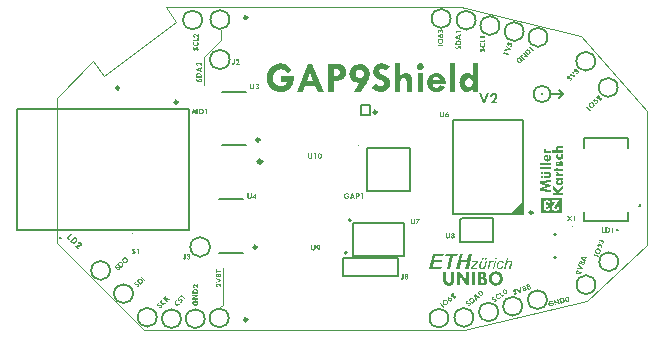
<source format=gto>
G04*
G04 #@! TF.GenerationSoftware,Altium Limited,Altium Designer,23.3.1 (30)*
G04*
G04 Layer_Color=65535*
%FSLAX25Y25*%
%MOIN*%
G70*
G04*
G04 #@! TF.SameCoordinates,B70FCE46-08B3-410F-AF2C-83C1FDED7243*
G04*
G04*
G04 #@! TF.FilePolarity,Positive*
G04*
G01*
G75*
%ADD10C,0.00984*%
%ADD11C,0.00394*%
%ADD12C,0.00787*%
%ADD13C,0.00591*%
%ADD14C,0.00492*%
%ADD15C,0.01280*%
%ADD16C,0.01000*%
%ADD17C,0.00500*%
%ADD18C,0.00000*%
G36*
X65059Y-15256D02*
X68996Y-11319D01*
Y-15256D01*
X65059D01*
D02*
G37*
G36*
X81791Y-14828D02*
X74911D01*
Y-9702D01*
X81791D01*
Y-14828D01*
D02*
G37*
G36*
X82232Y6889D02*
X80994D01*
X80983D01*
X80956D01*
X80917Y6883D01*
X80867Y6872D01*
X80806Y6861D01*
X80745Y6839D01*
X80684Y6811D01*
X80623Y6773D01*
X80617Y6767D01*
X80601Y6750D01*
X80573Y6728D01*
X80545Y6695D01*
X80517Y6656D01*
X80489Y6611D01*
X80473Y6556D01*
X80467Y6495D01*
Y6462D01*
X80478Y6423D01*
X80489Y6378D01*
X80512Y6329D01*
X80539Y6273D01*
X80584Y6229D01*
X80645Y6184D01*
X80650Y6179D01*
X80678Y6168D01*
X80717Y6156D01*
X80778Y6140D01*
X80856Y6118D01*
X80945Y6106D01*
X81061Y6095D01*
X81189Y6090D01*
X82232D01*
Y5390D01*
X78641D01*
Y6090D01*
X80190D01*
X80184Y6101D01*
X80162Y6123D01*
X80134Y6156D01*
X80101Y6201D01*
X80068Y6256D01*
X80029Y6312D01*
X79990Y6373D01*
X79962Y6434D01*
X79957Y6440D01*
X79951Y6462D01*
X79940Y6500D01*
X79923Y6545D01*
X79907Y6600D01*
X79896Y6662D01*
X79890Y6734D01*
X79884Y6811D01*
Y6845D01*
X79890Y6872D01*
X79896Y6939D01*
X79918Y7017D01*
X79951Y7106D01*
X79996Y7200D01*
X80062Y7294D01*
X80107Y7339D01*
X80151Y7377D01*
X80156D01*
X80162Y7389D01*
X80179Y7400D01*
X80201Y7411D01*
X80223Y7427D01*
X80256Y7444D01*
X80295Y7461D01*
X80340Y7483D01*
X80445Y7522D01*
X80567Y7555D01*
X80712Y7577D01*
X80878Y7588D01*
X82232D01*
Y6889D01*
D02*
G37*
G36*
X80684Y4791D02*
X80678Y4786D01*
X80673Y4769D01*
X80661Y4747D01*
X80639Y4686D01*
X80612Y4614D01*
X80584Y4530D01*
X80562Y4436D01*
X80545Y4342D01*
X80539Y4247D01*
Y4208D01*
X80545Y4164D01*
X80556Y4114D01*
X80573Y4053D01*
X80601Y3992D01*
X80634Y3931D01*
X80684Y3875D01*
X80689Y3870D01*
X80712Y3853D01*
X80739Y3831D01*
X80784Y3809D01*
X80834Y3781D01*
X80900Y3759D01*
X80972Y3742D01*
X81056Y3737D01*
X81067D01*
X81094D01*
X81139Y3742D01*
X81189Y3753D01*
X81250Y3770D01*
X81311Y3798D01*
X81372Y3831D01*
X81427Y3875D01*
X81433Y3881D01*
X81450Y3903D01*
X81472Y3931D01*
X81494Y3975D01*
X81522Y4025D01*
X81544Y4086D01*
X81561Y4158D01*
X81566Y4242D01*
Y4281D01*
X81561Y4325D01*
X81550Y4386D01*
X81533Y4464D01*
X81511Y4558D01*
X81477Y4669D01*
X81433Y4791D01*
X82121D01*
Y4786D01*
X82127Y4775D01*
X82138Y4758D01*
X82143Y4730D01*
X82160Y4702D01*
X82171Y4669D01*
X82199Y4586D01*
X82232Y4491D01*
X82254Y4391D01*
X82277Y4292D01*
X82282Y4197D01*
Y4147D01*
X82277Y4109D01*
X82271Y4064D01*
X82266Y4014D01*
X82254Y3959D01*
X82238Y3892D01*
X82199Y3753D01*
X82171Y3681D01*
X82138Y3609D01*
X82099Y3537D01*
X82049Y3465D01*
X81999Y3393D01*
X81938Y3326D01*
X81932Y3320D01*
X81921Y3309D01*
X81905Y3293D01*
X81877Y3270D01*
X81844Y3248D01*
X81799Y3215D01*
X81755Y3187D01*
X81699Y3154D01*
X81644Y3121D01*
X81577Y3093D01*
X81427Y3037D01*
X81350Y3015D01*
X81261Y2998D01*
X81172Y2987D01*
X81078Y2982D01*
X81072D01*
X81056D01*
X81028D01*
X80989Y2987D01*
X80950Y2993D01*
X80895Y2998D01*
X80839Y3010D01*
X80778Y3021D01*
X80639Y3060D01*
X80567Y3087D01*
X80495Y3121D01*
X80423Y3154D01*
X80351Y3198D01*
X80284Y3248D01*
X80217Y3304D01*
X80212Y3309D01*
X80201Y3320D01*
X80184Y3337D01*
X80162Y3365D01*
X80140Y3393D01*
X80107Y3431D01*
X80079Y3476D01*
X80045Y3526D01*
X80012Y3581D01*
X79984Y3648D01*
X79929Y3787D01*
X79907Y3864D01*
X79890Y3948D01*
X79879Y4036D01*
X79873Y4125D01*
Y4186D01*
X79879Y4214D01*
Y4253D01*
X79896Y4336D01*
X79912Y4442D01*
X79940Y4552D01*
X79979Y4675D01*
X80034Y4797D01*
X80684D01*
Y4791D01*
D02*
G37*
G36*
X81599Y2527D02*
X81655Y2516D01*
X81727Y2499D01*
X81805Y2466D01*
X81894Y2416D01*
X81938Y2388D01*
X81982Y2349D01*
X82021Y2310D01*
X82066Y2260D01*
Y2255D01*
X82077Y2249D01*
X82082Y2233D01*
X82099Y2210D01*
X82132Y2155D01*
X82171Y2083D01*
X82210Y1988D01*
X82243Y1877D01*
X82266Y1755D01*
X82277Y1616D01*
Y1572D01*
X82271Y1522D01*
X82260Y1456D01*
X82243Y1378D01*
X82215Y1295D01*
X82182Y1200D01*
X82138Y1106D01*
X82132Y1095D01*
X82110Y1061D01*
X82077Y1017D01*
X82027Y956D01*
X81966Y890D01*
X81894Y817D01*
X81805Y745D01*
X81699Y679D01*
X81444Y1234D01*
X81450D01*
X81461Y1245D01*
X81472Y1250D01*
X81494Y1267D01*
X81550Y1300D01*
X81605Y1350D01*
X81666Y1411D01*
X81722Y1472D01*
X81744Y1511D01*
X81755Y1544D01*
X81766Y1583D01*
X81771Y1622D01*
Y1639D01*
X81766Y1655D01*
Y1678D01*
X81749Y1727D01*
X81716Y1783D01*
X81710Y1789D01*
X81705Y1794D01*
X81677Y1822D01*
X81633Y1850D01*
X81605Y1855D01*
X81577Y1861D01*
X81572D01*
X81561D01*
X81544Y1855D01*
X81522Y1850D01*
X81500Y1839D01*
X81477Y1822D01*
X81455Y1800D01*
X81433Y1772D01*
Y1766D01*
X81427Y1761D01*
X81405Y1727D01*
X81389Y1683D01*
X81383Y1650D01*
X81378Y1644D01*
X81372Y1633D01*
X81366Y1622D01*
X81355Y1594D01*
X81339Y1561D01*
X81322Y1517D01*
X81305Y1456D01*
X81300Y1450D01*
X81294Y1428D01*
X81283Y1395D01*
X81261Y1350D01*
X81239Y1295D01*
X81205Y1239D01*
X81172Y1178D01*
X81128Y1111D01*
X81083Y1045D01*
X81028Y984D01*
X80967Y928D01*
X80900Y873D01*
X80828Y828D01*
X80750Y795D01*
X80667Y773D01*
X80573Y767D01*
X80567D01*
X80562D01*
X80545D01*
X80523Y773D01*
X80467Y778D01*
X80395Y801D01*
X80317Y828D01*
X80234Y873D01*
X80151Y934D01*
X80112Y967D01*
X80073Y1012D01*
Y1017D01*
X80062Y1023D01*
X80057Y1039D01*
X80040Y1056D01*
X80012Y1111D01*
X79973Y1189D01*
X79935Y1278D01*
X79907Y1389D01*
X79884Y1517D01*
X79873Y1661D01*
Y1705D01*
X79879Y1739D01*
X79884Y1777D01*
X79896Y1822D01*
X79907Y1872D01*
X79918Y1927D01*
X79962Y2055D01*
X79996Y2122D01*
X80029Y2188D01*
X80073Y2260D01*
X80123Y2327D01*
X80179Y2399D01*
X80245Y2466D01*
X80528Y2000D01*
X80517Y1988D01*
X80495Y1966D01*
X80462Y1927D01*
X80423Y1877D01*
X80390Y1816D01*
X80356Y1750D01*
X80334Y1683D01*
X80323Y1616D01*
Y1605D01*
X80329Y1567D01*
X80345Y1522D01*
X80373Y1472D01*
X80384Y1461D01*
X80406Y1445D01*
X80445Y1422D01*
X80467Y1417D01*
X80489Y1411D01*
X80495D01*
X80506D01*
X80528Y1417D01*
X80556Y1422D01*
X80606Y1445D01*
X80634Y1461D01*
X80656Y1483D01*
Y1489D01*
X80667Y1500D01*
X80678Y1522D01*
X80695Y1555D01*
X80717Y1605D01*
X80745Y1672D01*
X80778Y1755D01*
X80817Y1861D01*
Y1866D01*
X80822Y1877D01*
X80828Y1888D01*
X80834Y1911D01*
X80861Y1966D01*
X80889Y2038D01*
X80928Y2116D01*
X80978Y2199D01*
X81028Y2277D01*
X81089Y2349D01*
X81094Y2355D01*
X81117Y2377D01*
X81156Y2405D01*
X81211Y2444D01*
X81272Y2477D01*
X81355Y2505D01*
X81444Y2527D01*
X81550Y2532D01*
X81555D01*
X81561D01*
X81577D01*
X81599Y2527D01*
D02*
G37*
G36*
X80550Y24D02*
X82232D01*
Y-665D01*
X80550D01*
Y-925D01*
X79918D01*
Y-665D01*
X79124D01*
Y24D01*
X79918D01*
Y357D01*
X80550D01*
Y24D01*
D02*
G37*
G36*
X80656Y-1108D02*
X80650Y-1120D01*
Y-1136D01*
X80645Y-1158D01*
X80639Y-1214D01*
Y-1308D01*
X80645Y-1347D01*
X80656Y-1397D01*
X80678Y-1447D01*
X80700Y-1503D01*
X80739Y-1553D01*
X80789Y-1602D01*
X80795Y-1608D01*
X80817Y-1619D01*
X80850Y-1641D01*
X80895Y-1658D01*
X80956Y-1680D01*
X81028Y-1702D01*
X81111Y-1713D01*
X81205Y-1719D01*
X82232D01*
Y-2418D01*
X79918D01*
Y-1730D01*
X80262D01*
Y-1725D01*
X80256Y-1719D01*
X80234Y-1708D01*
X80206Y-1686D01*
X80168Y-1652D01*
X80123Y-1619D01*
X80079Y-1580D01*
X80034Y-1536D01*
X79996Y-1486D01*
X79990Y-1480D01*
X79979Y-1464D01*
X79962Y-1436D01*
X79940Y-1403D01*
X79907Y-1319D01*
X79896Y-1275D01*
X79890Y-1231D01*
Y-1192D01*
X79896Y-1147D01*
X79901Y-1103D01*
X80656D01*
Y-1108D01*
D02*
G37*
G36*
X82232Y-3761D02*
X81838D01*
Y-3773D01*
X81849Y-3778D01*
X81877Y-3800D01*
X81916Y-3834D01*
X81966Y-3872D01*
X82021Y-3922D01*
X82077Y-3978D01*
X82132Y-4039D01*
X82177Y-4100D01*
X82182Y-4106D01*
X82193Y-4128D01*
X82210Y-4161D01*
X82227Y-4211D01*
X82243Y-4272D01*
X82260Y-4339D01*
X82271Y-4416D01*
X82277Y-4505D01*
Y-4544D01*
X82271Y-4572D01*
X82266Y-4605D01*
X82260Y-4649D01*
X82232Y-4744D01*
X82193Y-4849D01*
X82160Y-4910D01*
X82127Y-4966D01*
X82088Y-5027D01*
X82043Y-5082D01*
X81988Y-5138D01*
X81927Y-5193D01*
X81921Y-5199D01*
X81910Y-5204D01*
X81894Y-5221D01*
X81866Y-5238D01*
X81833Y-5260D01*
X81788Y-5282D01*
X81744Y-5310D01*
X81688Y-5332D01*
X81633Y-5360D01*
X81566Y-5388D01*
X81422Y-5432D01*
X81255Y-5465D01*
X81172Y-5471D01*
X81078Y-5476D01*
X81072D01*
X81056D01*
X81028D01*
X80994Y-5471D01*
X80950Y-5465D01*
X80900Y-5460D01*
X80845Y-5449D01*
X80784Y-5438D01*
X80656Y-5404D01*
X80512Y-5349D01*
X80440Y-5315D01*
X80367Y-5277D01*
X80295Y-5227D01*
X80229Y-5177D01*
X80223Y-5171D01*
X80212Y-5160D01*
X80195Y-5143D01*
X80173Y-5121D01*
X80145Y-5093D01*
X80118Y-5060D01*
X80051Y-4971D01*
X79984Y-4866D01*
X79929Y-4744D01*
X79907Y-4677D01*
X79890Y-4605D01*
X79879Y-4533D01*
X79873Y-4455D01*
Y-4422D01*
X79879Y-4383D01*
X79884Y-4333D01*
X79896Y-4283D01*
X79912Y-4222D01*
X79935Y-4161D01*
X79968Y-4100D01*
X79973Y-4094D01*
X79984Y-4072D01*
X80007Y-4039D01*
X80034Y-3994D01*
X80073Y-3945D01*
X80123Y-3889D01*
X80179Y-3828D01*
X80245Y-3761D01*
X79923D01*
Y-3073D01*
X82232D01*
Y-3761D01*
D02*
G37*
G36*
Y-6736D02*
X80584Y-7979D01*
Y-7985D01*
X82232D01*
Y-8745D01*
X78702D01*
Y-7985D01*
X80195D01*
Y-7979D01*
X78702Y-6803D01*
Y-5870D01*
X80390Y-7214D01*
X82232Y-5815D01*
Y-6736D01*
D02*
G37*
G36*
X76583Y6494D02*
X76577Y6483D01*
Y6466D01*
X76572Y6444D01*
X76566Y6388D01*
Y6294D01*
X76572Y6255D01*
X76583Y6205D01*
X76605Y6155D01*
X76627Y6100D01*
X76666Y6050D01*
X76716Y6000D01*
X76722Y5994D01*
X76744Y5983D01*
X76777Y5961D01*
X76822Y5944D01*
X76883Y5922D01*
X76955Y5900D01*
X77038Y5889D01*
X77132Y5883D01*
X78159D01*
Y5184D01*
X75845D01*
Y5872D01*
X76189D01*
Y5878D01*
X76183Y5883D01*
X76161Y5894D01*
X76133Y5917D01*
X76094Y5950D01*
X76050Y5983D01*
X76006Y6022D01*
X75961Y6066D01*
X75922Y6116D01*
X75917Y6122D01*
X75906Y6138D01*
X75889Y6166D01*
X75867Y6199D01*
X75834Y6283D01*
X75823Y6327D01*
X75817Y6372D01*
Y6410D01*
X75823Y6455D01*
X75828Y6499D01*
X76583D01*
Y6494D01*
D02*
G37*
G36*
X77166Y3086D02*
X77177D01*
X77204Y3091D01*
X77243Y3097D01*
X77299Y3108D01*
X77354Y3125D01*
X77415Y3153D01*
X77476Y3186D01*
X77532Y3230D01*
X77538Y3236D01*
X77554Y3252D01*
X77576Y3280D01*
X77599Y3319D01*
X77626Y3364D01*
X77649Y3413D01*
X77665Y3475D01*
X77671Y3536D01*
Y3569D01*
X77665Y3585D01*
X77654Y3647D01*
X77632Y3719D01*
X77599Y3796D01*
X77549Y3880D01*
X77515Y3918D01*
X77476Y3963D01*
X77432Y4002D01*
X77382Y4035D01*
X77593Y4668D01*
X77599Y4662D01*
X77621Y4651D01*
X77649Y4629D01*
X77687Y4601D01*
X77737Y4562D01*
X77787Y4518D01*
X77843Y4462D01*
X77898Y4396D01*
X77959Y4324D01*
X78015Y4246D01*
X78065Y4157D01*
X78115Y4057D01*
X78154Y3952D01*
X78181Y3835D01*
X78203Y3708D01*
X78209Y3574D01*
Y3524D01*
X78203Y3486D01*
X78198Y3441D01*
X78192Y3386D01*
X78181Y3325D01*
X78170Y3264D01*
X78131Y3125D01*
X78104Y3053D01*
X78070Y2981D01*
X78031Y2908D01*
X77987Y2836D01*
X77937Y2770D01*
X77882Y2709D01*
X77876Y2703D01*
X77865Y2698D01*
X77848Y2681D01*
X77820Y2659D01*
X77787Y2636D01*
X77748Y2609D01*
X77698Y2575D01*
X77643Y2548D01*
X77582Y2520D01*
X77515Y2487D01*
X77443Y2459D01*
X77365Y2437D01*
X77277Y2414D01*
X77188Y2403D01*
X77088Y2392D01*
X76988Y2387D01*
X76982D01*
X76966D01*
X76938D01*
X76905Y2392D01*
X76860Y2398D01*
X76810Y2403D01*
X76755Y2414D01*
X76694Y2431D01*
X76561Y2470D01*
X76494Y2498D01*
X76422Y2531D01*
X76350Y2570D01*
X76278Y2614D01*
X76211Y2664D01*
X76144Y2725D01*
X76139Y2731D01*
X76128Y2742D01*
X76111Y2758D01*
X76089Y2786D01*
X76067Y2820D01*
X76033Y2858D01*
X76006Y2903D01*
X75972Y2958D01*
X75939Y3014D01*
X75911Y3075D01*
X75856Y3219D01*
X75834Y3297D01*
X75817Y3380D01*
X75806Y3469D01*
X75800Y3558D01*
Y3608D01*
X75806Y3641D01*
X75811Y3685D01*
X75817Y3735D01*
X75828Y3791D01*
X75845Y3852D01*
X75889Y3980D01*
X75917Y4052D01*
X75950Y4118D01*
X75995Y4190D01*
X76044Y4257D01*
X76100Y4324D01*
X76161Y4390D01*
X76167Y4396D01*
X76178Y4407D01*
X76200Y4423D01*
X76228Y4446D01*
X76261Y4468D01*
X76305Y4496D01*
X76355Y4529D01*
X76411Y4562D01*
X76472Y4590D01*
X76538Y4623D01*
X76611Y4651D01*
X76694Y4679D01*
X76777Y4696D01*
X76866Y4712D01*
X76960Y4723D01*
X77060Y4729D01*
X77166D01*
Y3086D01*
D02*
G37*
G36*
X78159Y1177D02*
X74568D01*
Y1865D01*
X78159D01*
Y1177D01*
D02*
G37*
G36*
Y-255D02*
X74568D01*
Y433D01*
X78159D01*
Y-255D01*
D02*
G37*
G36*
X75134Y-1110D02*
X75168Y-1115D01*
X75212Y-1132D01*
X75256Y-1149D01*
X75295Y-1176D01*
X75340Y-1210D01*
X75345Y-1215D01*
X75356Y-1226D01*
X75373Y-1249D01*
X75390Y-1282D01*
X75406Y-1321D01*
X75423Y-1365D01*
X75434Y-1415D01*
X75440Y-1471D01*
Y-1493D01*
X75434Y-1526D01*
X75428Y-1559D01*
X75417Y-1598D01*
X75395Y-1643D01*
X75373Y-1687D01*
X75340Y-1726D01*
X75334Y-1731D01*
X75323Y-1743D01*
X75295Y-1759D01*
X75267Y-1776D01*
X75229Y-1798D01*
X75184Y-1815D01*
X75134Y-1826D01*
X75079Y-1831D01*
X75073D01*
X75051D01*
X75023Y-1826D01*
X74990Y-1820D01*
X74951Y-1804D01*
X74907Y-1787D01*
X74862Y-1759D01*
X74823Y-1726D01*
X74818Y-1720D01*
X74807Y-1709D01*
X74790Y-1687D01*
X74768Y-1654D01*
X74746Y-1615D01*
X74729Y-1576D01*
X74718Y-1526D01*
X74713Y-1471D01*
Y-1443D01*
X74718Y-1415D01*
X74724Y-1382D01*
X74740Y-1343D01*
X74757Y-1299D01*
X74785Y-1254D01*
X74823Y-1215D01*
X74829Y-1210D01*
X74840Y-1199D01*
X74862Y-1182D01*
X74896Y-1160D01*
X74935Y-1138D01*
X74973Y-1121D01*
X75023Y-1110D01*
X75079Y-1104D01*
X75084D01*
X75107D01*
X75134Y-1110D01*
D02*
G37*
G36*
Y-2325D02*
X75168Y-2331D01*
X75212Y-2348D01*
X75256Y-2364D01*
X75295Y-2392D01*
X75340Y-2431D01*
X75345Y-2436D01*
X75356Y-2447D01*
X75373Y-2470D01*
X75390Y-2503D01*
X75406Y-2542D01*
X75423Y-2581D01*
X75434Y-2630D01*
X75440Y-2686D01*
Y-2714D01*
X75434Y-2741D01*
X75428Y-2775D01*
X75417Y-2819D01*
X75395Y-2864D01*
X75373Y-2902D01*
X75340Y-2947D01*
X75334Y-2952D01*
X75323Y-2963D01*
X75295Y-2980D01*
X75267Y-2997D01*
X75229Y-3014D01*
X75184Y-3030D01*
X75134Y-3041D01*
X75079Y-3047D01*
X75073D01*
X75051D01*
X75023Y-3041D01*
X74990Y-3036D01*
X74951Y-3019D01*
X74907Y-3002D01*
X74862Y-2975D01*
X74823Y-2941D01*
X74818Y-2936D01*
X74807Y-2925D01*
X74790Y-2902D01*
X74768Y-2869D01*
X74746Y-2830D01*
X74729Y-2792D01*
X74718Y-2741D01*
X74713Y-2686D01*
Y-2658D01*
X74718Y-2630D01*
X74724Y-2597D01*
X74740Y-2558D01*
X74757Y-2514D01*
X74785Y-2470D01*
X74823Y-2431D01*
X74829Y-2425D01*
X74840Y-2414D01*
X74862Y-2397D01*
X74896Y-2375D01*
X74935Y-2353D01*
X74973Y-2336D01*
X75023Y-2325D01*
X75079Y-2320D01*
X75084D01*
X75107D01*
X75134Y-2325D01*
D02*
G37*
G36*
X77271Y-943D02*
X77304Y-949D01*
X77349Y-954D01*
X77449Y-977D01*
X77560Y-1015D01*
X77621Y-1043D01*
X77682Y-1077D01*
X77743Y-1115D01*
X77798Y-1154D01*
X77859Y-1210D01*
X77915Y-1265D01*
X77920Y-1271D01*
X77926Y-1282D01*
X77943Y-1299D01*
X77959Y-1326D01*
X77981Y-1354D01*
X78004Y-1393D01*
X78031Y-1437D01*
X78059Y-1487D01*
X78087Y-1548D01*
X78115Y-1609D01*
X78159Y-1748D01*
X78192Y-1904D01*
X78198Y-1992D01*
X78203Y-2081D01*
Y-2131D01*
X78198Y-2164D01*
X78192Y-2209D01*
X78187Y-2259D01*
X78181Y-2314D01*
X78165Y-2375D01*
X78131Y-2508D01*
X78081Y-2647D01*
X78048Y-2714D01*
X78009Y-2780D01*
X77965Y-2847D01*
X77915Y-2908D01*
X77909Y-2914D01*
X77904Y-2919D01*
X77887Y-2936D01*
X77859Y-2958D01*
X77832Y-2980D01*
X77798Y-3002D01*
X77759Y-3030D01*
X77710Y-3058D01*
X77660Y-3091D01*
X77599Y-3119D01*
X77465Y-3163D01*
X77315Y-3202D01*
X77232Y-3208D01*
X77143Y-3213D01*
X75850D01*
Y-2514D01*
X76966D01*
X76977D01*
X77005D01*
X77049Y-2508D01*
X77105Y-2497D01*
X77166Y-2486D01*
X77232Y-2464D01*
X77304Y-2431D01*
X77365Y-2392D01*
X77371Y-2386D01*
X77388Y-2370D01*
X77415Y-2342D01*
X77443Y-2309D01*
X77471Y-2264D01*
X77499Y-2214D01*
X77515Y-2153D01*
X77521Y-2092D01*
Y-2059D01*
X77515Y-2026D01*
X77504Y-1981D01*
X77482Y-1931D01*
X77460Y-1876D01*
X77421Y-1820D01*
X77371Y-1770D01*
X77365Y-1765D01*
X77343Y-1748D01*
X77310Y-1726D01*
X77266Y-1704D01*
X77204Y-1681D01*
X77138Y-1659D01*
X77060Y-1643D01*
X76977Y-1637D01*
X75850D01*
Y-938D01*
X77199D01*
X77204D01*
X77215D01*
X77238D01*
X77271Y-943D01*
D02*
G37*
G36*
X78159Y-4468D02*
X75678Y-4778D01*
X78159Y-5550D01*
Y-5900D01*
X75656Y-6693D01*
X78159Y-6987D01*
Y-7720D01*
X74629Y-7293D01*
Y-6388D01*
X76744Y-5727D01*
X74629Y-5067D01*
Y-4196D01*
X78159Y-3740D01*
Y-4468D01*
D02*
G37*
G36*
X56225Y21752D02*
X55564D01*
X54232Y25282D01*
X54998D01*
X55892Y22934D01*
X56780Y25282D01*
X57557D01*
X56225Y21752D01*
D02*
G37*
G36*
X59266Y25254D02*
X59311Y25249D01*
X59360Y25243D01*
X59416Y25237D01*
X59477Y25221D01*
X59605Y25187D01*
X59743Y25132D01*
X59816Y25099D01*
X59882Y25060D01*
X59949Y25015D01*
X60010Y24960D01*
X60015Y24954D01*
X60027Y24949D01*
X60038Y24932D01*
X60060Y24904D01*
X60082Y24877D01*
X60110Y24843D01*
X60143Y24804D01*
X60171Y24755D01*
X60232Y24649D01*
X60282Y24521D01*
X60304Y24449D01*
X60321Y24372D01*
X60326Y24294D01*
X60332Y24211D01*
Y24205D01*
Y24188D01*
Y24166D01*
X60326Y24133D01*
X60321Y24089D01*
X60309Y24039D01*
X60298Y23983D01*
X60287Y23916D01*
X60265Y23844D01*
X60237Y23767D01*
X60210Y23689D01*
X60171Y23600D01*
X60132Y23506D01*
X60076Y23411D01*
X60021Y23312D01*
X59954Y23212D01*
X59749Y22918D01*
X59743Y22912D01*
X59727Y22884D01*
X59699Y22845D01*
X59666Y22795D01*
X59621Y22734D01*
X59571Y22662D01*
X59510Y22584D01*
X59444Y22501D01*
X59349Y22390D01*
X60332D01*
Y21752D01*
X57934D01*
X59100Y23234D01*
X59105Y23239D01*
X59111Y23250D01*
X59122Y23267D01*
X59144Y23289D01*
X59188Y23350D01*
X59244Y23428D01*
X59299Y23511D01*
X59360Y23606D01*
X59416Y23695D01*
X59466Y23778D01*
X59471Y23789D01*
X59483Y23811D01*
X59499Y23855D01*
X59521Y23905D01*
X59544Y23966D01*
X59560Y24033D01*
X59571Y24105D01*
X59577Y24172D01*
Y24183D01*
Y24205D01*
X59571Y24244D01*
X59560Y24288D01*
X59544Y24338D01*
X59521Y24394D01*
X59488Y24449D01*
X59444Y24499D01*
X59438Y24505D01*
X59421Y24521D01*
X59394Y24544D01*
X59355Y24566D01*
X59305Y24588D01*
X59250Y24610D01*
X59188Y24627D01*
X59116Y24632D01*
X59077D01*
X59039Y24621D01*
X58989Y24610D01*
X58933Y24594D01*
X58878Y24560D01*
X58828Y24521D01*
X58783Y24466D01*
X58778Y24460D01*
X58767Y24433D01*
X58750Y24394D01*
X58733Y24338D01*
X58711Y24266D01*
X58694Y24183D01*
X58678Y24077D01*
X58667Y23955D01*
X57906D01*
Y23961D01*
Y23983D01*
Y24016D01*
X57912Y24055D01*
X57917Y24111D01*
X57923Y24172D01*
X57934Y24238D01*
X57951Y24310D01*
X57990Y24460D01*
X58023Y24544D01*
X58056Y24621D01*
X58101Y24699D01*
X58145Y24777D01*
X58201Y24849D01*
X58267Y24915D01*
X58273Y24921D01*
X58284Y24932D01*
X58306Y24949D01*
X58334Y24971D01*
X58373Y24993D01*
X58411Y25027D01*
X58461Y25054D01*
X58522Y25087D01*
X58583Y25121D01*
X58656Y25149D01*
X58728Y25182D01*
X58811Y25204D01*
X58894Y25226D01*
X58989Y25243D01*
X59083Y25254D01*
X59183Y25260D01*
X59233D01*
X59266Y25254D01*
D02*
G37*
G36*
X34792Y35170D02*
X34909Y35140D01*
X35040Y35097D01*
X35171Y35038D01*
X35302Y34966D01*
X35434Y34849D01*
X35448Y34834D01*
X35492Y34791D01*
X35536Y34718D01*
X35609Y34630D01*
X35667Y34499D01*
X35711Y34368D01*
X35754Y34222D01*
X35769Y34047D01*
Y34032D01*
Y33974D01*
X35754Y33887D01*
X35725Y33770D01*
X35681Y33653D01*
X35623Y33507D01*
X35550Y33376D01*
X35434Y33245D01*
X35419Y33231D01*
X35375Y33201D01*
X35302Y33143D01*
X35215Y33085D01*
X35084Y33026D01*
X34952Y32968D01*
X34807Y32939D01*
X34632Y32924D01*
X34559D01*
X34471Y32939D01*
X34355Y32968D01*
X34238Y32997D01*
X34092Y33055D01*
X33961Y33143D01*
X33830Y33245D01*
X33815Y33260D01*
X33786Y33303D01*
X33728Y33376D01*
X33669Y33478D01*
X33611Y33595D01*
X33553Y33726D01*
X33524Y33872D01*
X33509Y34047D01*
Y34062D01*
Y34120D01*
X33524Y34207D01*
X33553Y34324D01*
X33582Y34455D01*
X33640Y34586D01*
X33728Y34718D01*
X33830Y34849D01*
X33844Y34863D01*
X33888Y34907D01*
X33961Y34951D01*
X34063Y35024D01*
X34180Y35082D01*
X34311Y35126D01*
X34457Y35170D01*
X34632Y35184D01*
X34705D01*
X34792Y35170D01*
D02*
G37*
G36*
X22049Y35111D02*
X22180Y35097D01*
X22326Y35067D01*
X22501Y35038D01*
X22691Y35009D01*
X23099Y34893D01*
X23318Y34805D01*
X23536Y34718D01*
X23755Y34601D01*
X23974Y34470D01*
X24178Y34324D01*
X24382Y34149D01*
X23128Y32793D01*
X23113D01*
X23084Y32822D01*
X23041Y32851D01*
X22968Y32880D01*
X22793Y32983D01*
X22589Y33085D01*
X22355Y33187D01*
X22122Y33289D01*
X21903Y33347D01*
X21714Y33376D01*
X21655D01*
X21597Y33362D01*
X21524Y33347D01*
X21422Y33318D01*
X21335Y33260D01*
X21233Y33201D01*
X21145Y33114D01*
X21131Y33099D01*
X21116Y33070D01*
X21072Y33012D01*
X21028Y32953D01*
X20985Y32866D01*
X20956Y32764D01*
X20926Y32647D01*
X20912Y32516D01*
Y32502D01*
Y32487D01*
X20926Y32399D01*
X20985Y32268D01*
X21072Y32108D01*
X21131Y32020D01*
X21218Y31933D01*
X21320Y31831D01*
X21437Y31729D01*
X21583Y31627D01*
X21743Y31525D01*
X21933Y31437D01*
X22151Y31335D01*
X22166D01*
X22195Y31321D01*
X22239Y31291D01*
X22297Y31262D01*
X22457Y31189D01*
X22661Y31102D01*
X22880Y30985D01*
X23113Y30869D01*
X23332Y30737D01*
X23522Y30621D01*
X23536Y30606D01*
X23595Y30562D01*
X23682Y30489D01*
X23799Y30402D01*
X23915Y30271D01*
X24047Y30125D01*
X24178Y29950D01*
X24309Y29746D01*
X24324Y29717D01*
X24353Y29644D01*
X24411Y29542D01*
X24469Y29396D01*
X24528Y29206D01*
X24586Y29002D01*
X24615Y28784D01*
X24630Y28550D01*
Y28536D01*
Y28492D01*
Y28434D01*
X24615Y28346D01*
X24601Y28244D01*
X24572Y28128D01*
X24542Y27996D01*
X24513Y27836D01*
X24396Y27515D01*
X24309Y27340D01*
X24221Y27165D01*
X24105Y26990D01*
X23974Y26815D01*
X23828Y26640D01*
X23653Y26465D01*
X23638Y26451D01*
X23609Y26422D01*
X23551Y26378D01*
X23478Y26334D01*
X23391Y26261D01*
X23274Y26188D01*
X23157Y26115D01*
X23011Y26028D01*
X22851Y25940D01*
X22676Y25868D01*
X22282Y25722D01*
X22078Y25678D01*
X21860Y25634D01*
X21626Y25605D01*
X21378Y25591D01*
X21320D01*
X21233Y25605D01*
X21131D01*
X20999Y25634D01*
X20854Y25664D01*
X20679Y25707D01*
X20489Y25765D01*
X20270Y25824D01*
X20052Y25911D01*
X19818Y26028D01*
X19570Y26159D01*
X19323Y26305D01*
X19060Y26495D01*
X18798Y26699D01*
X18535Y26932D01*
X19848Y28477D01*
X19862Y28463D01*
X19891Y28434D01*
X19935Y28390D01*
X19993Y28332D01*
X20081Y28273D01*
X20168Y28186D01*
X20387Y28025D01*
X20635Y27865D01*
X20912Y27719D01*
X21058Y27661D01*
X21204Y27617D01*
X21349Y27588D01*
X21495Y27573D01*
X21553D01*
X21626Y27588D01*
X21714Y27617D01*
X21830Y27646D01*
X21947Y27705D01*
X22064Y27778D01*
X22195Y27880D01*
X22209Y27894D01*
X22253Y27938D01*
X22297Y27996D01*
X22370Y28084D01*
X22428Y28186D01*
X22472Y28302D01*
X22516Y28419D01*
X22530Y28550D01*
Y28565D01*
Y28580D01*
X22501Y28667D01*
X22443Y28813D01*
X22399Y28900D01*
X22341Y28988D01*
X22253Y29075D01*
X22151Y29177D01*
X22035Y29294D01*
X21874Y29396D01*
X21699Y29513D01*
X21495Y29615D01*
X21262Y29731D01*
X20985Y29833D01*
X20970D01*
X20941Y29848D01*
X20897Y29862D01*
X20839Y29892D01*
X20693Y29950D01*
X20504Y30023D01*
X20300Y30125D01*
X20095Y30227D01*
X19906Y30329D01*
X19746Y30431D01*
X19731Y30446D01*
X19687Y30489D01*
X19614Y30548D01*
X19527Y30650D01*
X19439Y30752D01*
X19337Y30898D01*
X19235Y31058D01*
X19133Y31248D01*
X19118Y31277D01*
X19089Y31335D01*
X19060Y31452D01*
X19016Y31583D01*
X18958Y31758D01*
X18929Y31933D01*
X18900Y32137D01*
X18885Y32341D01*
Y32356D01*
Y32399D01*
Y32458D01*
X18900Y32545D01*
X18914Y32647D01*
X18929Y32778D01*
X18987Y33055D01*
X19075Y33376D01*
X19221Y33712D01*
X19323Y33887D01*
X19425Y34047D01*
X19541Y34207D01*
X19687Y34353D01*
X19702Y34368D01*
X19731Y34382D01*
X19775Y34426D01*
X19833Y34470D01*
X19920Y34528D01*
X20008Y34601D01*
X20125Y34674D01*
X20256Y34747D01*
X20402Y34805D01*
X20547Y34878D01*
X20912Y35009D01*
X21320Y35097D01*
X21553Y35111D01*
X21787Y35126D01*
X21933D01*
X22049Y35111D01*
D02*
G37*
G36*
X-11733D02*
X-11558Y35097D01*
X-11354Y35067D01*
X-11120Y35009D01*
X-10858Y34951D01*
X-10581Y34863D01*
X-10275Y34747D01*
X-9969Y34601D01*
X-9662Y34426D01*
X-9342Y34222D01*
X-9035Y33974D01*
X-8744Y33697D01*
X-8467Y33362D01*
X-8204Y32983D01*
X-9546Y31743D01*
Y31758D01*
X-9560Y31773D01*
X-9619Y31860D01*
X-9706Y31991D01*
X-9823Y32151D01*
X-9969Y32312D01*
X-10143Y32502D01*
X-10348Y32662D01*
X-10566Y32808D01*
X-10595Y32822D01*
X-10668Y32866D01*
X-10800Y32924D01*
X-10960Y32997D01*
X-11150Y33055D01*
X-11368Y33114D01*
X-11602Y33158D01*
X-11849Y33172D01*
X-11951D01*
X-12024Y33158D01*
X-12126Y33143D01*
X-12229Y33128D01*
X-12491Y33070D01*
X-12783Y32968D01*
X-12943Y32910D01*
X-13103Y32822D01*
X-13264Y32720D01*
X-13424Y32618D01*
X-13570Y32487D01*
X-13730Y32341D01*
X-13745Y32326D01*
X-13759Y32297D01*
X-13803Y32254D01*
X-13847Y32195D01*
X-13905Y32108D01*
X-13978Y32020D01*
X-14051Y31904D01*
X-14124Y31787D01*
X-14270Y31495D01*
X-14401Y31160D01*
X-14488Y30796D01*
X-14503Y30591D01*
X-14517Y30387D01*
Y30373D01*
Y30329D01*
Y30271D01*
X-14503Y30183D01*
X-14488Y30081D01*
X-14474Y29965D01*
X-14415Y29688D01*
X-14328Y29367D01*
X-14182Y29031D01*
X-14095Y28857D01*
X-13993Y28681D01*
X-13861Y28521D01*
X-13730Y28361D01*
X-13716Y28346D01*
X-13687Y28332D01*
X-13643Y28288D01*
X-13584Y28229D01*
X-13511Y28171D01*
X-13424Y28098D01*
X-13191Y27953D01*
X-12914Y27807D01*
X-12578Y27676D01*
X-12214Y27573D01*
X-12010Y27559D01*
X-11806Y27544D01*
X-11704D01*
X-11587Y27559D01*
X-11427Y27588D01*
X-11252Y27617D01*
X-11048Y27676D01*
X-10843Y27748D01*
X-10625Y27850D01*
X-10595Y27865D01*
X-10523Y27909D01*
X-10420Y27996D01*
X-10289Y28113D01*
X-10143Y28273D01*
X-9998Y28477D01*
X-9852Y28725D01*
X-9706Y29017D01*
X-11893D01*
Y30825D01*
X-7621D01*
Y29615D01*
Y29600D01*
Y29571D01*
Y29527D01*
X-7636Y29454D01*
Y29367D01*
X-7650Y29265D01*
X-7679Y29148D01*
X-7694Y29017D01*
X-7782Y28725D01*
X-7898Y28390D01*
X-8044Y28025D01*
X-8146Y27836D01*
X-8263Y27632D01*
Y27617D01*
X-8292Y27588D01*
X-8321Y27530D01*
X-8379Y27457D01*
X-8438Y27369D01*
X-8525Y27267D01*
X-8715Y27034D01*
X-8948Y26786D01*
X-9240Y26524D01*
X-9575Y26276D01*
X-9939Y26072D01*
X-9954D01*
X-9983Y26057D01*
X-10041Y26028D01*
X-10114Y25999D01*
X-10216Y25955D01*
X-10318Y25926D01*
X-10450Y25882D01*
X-10581Y25838D01*
X-10902Y25736D01*
X-11252Y25664D01*
X-11631Y25605D01*
X-12024Y25591D01*
X-12112D01*
X-12214Y25605D01*
X-12345Y25620D01*
X-12506Y25634D01*
X-12695Y25664D01*
X-12914Y25707D01*
X-13147Y25765D01*
X-13395Y25838D01*
X-13657Y25926D01*
X-13934Y26043D01*
X-14197Y26174D01*
X-14474Y26334D01*
X-14751Y26524D01*
X-15013Y26728D01*
X-15261Y26976D01*
X-15276Y26990D01*
X-15319Y27034D01*
X-15378Y27121D01*
X-15465Y27224D01*
X-15567Y27369D01*
X-15669Y27530D01*
X-15801Y27719D01*
X-15917Y27938D01*
X-16034Y28171D01*
X-16150Y28434D01*
X-16267Y28711D01*
X-16369Y29017D01*
X-16457Y29338D01*
X-16515Y29688D01*
X-16559Y30038D01*
X-16573Y30417D01*
Y30446D01*
Y30504D01*
X-16559Y30606D01*
Y30737D01*
X-16530Y30912D01*
X-16500Y31102D01*
X-16457Y31321D01*
X-16398Y31554D01*
X-16325Y31816D01*
X-16238Y32079D01*
X-16136Y32356D01*
X-16005Y32633D01*
X-15844Y32924D01*
X-15669Y33201D01*
X-15451Y33478D01*
X-15217Y33741D01*
X-15203Y33755D01*
X-15159Y33799D01*
X-15086Y33872D01*
X-14969Y33959D01*
X-14838Y34062D01*
X-14693Y34178D01*
X-14503Y34309D01*
X-14299Y34441D01*
X-14080Y34557D01*
X-13832Y34688D01*
X-13555Y34805D01*
X-13278Y34907D01*
X-12972Y34995D01*
X-12651Y35067D01*
X-12316Y35111D01*
X-11966Y35126D01*
X-11864D01*
X-11733Y35111D01*
D02*
G37*
G36*
X53994Y25722D02*
X52215D01*
Y26757D01*
X52186D01*
X52171Y26742D01*
X52157Y26713D01*
X52099Y26655D01*
X52040Y26582D01*
X51967Y26495D01*
X51865Y26392D01*
X51763Y26290D01*
X51632Y26188D01*
X51355Y25984D01*
X51005Y25795D01*
X50830Y25722D01*
X50626Y25664D01*
X50422Y25634D01*
X50203Y25620D01*
X50101D01*
X50028Y25634D01*
X49941Y25649D01*
X49839Y25664D01*
X49591Y25736D01*
X49299Y25838D01*
X49153Y25911D01*
X49007Y25999D01*
X48847Y26101D01*
X48701Y26232D01*
X48556Y26363D01*
X48410Y26524D01*
X48395Y26538D01*
X48381Y26567D01*
X48337Y26611D01*
X48293Y26684D01*
X48235Y26772D01*
X48177Y26888D01*
X48118Y27005D01*
X48045Y27151D01*
X47972Y27296D01*
X47914Y27471D01*
X47797Y27850D01*
X47710Y28288D01*
X47695Y28506D01*
X47681Y28754D01*
Y28769D01*
Y28813D01*
Y28886D01*
X47695Y28973D01*
X47710Y29090D01*
X47725Y29221D01*
X47739Y29367D01*
X47783Y29527D01*
X47870Y29877D01*
X48002Y30256D01*
X48089Y30446D01*
X48191Y30635D01*
X48308Y30825D01*
X48439Y31000D01*
X48454Y31014D01*
X48468Y31043D01*
X48512Y31087D01*
X48570Y31146D01*
X48658Y31218D01*
X48745Y31291D01*
X48964Y31466D01*
X49226Y31641D01*
X49547Y31787D01*
X49707Y31845D01*
X49897Y31889D01*
X50086Y31918D01*
X50276Y31933D01*
X50378D01*
X50495Y31918D01*
X50640Y31904D01*
X50801Y31874D01*
X50961Y31831D01*
X51136Y31773D01*
X51297Y31700D01*
X51311Y31685D01*
X51370Y31656D01*
X51457Y31598D01*
X51559Y31525D01*
X51690Y31423D01*
X51851Y31306D01*
X52011Y31160D01*
X52171Y30985D01*
Y35155D01*
X53994D01*
Y25722D01*
D02*
G37*
G36*
X46237D02*
X44429D01*
Y35155D01*
X46237D01*
Y25722D01*
D02*
G37*
G36*
X35550D02*
X33742D01*
Y31802D01*
X35550D01*
Y25722D01*
D02*
G37*
G36*
X27954Y31087D02*
X27983Y31102D01*
X28041Y31160D01*
X28129Y31233D01*
X28246Y31321D01*
X28391Y31408D01*
X28537Y31510D01*
X28698Y31612D01*
X28858Y31685D01*
X28873Y31700D01*
X28931Y31714D01*
X29033Y31743D01*
X29150Y31787D01*
X29295Y31831D01*
X29456Y31860D01*
X29645Y31874D01*
X29849Y31889D01*
X29937D01*
X30010Y31874D01*
X30185Y31860D01*
X30389Y31802D01*
X30622Y31714D01*
X30870Y31598D01*
X31118Y31423D01*
X31234Y31306D01*
X31337Y31189D01*
Y31175D01*
X31366Y31160D01*
X31395Y31116D01*
X31424Y31058D01*
X31468Y31000D01*
X31512Y30912D01*
X31555Y30810D01*
X31614Y30694D01*
X31716Y30417D01*
X31803Y30096D01*
X31861Y29717D01*
X31891Y29279D01*
Y25722D01*
X30053D01*
Y28973D01*
Y29002D01*
Y29075D01*
X30039Y29177D01*
X30010Y29308D01*
X29981Y29469D01*
X29922Y29629D01*
X29849Y29790D01*
X29747Y29950D01*
X29733Y29965D01*
X29689Y30008D01*
X29631Y30081D01*
X29543Y30154D01*
X29441Y30227D01*
X29324Y30300D01*
X29179Y30344D01*
X29018Y30358D01*
X28931D01*
X28829Y30329D01*
X28712Y30300D01*
X28581Y30242D01*
X28435Y30169D01*
X28319Y30052D01*
X28202Y29892D01*
X28187Y29877D01*
X28158Y29804D01*
X28129Y29702D01*
X28085Y29542D01*
X28027Y29338D01*
X27998Y29104D01*
X27969Y28798D01*
X27954Y28463D01*
Y25722D01*
X26117D01*
Y35155D01*
X27954D01*
Y31087D01*
D02*
G37*
G36*
X14744Y34863D02*
X14876Y34849D01*
X15007Y34834D01*
X15167Y34805D01*
X15342Y34761D01*
X15707Y34659D01*
X15896Y34586D01*
X16101Y34484D01*
X16290Y34382D01*
X16480Y34266D01*
X16669Y34120D01*
X16844Y33959D01*
X16859Y33945D01*
X16888Y33916D01*
X16931Y33872D01*
X16990Y33799D01*
X17048Y33697D01*
X17136Y33595D01*
X17209Y33464D01*
X17296Y33318D01*
X17383Y33158D01*
X17456Y32983D01*
X17544Y32778D01*
X17602Y32574D01*
X17661Y32341D01*
X17704Y32108D01*
X17733Y31845D01*
X17748Y31583D01*
Y31568D01*
Y31539D01*
Y31481D01*
X17733Y31393D01*
Y31306D01*
X17719Y31189D01*
X17704Y31058D01*
X17675Y30912D01*
X17617Y30591D01*
X17515Y30242D01*
X17383Y29848D01*
X17209Y29454D01*
Y29440D01*
X17179Y29410D01*
X17165Y29352D01*
X17121Y29279D01*
X17077Y29192D01*
X17019Y29090D01*
X16902Y28871D01*
X16757Y28609D01*
X16611Y28346D01*
X16465Y28098D01*
X16319Y27880D01*
X14803Y25722D01*
X12412D01*
X14628Y28769D01*
X14599D01*
X14526Y28754D01*
X14424Y28740D01*
X14293D01*
X14161Y28725D01*
X14030Y28711D01*
X13914Y28696D01*
X13709D01*
X13622Y28711D01*
X13520Y28725D01*
X13403Y28740D01*
X13126Y28798D01*
X12805Y28900D01*
X12645Y28973D01*
X12470Y29061D01*
X12310Y29163D01*
X12135Y29279D01*
X11974Y29410D01*
X11814Y29556D01*
X11799Y29571D01*
X11785Y29600D01*
X11741Y29644D01*
X11683Y29717D01*
X11624Y29804D01*
X11552Y29906D01*
X11479Y30023D01*
X11406Y30154D01*
X11333Y30300D01*
X11260Y30475D01*
X11129Y30839D01*
X11027Y31248D01*
X11012Y31481D01*
X10998Y31714D01*
Y31729D01*
Y31773D01*
Y31845D01*
X11012Y31933D01*
X11027Y32050D01*
X11056Y32181D01*
X11085Y32341D01*
X11129Y32502D01*
X11172Y32676D01*
X11245Y32851D01*
X11318Y33041D01*
X11420Y33231D01*
X11537Y33420D01*
X11668Y33610D01*
X11829Y33784D01*
X12004Y33959D01*
X12018Y33974D01*
X12047Y34003D01*
X12106Y34047D01*
X12178Y34105D01*
X12280Y34178D01*
X12397Y34251D01*
X12543Y34339D01*
X12689Y34426D01*
X12864Y34499D01*
X13053Y34586D01*
X13257Y34659D01*
X13491Y34732D01*
X13724Y34791D01*
X13972Y34834D01*
X14234Y34863D01*
X14511Y34878D01*
X14642D01*
X14744Y34863D01*
D02*
G37*
G36*
X7236Y34980D02*
X7338Y34966D01*
X7469Y34951D01*
X7761Y34907D01*
X8082Y34805D01*
X8431Y34674D01*
X8606Y34586D01*
X8767Y34484D01*
X8942Y34368D01*
X9087Y34236D01*
X9102Y34222D01*
X9117Y34207D01*
X9160Y34164D01*
X9204Y34105D01*
X9277Y34032D01*
X9335Y33930D01*
X9408Y33828D01*
X9481Y33712D01*
X9627Y33435D01*
X9758Y33099D01*
X9846Y32706D01*
X9860Y32487D01*
X9875Y32268D01*
Y32254D01*
Y32239D01*
Y32195D01*
Y32137D01*
X9860Y31977D01*
X9831Y31787D01*
X9773Y31554D01*
X9714Y31291D01*
X9612Y31029D01*
X9481Y30752D01*
Y30737D01*
X9467Y30723D01*
X9408Y30635D01*
X9321Y30504D01*
X9190Y30344D01*
X9029Y30169D01*
X8825Y29994D01*
X8592Y29819D01*
X8315Y29673D01*
X8300D01*
X8286Y29658D01*
X8242Y29644D01*
X8184Y29615D01*
X8038Y29556D01*
X7863Y29498D01*
X7659Y29425D01*
X7440Y29367D01*
X7221Y29323D01*
X7003Y29308D01*
X5851Y29294D01*
Y25722D01*
X3853D01*
Y34995D01*
X7148D01*
X7236Y34980D01*
D02*
G37*
G36*
X2410Y25722D02*
X398D01*
X-346Y27544D01*
X-3903D01*
X-4618Y25722D01*
X-6615D01*
X-2926Y34995D01*
X-1366D01*
X2410Y25722D01*
D02*
G37*
G36*
X40216Y31904D02*
X40332Y31889D01*
X40464Y31874D01*
X40609Y31845D01*
X40770Y31802D01*
X41105Y31685D01*
X41295Y31612D01*
X41470Y31525D01*
X41659Y31408D01*
X41834Y31277D01*
X42009Y31131D01*
X42184Y30971D01*
X42199Y30956D01*
X42228Y30927D01*
X42272Y30869D01*
X42330Y30796D01*
X42388Y30708D01*
X42461Y30591D01*
X42549Y30460D01*
X42636Y30314D01*
X42709Y30154D01*
X42796Y29979D01*
X42869Y29790D01*
X42942Y29571D01*
X42986Y29352D01*
X43030Y29119D01*
X43059Y28871D01*
X43073Y28609D01*
Y28332D01*
X38758D01*
Y28302D01*
X38772Y28229D01*
X38787Y28128D01*
X38816Y27982D01*
X38860Y27836D01*
X38933Y27676D01*
X39020Y27515D01*
X39137Y27369D01*
X39151Y27355D01*
X39195Y27311D01*
X39268Y27253D01*
X39370Y27194D01*
X39487Y27121D01*
X39618Y27063D01*
X39778Y27019D01*
X39939Y27005D01*
X40026D01*
X40070Y27019D01*
X40230Y27049D01*
X40420Y27107D01*
X40624Y27194D01*
X40843Y27326D01*
X40945Y27413D01*
X41061Y27515D01*
X41164Y27632D01*
X41251Y27763D01*
X42913Y27209D01*
X42898Y27194D01*
X42869Y27136D01*
X42811Y27063D01*
X42738Y26961D01*
X42636Y26830D01*
X42519Y26699D01*
X42374Y26553D01*
X42199Y26407D01*
X42009Y26247D01*
X41805Y26101D01*
X41572Y25970D01*
X41309Y25838D01*
X41032Y25736D01*
X40726Y25664D01*
X40391Y25605D01*
X40041Y25591D01*
X39910D01*
X39808Y25605D01*
X39691Y25620D01*
X39545Y25634D01*
X39385Y25664D01*
X39224Y25693D01*
X38860Y25795D01*
X38670Y25868D01*
X38481Y25955D01*
X38291Y26057D01*
X38102Y26174D01*
X37927Y26305D01*
X37766Y26451D01*
X37752Y26465D01*
X37737Y26495D01*
X37694Y26538D01*
X37635Y26611D01*
X37577Y26699D01*
X37504Y26801D01*
X37416Y26932D01*
X37343Y27078D01*
X37271Y27238D01*
X37183Y27413D01*
X37110Y27603D01*
X37052Y27807D01*
X36994Y28040D01*
X36964Y28273D01*
X36935Y28536D01*
X36921Y28798D01*
Y28813D01*
Y28857D01*
Y28929D01*
X36935Y29017D01*
X36950Y29133D01*
X36964Y29265D01*
X36994Y29410D01*
X37037Y29571D01*
X37139Y29921D01*
X37212Y30096D01*
X37300Y30285D01*
X37402Y30475D01*
X37519Y30664D01*
X37650Y30839D01*
X37810Y31014D01*
X37825Y31029D01*
X37854Y31058D01*
X37898Y31102D01*
X37971Y31160D01*
X38058Y31218D01*
X38160Y31306D01*
X38277Y31379D01*
X38423Y31466D01*
X38568Y31554D01*
X38729Y31627D01*
X39108Y31773D01*
X39312Y31831D01*
X39531Y31874D01*
X39764Y31904D01*
X39997Y31918D01*
X40128D01*
X40216Y31904D01*
D02*
G37*
G36*
X59933Y-30168D02*
X59464D01*
X59579Y-29638D01*
X60043D01*
X59933Y-30168D01*
D02*
G37*
G36*
X56586Y-30348D02*
X56100D01*
X56210Y-29819D01*
X56696D01*
X56586Y-30348D01*
D02*
G37*
G36*
X55636D02*
X55150D01*
X55260Y-29819D01*
X55746D01*
X55636Y-30348D01*
D02*
G37*
G36*
X58792Y-30621D02*
X58830Y-30627D01*
X58880Y-30643D01*
X58940Y-30659D01*
X59005Y-30687D01*
X59082Y-30720D01*
X58890Y-31151D01*
X58885Y-31145D01*
X58869Y-31135D01*
X58847Y-31124D01*
X58814Y-31107D01*
X58770Y-31091D01*
X58727Y-31074D01*
X58678Y-31069D01*
X58623Y-31064D01*
X58612D01*
X58579Y-31069D01*
X58530Y-31080D01*
X58470Y-31096D01*
X58394Y-31129D01*
X58306Y-31178D01*
X58257Y-31211D01*
X58214Y-31249D01*
X58164Y-31293D01*
X58115Y-31342D01*
X58110Y-31347D01*
X58104Y-31353D01*
X58093Y-31369D01*
X58072Y-31397D01*
X58050Y-31429D01*
X58028Y-31468D01*
X58000Y-31511D01*
X57968Y-31566D01*
X57935Y-31631D01*
X57902Y-31702D01*
X57869Y-31779D01*
X57837Y-31872D01*
X57804Y-31970D01*
X57771Y-32074D01*
X57739Y-32194D01*
X57711Y-32319D01*
X57482Y-33417D01*
X57040D01*
X57613Y-30676D01*
X58028D01*
X57909Y-31237D01*
X57919Y-31227D01*
X57929Y-31211D01*
X57946Y-31189D01*
X57984Y-31135D01*
X58039Y-31064D01*
X58104Y-30987D01*
X58175Y-30905D01*
X58246Y-30834D01*
X58323Y-30769D01*
X58334Y-30763D01*
X58355Y-30747D01*
X58399Y-30720D01*
X58448Y-30692D01*
X58514Y-30665D01*
X58585Y-30638D01*
X58661Y-30621D01*
X58738Y-30616D01*
X58765D01*
X58792Y-30621D01*
D02*
G37*
G36*
X61599D02*
X61637D01*
X61681Y-30627D01*
X61779Y-30648D01*
X61893Y-30676D01*
X62008Y-30720D01*
X62123Y-30785D01*
X62177Y-30823D01*
X62227Y-30867D01*
X62232Y-30872D01*
X62238Y-30878D01*
X62248Y-30894D01*
X62270Y-30911D01*
X62309Y-30965D01*
X62358Y-31042D01*
X62407Y-31135D01*
X62450Y-31249D01*
X62478Y-31380D01*
X62483Y-31446D01*
X62489Y-31522D01*
X62030Y-31555D01*
Y-31549D01*
Y-31544D01*
X62024Y-31511D01*
X62019Y-31468D01*
X62008Y-31407D01*
X61992Y-31342D01*
X61964Y-31276D01*
X61926Y-31211D01*
X61877Y-31151D01*
X61872Y-31145D01*
X61850Y-31129D01*
X61817Y-31102D01*
X61773Y-31074D01*
X61719Y-31047D01*
X61648Y-31020D01*
X61571Y-31003D01*
X61484Y-30998D01*
X61435D01*
X61386Y-31009D01*
X61315Y-31020D01*
X61238Y-31042D01*
X61156Y-31074D01*
X61075Y-31118D01*
X60993Y-31178D01*
X60982Y-31189D01*
X60960Y-31211D01*
X60922Y-31255D01*
X60878Y-31315D01*
X60823Y-31391D01*
X60774Y-31484D01*
X60720Y-31593D01*
X60671Y-31724D01*
Y-31730D01*
X60665Y-31740D01*
X60660Y-31757D01*
X60654Y-31784D01*
X60643Y-31817D01*
X60632Y-31855D01*
X60616Y-31948D01*
X60594Y-32052D01*
X60572Y-32166D01*
X60561Y-32292D01*
X60556Y-32418D01*
Y-32423D01*
Y-32434D01*
Y-32450D01*
Y-32472D01*
X60567Y-32538D01*
X60578Y-32614D01*
X60594Y-32702D01*
X60621Y-32783D01*
X60660Y-32871D01*
X60709Y-32942D01*
X60714Y-32947D01*
X60736Y-32969D01*
X60769Y-32996D01*
X60812Y-33029D01*
X60867Y-33062D01*
X60933Y-33089D01*
X61009Y-33111D01*
X61091Y-33116D01*
X61102D01*
X61129Y-33111D01*
X61173Y-33105D01*
X61233Y-33095D01*
X61298Y-33073D01*
X61375Y-33046D01*
X61451Y-33002D01*
X61528Y-32947D01*
X61539Y-32936D01*
X61560Y-32914D01*
X61599Y-32871D01*
X61648Y-32816D01*
X61697Y-32740D01*
X61752Y-32652D01*
X61806Y-32543D01*
X61855Y-32418D01*
X62325Y-32467D01*
Y-32472D01*
X62314Y-32489D01*
X62309Y-32516D01*
X62292Y-32549D01*
X62276Y-32592D01*
X62248Y-32641D01*
X62194Y-32756D01*
X62123Y-32876D01*
X62036Y-33007D01*
X61937Y-33127D01*
X61883Y-33182D01*
X61822Y-33231D01*
X61817D01*
X61806Y-33242D01*
X61790Y-33253D01*
X61768Y-33269D01*
X61735Y-33286D01*
X61697Y-33308D01*
X61659Y-33329D01*
X61610Y-33351D01*
X61500Y-33400D01*
X61375Y-33439D01*
X61238Y-33466D01*
X61162Y-33471D01*
X61085Y-33477D01*
X61042D01*
X61009Y-33471D01*
X60971Y-33466D01*
X60927Y-33460D01*
X60829Y-33439D01*
X60714Y-33406D01*
X60589Y-33357D01*
X60528Y-33324D01*
X60468Y-33286D01*
X60414Y-33242D01*
X60359Y-33193D01*
X60354Y-33187D01*
X60348Y-33182D01*
X60332Y-33160D01*
X60316Y-33138D01*
X60294Y-33111D01*
X60272Y-33073D01*
X60250Y-33029D01*
X60223Y-32985D01*
X60195Y-32931D01*
X60174Y-32871D01*
X60152Y-32800D01*
X60130Y-32729D01*
X60114Y-32652D01*
X60097Y-32570D01*
X60092Y-32478D01*
X60086Y-32385D01*
Y-32379D01*
Y-32363D01*
Y-32341D01*
X60092Y-32308D01*
Y-32270D01*
X60097Y-32221D01*
X60103Y-32166D01*
X60108Y-32106D01*
X60130Y-31975D01*
X60163Y-31822D01*
X60201Y-31670D01*
X60261Y-31506D01*
Y-31500D01*
X60272Y-31484D01*
X60277Y-31462D01*
X60294Y-31435D01*
X60316Y-31397D01*
X60337Y-31353D01*
X60392Y-31260D01*
X60463Y-31151D01*
X60550Y-31042D01*
X60654Y-30938D01*
X60769Y-30845D01*
X60774Y-30840D01*
X60785Y-30834D01*
X60802Y-30823D01*
X60829Y-30807D01*
X60862Y-30790D01*
X60894Y-30774D01*
X60938Y-30752D01*
X60987Y-30730D01*
X61102Y-30687D01*
X61227Y-30654D01*
X61375Y-30627D01*
X61528Y-30616D01*
X61571D01*
X61599Y-30621D01*
D02*
G37*
G36*
X56297Y-33417D02*
X55866D01*
X55964Y-32925D01*
X55958Y-32931D01*
X55942Y-32947D01*
X55915Y-32974D01*
X55882Y-33013D01*
X55833Y-33051D01*
X55784Y-33100D01*
X55724Y-33149D01*
X55653Y-33198D01*
X55582Y-33253D01*
X55505Y-33302D01*
X55418Y-33351D01*
X55331Y-33389D01*
X55243Y-33428D01*
X55150Y-33455D01*
X55058Y-33471D01*
X54959Y-33477D01*
X54927D01*
X54905Y-33471D01*
X54850Y-33466D01*
X54779Y-33455D01*
X54697Y-33433D01*
X54610Y-33400D01*
X54523Y-33357D01*
X54446Y-33297D01*
X54435Y-33286D01*
X54413Y-33264D01*
X54386Y-33226D01*
X54348Y-33171D01*
X54310Y-33111D01*
X54282Y-33035D01*
X54260Y-32947D01*
X54250Y-32854D01*
Y-32844D01*
Y-32822D01*
X54255Y-32778D01*
X54260Y-32712D01*
X54271Y-32631D01*
X54293Y-32527D01*
X54304Y-32472D01*
X54315Y-32407D01*
X54331Y-32336D01*
X54348Y-32259D01*
X54708Y-30676D01*
X55167D01*
X54768Y-32450D01*
Y-32461D01*
X54763Y-32489D01*
X54752Y-32527D01*
X54746Y-32576D01*
X54735Y-32636D01*
X54725Y-32691D01*
X54719Y-32751D01*
Y-32800D01*
Y-32805D01*
Y-32822D01*
X54725Y-32849D01*
X54730Y-32876D01*
X54741Y-32914D01*
X54757Y-32947D01*
X54779Y-32985D01*
X54812Y-33018D01*
X54817Y-33024D01*
X54828Y-33029D01*
X54856Y-33040D01*
X54883Y-33056D01*
X54927Y-33073D01*
X54976Y-33084D01*
X55036Y-33089D01*
X55101Y-33095D01*
X55134D01*
X55172Y-33089D01*
X55221Y-33084D01*
X55281Y-33073D01*
X55347Y-33056D01*
X55418Y-33035D01*
X55489Y-33002D01*
X55500Y-32996D01*
X55522Y-32985D01*
X55554Y-32964D01*
X55604Y-32936D01*
X55653Y-32898D01*
X55707Y-32854D01*
X55762Y-32805D01*
X55817Y-32751D01*
X55822Y-32745D01*
X55838Y-32723D01*
X55866Y-32685D01*
X55898Y-32641D01*
X55931Y-32581D01*
X55969Y-32516D01*
X56008Y-32445D01*
X56040Y-32363D01*
X56046Y-32357D01*
X56051Y-32336D01*
X56062Y-32303D01*
X56079Y-32248D01*
X56100Y-32183D01*
X56122Y-32095D01*
X56150Y-31992D01*
X56177Y-31872D01*
X56439Y-30676D01*
X56903D01*
X56297Y-33417D01*
D02*
G37*
G36*
X63570Y-31091D02*
X63575Y-31085D01*
X63581Y-31080D01*
X63613Y-31047D01*
X63662Y-31003D01*
X63728Y-30949D01*
X63799Y-30894D01*
X63881Y-30834D01*
X63963Y-30780D01*
X64045Y-30730D01*
X64056Y-30725D01*
X64083Y-30714D01*
X64127Y-30692D01*
X64181Y-30670D01*
X64252Y-30654D01*
X64329Y-30632D01*
X64411Y-30621D01*
X64498Y-30616D01*
X64552D01*
X64613Y-30627D01*
X64689Y-30638D01*
X64776Y-30659D01*
X64864Y-30692D01*
X64946Y-30736D01*
X65022Y-30796D01*
X65027Y-30801D01*
X65049Y-30829D01*
X65082Y-30867D01*
X65115Y-30922D01*
X65148Y-30992D01*
X65180Y-31074D01*
X65202Y-31167D01*
X65208Y-31276D01*
Y-31282D01*
Y-31304D01*
X65202Y-31342D01*
X65197Y-31397D01*
X65186Y-31468D01*
X65170Y-31560D01*
X65148Y-31670D01*
X65137Y-31735D01*
X65120Y-31806D01*
X64760Y-33417D01*
X64296D01*
X64656Y-31757D01*
Y-31751D01*
X64662Y-31740D01*
Y-31724D01*
X64667Y-31697D01*
X64684Y-31637D01*
X64700Y-31566D01*
X64711Y-31489D01*
X64727Y-31413D01*
X64733Y-31347D01*
X64738Y-31326D01*
Y-31304D01*
Y-31298D01*
Y-31282D01*
X64733Y-31260D01*
X64727Y-31227D01*
X64716Y-31194D01*
X64700Y-31156D01*
X64678Y-31118D01*
X64645Y-31085D01*
X64640Y-31080D01*
X64629Y-31069D01*
X64607Y-31058D01*
X64580Y-31042D01*
X64542Y-31025D01*
X64498Y-31009D01*
X64443Y-31003D01*
X64383Y-30998D01*
X64340D01*
X64296Y-31003D01*
X64230Y-31014D01*
X64159Y-31031D01*
X64078Y-31058D01*
X63996Y-31091D01*
X63908Y-31135D01*
X63897Y-31140D01*
X63870Y-31156D01*
X63832Y-31189D01*
X63783Y-31227D01*
X63723Y-31282D01*
X63668Y-31342D01*
X63608Y-31418D01*
X63559Y-31500D01*
X63553Y-31511D01*
X63548Y-31522D01*
X63537Y-31544D01*
X63526Y-31571D01*
X63515Y-31599D01*
X63499Y-31637D01*
X63482Y-31681D01*
X63466Y-31730D01*
X63444Y-31784D01*
X63428Y-31844D01*
X63406Y-31910D01*
X63384Y-31986D01*
X63368Y-32063D01*
X63346Y-32150D01*
X63324Y-32243D01*
X63078Y-33417D01*
X62614D01*
X63406Y-29638D01*
X63870D01*
X63570Y-31091D01*
D02*
G37*
G36*
X59251Y-33417D02*
X58787D01*
X59360Y-30676D01*
X59824D01*
X59251Y-33417D01*
D02*
G37*
G36*
X53922Y-30971D02*
X52437Y-32647D01*
X52431Y-32652D01*
X52415Y-32674D01*
X52382Y-32707D01*
X52344Y-32751D01*
X52289Y-32805D01*
X52229Y-32871D01*
X52153Y-32947D01*
X52065Y-33035D01*
X52104D01*
X52131Y-33029D01*
X52197Y-33024D01*
X52278Y-33018D01*
X52366D01*
X52453Y-33013D01*
X52535Y-33007D01*
X53676D01*
X53589Y-33417D01*
X51383D01*
X51454Y-33056D01*
X52928Y-31402D01*
X52934Y-31397D01*
X52956Y-31369D01*
X52988Y-31337D01*
X53032Y-31287D01*
X53081Y-31233D01*
X53141Y-31173D01*
X53207Y-31102D01*
X53278Y-31031D01*
X53261D01*
X53245Y-31036D01*
X53223D01*
X53163Y-31042D01*
X53092Y-31047D01*
X53016Y-31053D01*
X52939Y-31058D01*
X52863Y-31064D01*
X51782D01*
X51869Y-30676D01*
X53987D01*
X53922Y-30971D01*
D02*
G37*
G36*
X50695Y-33450D02*
X49667D01*
X50134Y-31197D01*
X48173D01*
X47699Y-33450D01*
X46671D01*
X47728Y-28405D01*
X48763D01*
X48355Y-30352D01*
X50316D01*
X50724Y-28405D01*
X51760D01*
X50695Y-33450D01*
D02*
G37*
G36*
X46890Y-29251D02*
X45417D01*
X44543Y-33450D01*
X43507D01*
X44382Y-29251D01*
X42910D01*
X43077Y-28405D01*
X47058D01*
X46890Y-29251D01*
D02*
G37*
G36*
X42275D02*
X39571D01*
X39323Y-30388D01*
X41940D01*
X41765Y-31234D01*
X39133D01*
X38834Y-32604D01*
X41772D01*
X41590Y-33450D01*
X37653D01*
X38710Y-28405D01*
X42450D01*
X42275Y-29251D01*
D02*
G37*
G36*
X50962Y-38911D02*
X49985D01*
X47870Y-35907D01*
Y-38911D01*
X46872D01*
Y-34274D01*
X47856D01*
X49985Y-37256D01*
Y-34274D01*
X50962D01*
Y-38911D01*
D02*
G37*
G36*
X45961Y-37278D02*
Y-37285D01*
Y-37292D01*
Y-37314D01*
Y-37343D01*
X45953Y-37424D01*
X45931Y-37533D01*
X45910Y-37657D01*
X45873Y-37795D01*
X45822Y-37941D01*
X45749Y-38102D01*
Y-38109D01*
X45742Y-38124D01*
X45727Y-38145D01*
X45713Y-38175D01*
X45662Y-38247D01*
X45596Y-38342D01*
X45501Y-38444D01*
X45399Y-38554D01*
X45268Y-38656D01*
X45115Y-38750D01*
X45108D01*
X45093Y-38758D01*
X45071Y-38772D01*
X45042Y-38787D01*
X44998Y-38801D01*
X44954Y-38823D01*
X44838Y-38860D01*
X44699Y-38903D01*
X44532Y-38940D01*
X44357Y-38969D01*
X44160Y-38976D01*
X44116D01*
X44072Y-38969D01*
X44007D01*
X43927Y-38962D01*
X43832Y-38947D01*
X43737Y-38933D01*
X43628Y-38911D01*
X43511Y-38882D01*
X43402Y-38845D01*
X43285Y-38809D01*
X43169Y-38758D01*
X43052Y-38692D01*
X42950Y-38627D01*
X42848Y-38546D01*
X42760Y-38451D01*
X42753Y-38444D01*
X42738Y-38430D01*
X42717Y-38401D01*
X42695Y-38357D01*
X42658Y-38313D01*
X42622Y-38255D01*
X42585Y-38182D01*
X42542Y-38109D01*
X42461Y-37941D01*
X42388Y-37752D01*
X42367Y-37650D01*
X42345Y-37547D01*
X42330Y-37438D01*
X42323Y-37329D01*
Y-34274D01*
X43307D01*
Y-37110D01*
Y-37117D01*
Y-37125D01*
Y-37147D01*
X43314Y-37176D01*
X43322Y-37249D01*
X43336Y-37343D01*
X43358Y-37446D01*
X43402Y-37547D01*
X43453Y-37657D01*
X43526Y-37752D01*
X43533Y-37759D01*
X43562Y-37788D01*
X43613Y-37825D01*
X43679Y-37868D01*
X43766Y-37912D01*
X43861Y-37949D01*
X43978Y-37978D01*
X44102Y-37985D01*
X44138D01*
X44167Y-37978D01*
X44247Y-37970D01*
X44335Y-37956D01*
X44444Y-37927D01*
X44546Y-37883D01*
X44648Y-37825D01*
X44743Y-37744D01*
X44750Y-37730D01*
X44780Y-37701D01*
X44816Y-37642D01*
X44860Y-37569D01*
X44903Y-37475D01*
X44940Y-37358D01*
X44969Y-37220D01*
X44976Y-37066D01*
Y-34274D01*
X45961D01*
Y-37278D01*
D02*
G37*
G36*
X55248Y-34282D02*
X55314D01*
X55394Y-34296D01*
X55481Y-34304D01*
X55569Y-34318D01*
X55766Y-34362D01*
X55955Y-34427D01*
X56043Y-34464D01*
X56130Y-34515D01*
X56203Y-34566D01*
X56269Y-34631D01*
X56276Y-34639D01*
X56283Y-34646D01*
X56298Y-34668D01*
X56320Y-34690D01*
X56371Y-34770D01*
X56429Y-34865D01*
X56480Y-34989D01*
X56531Y-35127D01*
X56568Y-35280D01*
X56582Y-35368D01*
Y-35455D01*
Y-35470D01*
Y-35506D01*
X56575Y-35557D01*
X56568Y-35630D01*
X56553Y-35710D01*
X56531Y-35798D01*
X56502Y-35885D01*
X56465Y-35966D01*
X56458Y-35973D01*
X56444Y-36002D01*
X56414Y-36039D01*
X56378Y-36097D01*
X56327Y-36155D01*
X56269Y-36228D01*
X56188Y-36301D01*
X56101Y-36381D01*
X56108D01*
X56123Y-36388D01*
X56145Y-36396D01*
X56181Y-36410D01*
X56261Y-36454D01*
X56363Y-36505D01*
X56480Y-36571D01*
X56589Y-36658D01*
X56691Y-36753D01*
X56779Y-36870D01*
X56786Y-36884D01*
X56808Y-36928D01*
X56845Y-36994D01*
X56881Y-37074D01*
X56917Y-37176D01*
X56954Y-37300D01*
X56976Y-37424D01*
X56983Y-37562D01*
Y-37569D01*
Y-37591D01*
Y-37620D01*
X56976Y-37664D01*
X56968Y-37723D01*
X56961Y-37781D01*
X56925Y-37927D01*
X56874Y-38087D01*
X56837Y-38167D01*
X56793Y-38255D01*
X56742Y-38335D01*
X56684Y-38415D01*
X56618Y-38488D01*
X56538Y-38561D01*
X56531Y-38568D01*
X56516Y-38575D01*
X56495Y-38590D01*
X56458Y-38612D01*
X56414Y-38641D01*
X56356Y-38670D01*
X56298Y-38699D01*
X56225Y-38736D01*
X56137Y-38765D01*
X56050Y-38801D01*
X55948Y-38831D01*
X55839Y-38852D01*
X55722Y-38882D01*
X55591Y-38896D01*
X55459Y-38903D01*
X55314Y-38911D01*
X53761D01*
Y-34274D01*
X55190D01*
X55248Y-34282D01*
D02*
G37*
G36*
X52842Y-38911D02*
X51844D01*
Y-34274D01*
X52842D01*
Y-38911D01*
D02*
G37*
G36*
X59841Y-34231D02*
X59914D01*
X60001Y-34245D01*
X60103Y-34260D01*
X60212Y-34282D01*
X60344Y-34311D01*
X60475Y-34347D01*
X60613Y-34391D01*
X60752Y-34442D01*
X60898Y-34508D01*
X61036Y-34588D01*
X61182Y-34675D01*
X61313Y-34785D01*
X61444Y-34901D01*
X61452Y-34909D01*
X61474Y-34930D01*
X61510Y-34967D01*
X61554Y-35025D01*
X61605Y-35091D01*
X61656Y-35171D01*
X61721Y-35258D01*
X61787Y-35368D01*
X61845Y-35484D01*
X61911Y-35608D01*
X61962Y-35747D01*
X62020Y-35900D01*
X62057Y-36060D01*
X62093Y-36228D01*
X62115Y-36410D01*
X62122Y-36600D01*
Y-36614D01*
Y-36644D01*
X62115Y-36702D01*
Y-36768D01*
X62101Y-36855D01*
X62086Y-36957D01*
X62064Y-37074D01*
X62042Y-37198D01*
X62006Y-37329D01*
X61962Y-37460D01*
X61904Y-37606D01*
X61838Y-37744D01*
X61765Y-37890D01*
X61671Y-38029D01*
X61568Y-38167D01*
X61452Y-38298D01*
X61444Y-38306D01*
X61423Y-38328D01*
X61386Y-38357D01*
X61335Y-38401D01*
X61269Y-38451D01*
X61189Y-38510D01*
X61095Y-38568D01*
X60992Y-38634D01*
X60876Y-38699D01*
X60752Y-38758D01*
X60613Y-38816D01*
X60468Y-38867D01*
X60307Y-38903D01*
X60140Y-38940D01*
X59965Y-38962D01*
X59775Y-38969D01*
X59731D01*
X59680Y-38962D01*
X59607D01*
X59520Y-38947D01*
X59418Y-38933D01*
X59308Y-38911D01*
X59185Y-38882D01*
X59061Y-38852D01*
X58922Y-38809D01*
X58784Y-38750D01*
X58645Y-38685D01*
X58507Y-38612D01*
X58368Y-38517D01*
X58230Y-38415D01*
X58106Y-38298D01*
X58098Y-38291D01*
X58077Y-38269D01*
X58047Y-38233D01*
X58004Y-38175D01*
X57953Y-38109D01*
X57902Y-38029D01*
X57843Y-37941D01*
X57785Y-37832D01*
X57719Y-37715D01*
X57661Y-37584D01*
X57610Y-37446D01*
X57559Y-37292D01*
X57515Y-37132D01*
X57486Y-36964D01*
X57464Y-36782D01*
X57457Y-36593D01*
Y-36578D01*
Y-36549D01*
X57464Y-36490D01*
Y-36418D01*
X57479Y-36330D01*
X57493Y-36235D01*
X57515Y-36119D01*
X57544Y-35995D01*
X57581Y-35864D01*
X57625Y-35725D01*
X57676Y-35587D01*
X57741Y-35441D01*
X57821Y-35302D01*
X57909Y-35156D01*
X58018Y-35025D01*
X58135Y-34894D01*
X58142Y-34887D01*
X58164Y-34865D01*
X58201Y-34828D01*
X58259Y-34792D01*
X58317Y-34741D01*
X58397Y-34683D01*
X58485Y-34624D01*
X58587Y-34559D01*
X58704Y-34493D01*
X58827Y-34435D01*
X58959Y-34376D01*
X59097Y-34325D01*
X59250Y-34282D01*
X59403Y-34253D01*
X59571Y-34231D01*
X59739Y-34223D01*
X59782D01*
X59841Y-34231D01*
D02*
G37*
G36*
X-33140Y-33930D02*
X-31682D01*
Y-34329D01*
X-33140D01*
Y-34751D01*
X-33533D01*
Y-33505D01*
X-33140D01*
Y-33930D01*
D02*
G37*
G36*
X-32139Y-34975D02*
X-32118Y-34978D01*
X-32095Y-34981D01*
X-32043Y-34993D01*
X-31985Y-35013D01*
X-31953Y-35027D01*
X-31920Y-35042D01*
X-31891Y-35062D01*
X-31859Y-35086D01*
X-31830Y-35112D01*
X-31801Y-35141D01*
X-31798Y-35144D01*
X-31795Y-35150D01*
X-31790Y-35158D01*
X-31778Y-35170D01*
X-31769Y-35188D01*
X-31758Y-35208D01*
X-31743Y-35231D01*
X-31731Y-35257D01*
X-31717Y-35286D01*
X-31705Y-35318D01*
X-31691Y-35356D01*
X-31682Y-35394D01*
X-31664Y-35478D01*
X-31661Y-35525D01*
X-31659Y-35574D01*
Y-35601D01*
X-31661Y-35621D01*
X-31664Y-35644D01*
X-31667Y-35671D01*
X-31670Y-35700D01*
X-31676Y-35732D01*
X-31694Y-35802D01*
X-31720Y-35877D01*
X-31734Y-35912D01*
X-31755Y-35950D01*
X-31775Y-35985D01*
X-31801Y-36017D01*
X-31804Y-36020D01*
X-31807Y-36023D01*
X-31816Y-36031D01*
X-31827Y-36043D01*
X-31842Y-36055D01*
X-31859Y-36069D01*
X-31900Y-36101D01*
X-31956Y-36133D01*
X-32019Y-36159D01*
X-32054Y-36171D01*
X-32092Y-36177D01*
X-32133Y-36183D01*
X-32174Y-36186D01*
X-32177D01*
X-32185D01*
X-32200Y-36183D01*
X-32220D01*
X-32243Y-36177D01*
X-32273Y-36171D01*
X-32302Y-36162D01*
X-32337Y-36154D01*
X-32372Y-36139D01*
X-32409Y-36122D01*
X-32444Y-36101D01*
X-32482Y-36075D01*
X-32520Y-36046D01*
X-32558Y-36011D01*
X-32593Y-35970D01*
X-32625Y-35924D01*
X-32631Y-35930D01*
X-32642Y-35941D01*
X-32660Y-35961D01*
X-32686Y-35988D01*
X-32712Y-36014D01*
X-32744Y-36040D01*
X-32779Y-36066D01*
X-32814Y-36090D01*
X-32817Y-36092D01*
X-32831Y-36098D01*
X-32849Y-36104D01*
X-32875Y-36113D01*
X-32907Y-36125D01*
X-32945Y-36130D01*
X-32986Y-36136D01*
X-33029Y-36139D01*
X-33032D01*
X-33038D01*
X-33050D01*
X-33061Y-36136D01*
X-33079Y-36133D01*
X-33099Y-36130D01*
X-33146Y-36122D01*
X-33198Y-36104D01*
X-33253Y-36078D01*
X-33282Y-36061D01*
X-33312Y-36040D01*
X-33341Y-36020D01*
X-33367Y-35993D01*
X-33370Y-35991D01*
X-33373Y-35988D01*
X-33381Y-35979D01*
X-33390Y-35967D01*
X-33399Y-35953D01*
X-33413Y-35932D01*
X-33425Y-35912D01*
X-33440Y-35889D01*
X-33451Y-35860D01*
X-33466Y-35831D01*
X-33477Y-35796D01*
X-33486Y-35758D01*
X-33498Y-35720D01*
X-33504Y-35676D01*
X-33507Y-35633D01*
X-33509Y-35583D01*
Y-35557D01*
X-33507Y-35540D01*
Y-35519D01*
X-33504Y-35493D01*
X-33492Y-35435D01*
X-33477Y-35371D01*
X-33454Y-35301D01*
X-33422Y-35234D01*
X-33402Y-35202D01*
X-33378Y-35173D01*
Y-35170D01*
X-33373Y-35167D01*
X-33355Y-35150D01*
X-33326Y-35124D01*
X-33288Y-35094D01*
X-33239Y-35068D01*
X-33181Y-35042D01*
X-33114Y-35024D01*
X-33076Y-35022D01*
X-33038Y-35019D01*
X-33035D01*
X-33026D01*
X-33015D01*
X-32997Y-35022D01*
X-32974Y-35024D01*
X-32951Y-35030D01*
X-32893Y-35045D01*
X-32860Y-35056D01*
X-32829Y-35071D01*
X-32794Y-35089D01*
X-32759Y-35112D01*
X-32724Y-35135D01*
X-32689Y-35164D01*
X-32657Y-35199D01*
X-32625Y-35237D01*
X-32622Y-35234D01*
X-32616Y-35225D01*
X-32607Y-35214D01*
X-32593Y-35196D01*
X-32578Y-35176D01*
X-32558Y-35153D01*
X-32532Y-35129D01*
X-32506Y-35103D01*
X-32476Y-35080D01*
X-32441Y-35056D01*
X-32404Y-35033D01*
X-32366Y-35013D01*
X-32322Y-34995D01*
X-32276Y-34984D01*
X-32229Y-34975D01*
X-32177Y-34972D01*
X-32174D01*
X-32168D01*
X-32153D01*
X-32139Y-34975D01*
D02*
G37*
G36*
X-31682Y-37099D02*
Y-37446D01*
X-33533Y-38144D01*
Y-37742D01*
X-32302Y-37274D01*
X-33533Y-36808D01*
Y-36401D01*
X-31682Y-37099D01*
D02*
G37*
G36*
Y-39570D02*
X-32459Y-38959D01*
X-32462Y-38956D01*
X-32468Y-38953D01*
X-32476Y-38947D01*
X-32488Y-38936D01*
X-32520Y-38912D01*
X-32561Y-38883D01*
X-32604Y-38854D01*
X-32654Y-38822D01*
X-32700Y-38793D01*
X-32744Y-38767D01*
X-32750Y-38764D01*
X-32761Y-38758D01*
X-32785Y-38749D01*
X-32811Y-38738D01*
X-32843Y-38726D01*
X-32878Y-38717D01*
X-32916Y-38712D01*
X-32951Y-38709D01*
X-32956D01*
X-32968D01*
X-32989Y-38712D01*
X-33012Y-38717D01*
X-33038Y-38726D01*
X-33067Y-38738D01*
X-33096Y-38755D01*
X-33122Y-38778D01*
X-33125Y-38781D01*
X-33134Y-38790D01*
X-33146Y-38805D01*
X-33157Y-38825D01*
X-33169Y-38851D01*
X-33181Y-38880D01*
X-33189Y-38912D01*
X-33192Y-38950D01*
Y-38971D01*
X-33186Y-38991D01*
X-33181Y-39017D01*
X-33172Y-39046D01*
X-33154Y-39075D01*
X-33134Y-39101D01*
X-33105Y-39125D01*
X-33102Y-39128D01*
X-33088Y-39133D01*
X-33067Y-39142D01*
X-33038Y-39151D01*
X-33000Y-39162D01*
X-32956Y-39171D01*
X-32901Y-39180D01*
X-32837Y-39186D01*
Y-39584D01*
X-32840D01*
X-32852D01*
X-32869D01*
X-32890Y-39582D01*
X-32919Y-39579D01*
X-32951Y-39576D01*
X-32986Y-39570D01*
X-33023Y-39561D01*
X-33102Y-39541D01*
X-33146Y-39523D01*
X-33186Y-39506D01*
X-33227Y-39483D01*
X-33268Y-39459D01*
X-33306Y-39430D01*
X-33341Y-39395D01*
X-33343Y-39392D01*
X-33349Y-39387D01*
X-33358Y-39375D01*
X-33370Y-39360D01*
X-33381Y-39340D01*
X-33399Y-39320D01*
X-33413Y-39294D01*
X-33431Y-39261D01*
X-33448Y-39230D01*
X-33463Y-39192D01*
X-33480Y-39154D01*
X-33492Y-39110D01*
X-33504Y-39066D01*
X-33512Y-39017D01*
X-33518Y-38968D01*
X-33521Y-38915D01*
Y-38889D01*
X-33518Y-38871D01*
X-33515Y-38848D01*
X-33512Y-38822D01*
X-33509Y-38793D01*
X-33501Y-38761D01*
X-33483Y-38694D01*
X-33454Y-38621D01*
X-33437Y-38583D01*
X-33416Y-38548D01*
X-33393Y-38514D01*
X-33364Y-38482D01*
X-33361Y-38479D01*
X-33358Y-38473D01*
X-33349Y-38467D01*
X-33335Y-38455D01*
X-33320Y-38444D01*
X-33303Y-38429D01*
X-33282Y-38412D01*
X-33256Y-38397D01*
X-33201Y-38365D01*
X-33134Y-38339D01*
X-33096Y-38327D01*
X-33055Y-38319D01*
X-33015Y-38316D01*
X-32971Y-38313D01*
X-32968D01*
X-32959D01*
X-32948D01*
X-32930Y-38316D01*
X-32907Y-38319D01*
X-32881Y-38324D01*
X-32852Y-38330D01*
X-32817Y-38336D01*
X-32779Y-38348D01*
X-32738Y-38362D01*
X-32697Y-38377D01*
X-32651Y-38397D01*
X-32601Y-38418D01*
X-32552Y-38447D01*
X-32500Y-38476D01*
X-32447Y-38511D01*
X-32293Y-38618D01*
X-32290Y-38621D01*
X-32276Y-38630D01*
X-32255Y-38645D01*
X-32229Y-38662D01*
X-32197Y-38685D01*
X-32159Y-38712D01*
X-32118Y-38743D01*
X-32075Y-38778D01*
X-32017Y-38828D01*
Y-38313D01*
X-31682D01*
Y-39570D01*
D02*
G37*
G36*
X86535Y33315D02*
X86588Y33311D01*
X86646Y33298D01*
X86708Y33278D01*
X86736Y33261D01*
X86767Y33243D01*
X86796Y33222D01*
X86825Y33197D01*
X86827Y33195D01*
X86831Y33191D01*
X86839Y33183D01*
X86849Y33169D01*
X86860Y33154D01*
X86872Y33134D01*
X86901Y33084D01*
X86913Y33055D01*
X86926Y33022D01*
X86936Y32987D01*
X86944Y32946D01*
X86952Y32905D01*
X86956Y32860D01*
X86954Y32813D01*
X86952Y32761D01*
X86954Y32763D01*
X86958D01*
X86979Y32767D01*
X87008Y32772D01*
X87045Y32776D01*
X87090Y32780D01*
X87133Y32782D01*
X87181Y32780D01*
X87224Y32774D01*
X87228D01*
X87244Y32769D01*
X87265Y32761D01*
X87294Y32753D01*
X87325Y32739D01*
X87358Y32718D01*
X87395Y32693D01*
X87432Y32660D01*
X87434Y32658D01*
X87440Y32652D01*
X87448Y32644D01*
X87458Y32629D01*
X87473Y32611D01*
X87487Y32592D01*
X87520Y32543D01*
X87551Y32483D01*
X87565Y32448D01*
X87578Y32416D01*
X87588Y32376D01*
X87594Y32337D01*
X87598Y32296D01*
Y32255D01*
Y32251D01*
X87596Y32245D01*
Y32232D01*
X87592Y32216D01*
X87590Y32197D01*
X87584Y32175D01*
X87576Y32146D01*
X87568Y32117D01*
X87557Y32086D01*
X87543Y32051D01*
X87526Y32018D01*
X87506Y31981D01*
X87457Y31907D01*
X87423Y31870D01*
X87391Y31833D01*
X87374Y31817D01*
X87358Y31804D01*
X87341Y31792D01*
X87321Y31776D01*
X87298Y31757D01*
X87273Y31741D01*
X87214Y31706D01*
X87144Y31673D01*
X87107Y31660D01*
X87068Y31650D01*
X87028Y31640D01*
X86987Y31636D01*
X86930D01*
X86905Y31640D01*
X86878Y31642D01*
X86849Y31646D01*
X86817Y31654D01*
X86784Y31662D01*
X86749Y31673D01*
X86712Y31689D01*
X86633Y31726D01*
X86594Y31749D01*
X86555Y31776D01*
X86819Y32039D01*
X86821Y32037D01*
X86829Y32033D01*
X86839Y32027D01*
X86856Y32018D01*
X86874Y32012D01*
X86897Y32002D01*
X86948Y31988D01*
X87006Y31979D01*
X87037Y31977D01*
X87066Y31981D01*
X87096Y31988D01*
X87125Y32000D01*
X87152Y32014D01*
X87179Y32037D01*
X87191Y32049D01*
X87201Y32064D01*
X87212Y32082D01*
X87224Y32107D01*
X87234Y32134D01*
X87243Y32162D01*
X87244Y32197D01*
Y32201D01*
Y32214D01*
X87240Y32230D01*
X87236Y32255D01*
X87228Y32280D01*
X87214Y32307D01*
X87197Y32335D01*
X87175Y32362D01*
X87170Y32366D01*
X87160Y32376D01*
X87142Y32391D01*
X87119Y32405D01*
X87088Y32420D01*
X87057Y32434D01*
X87018Y32444D01*
X86979Y32446D01*
X86975D01*
X86961Y32444D01*
X86938Y32442D01*
X86911Y32436D01*
X86882Y32424D01*
X86847Y32409D01*
X86812Y32387D01*
X86779Y32358D01*
X86734Y32313D01*
X86520Y32527D01*
X86561Y32568D01*
X86576Y32586D01*
X86592Y32611D01*
X86613Y32640D01*
X86629Y32673D01*
X86642Y32706D01*
X86650Y32743D01*
Y32747D01*
Y32759D01*
Y32780D01*
X86646Y32804D01*
X86638Y32829D01*
X86627Y32860D01*
X86611Y32889D01*
X86586Y32918D01*
X86584Y32920D01*
X86576Y32928D01*
X86561Y32938D01*
X86541Y32950D01*
X86518Y32965D01*
X86491Y32975D01*
X86461Y32981D01*
X86428Y32985D01*
X86395D01*
X86374Y32981D01*
X86349Y32973D01*
X86325Y32965D01*
X86298Y32950D01*
X86273Y32930D01*
X86267Y32924D01*
X86261Y32914D01*
X86253Y32905D01*
X86236Y32872D01*
X86226Y32854D01*
X86220Y32831D01*
X86216Y32807D01*
X86212Y32782D01*
X86214Y32751D01*
X86216Y32720D01*
X86226Y32689D01*
X86240Y32654D01*
X86259Y32619D01*
X86286Y32580D01*
X86028Y32323D01*
X86026Y32325D01*
X86020Y32331D01*
X86014Y32341D01*
X86004Y32356D01*
X85991Y32372D01*
X85979Y32393D01*
X85950Y32442D01*
X85919Y32502D01*
X85897Y32570D01*
X85887Y32609D01*
X85878Y32646D01*
X85876Y32685D01*
Y32726D01*
Y32730D01*
X85878Y32737D01*
Y32749D01*
X85880Y32763D01*
X85884Y32784D01*
X85888Y32804D01*
X85895Y32831D01*
X85901Y32858D01*
X85921Y32920D01*
X85952Y32983D01*
X85996Y33051D01*
X86020Y33080D01*
X86049Y33113D01*
X86066Y33130D01*
X86082Y33142D01*
X86096Y33156D01*
X86119Y33171D01*
X86142Y33189D01*
X86166Y33206D01*
X86226Y33241D01*
X86296Y33274D01*
X86335Y33288D01*
X86372Y33300D01*
X86413Y33309D01*
X86456Y33315D01*
X86461D01*
X86467Y33317D01*
X86496D01*
X86535Y33315D01*
D02*
G37*
G36*
X86302Y30778D02*
X86057Y30533D01*
X84255Y31348D01*
X84539Y31631D01*
X85740Y31092D01*
X85199Y32292D01*
X85487Y32580D01*
X86302Y30778D01*
D02*
G37*
G36*
X84154Y30934D02*
X84207Y30930D01*
X84265Y30918D01*
X84327Y30897D01*
X84355Y30880D01*
X84386Y30862D01*
X84415Y30841D01*
X84444Y30817D01*
X84446Y30815D01*
X84450Y30810D01*
X84458Y30802D01*
X84469Y30788D01*
X84479Y30773D01*
X84491Y30753D01*
X84520Y30703D01*
X84532Y30675D01*
X84545Y30642D01*
X84555Y30607D01*
X84563Y30566D01*
X84572Y30525D01*
X84576Y30479D01*
X84574Y30432D01*
X84572Y30380D01*
X84574Y30382D01*
X84578D01*
X84598Y30387D01*
X84627Y30391D01*
X84664Y30395D01*
X84710Y30399D01*
X84753Y30401D01*
X84800Y30399D01*
X84843Y30393D01*
X84847D01*
X84864Y30389D01*
X84884Y30380D01*
X84913Y30372D01*
X84944Y30358D01*
X84977Y30337D01*
X85014Y30313D01*
X85051Y30280D01*
X85053Y30278D01*
X85059Y30271D01*
X85067Y30263D01*
X85078Y30249D01*
X85092Y30230D01*
X85107Y30212D01*
X85140Y30162D01*
X85170Y30103D01*
X85185Y30068D01*
X85197Y30035D01*
X85207Y29996D01*
X85214Y29957D01*
X85218Y29915D01*
Y29874D01*
Y29870D01*
X85216Y29864D01*
Y29852D01*
X85211Y29835D01*
X85210Y29817D01*
X85203Y29794D01*
X85195Y29765D01*
X85187Y29736D01*
X85176Y29706D01*
X85162Y29671D01*
X85146Y29638D01*
X85125Y29601D01*
X85076Y29526D01*
X85043Y29489D01*
X85010Y29452D01*
X84993Y29436D01*
X84977Y29424D01*
X84961Y29411D01*
X84940Y29395D01*
X84917Y29376D01*
X84893Y29360D01*
X84833Y29325D01*
X84763Y29292D01*
X84726Y29280D01*
X84687Y29269D01*
X84648Y29259D01*
X84607Y29255D01*
X84549D01*
X84524Y29259D01*
X84497Y29261D01*
X84469Y29265D01*
X84436Y29273D01*
X84403Y29282D01*
X84368Y29292D01*
X84331Y29308D01*
X84253Y29345D01*
X84214Y29368D01*
X84175Y29395D01*
X84438Y29658D01*
X84440Y29656D01*
X84448Y29652D01*
X84458Y29646D01*
X84475Y29638D01*
X84493Y29632D01*
X84516Y29621D01*
X84567Y29607D01*
X84625Y29599D01*
X84656Y29596D01*
X84685Y29601D01*
X84716Y29607D01*
X84744Y29619D01*
X84771Y29634D01*
X84798Y29656D01*
X84810Y29669D01*
X84821Y29683D01*
X84831Y29701D01*
X84843Y29726D01*
X84854Y29753D01*
X84862Y29782D01*
X84864Y29817D01*
Y29821D01*
Y29833D01*
X84860Y29850D01*
X84856Y29874D01*
X84847Y29899D01*
X84833Y29926D01*
X84816Y29954D01*
X84794Y29981D01*
X84790Y29985D01*
X84779Y29996D01*
X84761Y30010D01*
X84738Y30024D01*
X84707Y30039D01*
X84676Y30053D01*
X84637Y30064D01*
X84598Y30066D01*
X84594D01*
X84580Y30064D01*
X84557Y30062D01*
X84530Y30055D01*
X84502Y30043D01*
X84467Y30029D01*
X84432Y30006D01*
X84399Y29977D01*
X84354Y29932D01*
X84140Y30146D01*
X84181Y30187D01*
X84195Y30206D01*
X84211Y30230D01*
X84232Y30259D01*
X84249Y30292D01*
X84261Y30325D01*
X84269Y30362D01*
Y30366D01*
Y30378D01*
Y30399D01*
X84265Y30424D01*
X84257Y30448D01*
X84246Y30479D01*
X84230Y30508D01*
X84205Y30537D01*
X84203Y30539D01*
X84195Y30547D01*
X84181Y30557D01*
X84160Y30570D01*
X84137Y30584D01*
X84111Y30595D01*
X84080Y30601D01*
X84047Y30605D01*
X84014D01*
X83993Y30601D01*
X83969Y30592D01*
X83944Y30584D01*
X83917Y30570D01*
X83893Y30549D01*
X83886Y30543D01*
X83880Y30533D01*
X83872Y30525D01*
X83855Y30492D01*
X83845Y30473D01*
X83839Y30450D01*
X83835Y30426D01*
X83831Y30401D01*
X83833Y30370D01*
X83835Y30339D01*
X83845Y30308D01*
X83860Y30274D01*
X83878Y30239D01*
X83905Y30199D01*
X83648Y29942D01*
X83646Y29944D01*
X83640Y29950D01*
X83633Y29961D01*
X83623Y29975D01*
X83611Y29992D01*
X83598Y30012D01*
X83570Y30062D01*
X83539Y30121D01*
X83516Y30189D01*
X83506Y30228D01*
X83498Y30265D01*
X83495Y30304D01*
Y30345D01*
Y30350D01*
X83498Y30356D01*
Y30368D01*
X83499Y30382D01*
X83504Y30403D01*
X83508Y30424D01*
X83514Y30450D01*
X83520Y30477D01*
X83541Y30539D01*
X83572Y30603D01*
X83615Y30671D01*
X83640Y30699D01*
X83668Y30732D01*
X83685Y30749D01*
X83701Y30761D01*
X83716Y30775D01*
X83738Y30790D01*
X83761Y30808D01*
X83786Y30825D01*
X83845Y30860D01*
X83915Y30893D01*
X83954Y30907D01*
X83991Y30920D01*
X84032Y30928D01*
X84076Y30934D01*
X84080D01*
X84086Y30936D01*
X84115D01*
X84154Y30934D01*
D02*
G37*
G36*
X41811Y46454D02*
X41834Y46451D01*
X41857Y46448D01*
X41916Y46436D01*
X41980Y46416D01*
X42015Y46401D01*
X42047Y46387D01*
X42081Y46366D01*
X42114Y46343D01*
X42145Y46317D01*
X42175Y46288D01*
X42178Y46285D01*
X42180Y46279D01*
X42189Y46270D01*
X42198Y46256D01*
X42210Y46241D01*
X42221Y46221D01*
X42236Y46195D01*
X42250Y46168D01*
X42265Y46139D01*
X42279Y46104D01*
X42291Y46069D01*
X42303Y46029D01*
X42320Y45941D01*
X42323Y45892D01*
X42326Y45842D01*
Y45819D01*
X42323Y45799D01*
X42320Y45778D01*
X42317Y45752D01*
X42314Y45723D01*
X42309Y45694D01*
X42291Y45627D01*
X42265Y45554D01*
X42247Y45520D01*
X42227Y45485D01*
X42207Y45450D01*
X42180Y45418D01*
X42178Y45415D01*
X42175Y45412D01*
X42166Y45403D01*
X42154Y45391D01*
X42140Y45377D01*
X42119Y45362D01*
X42099Y45345D01*
X42076Y45327D01*
X42047Y45310D01*
X42017Y45292D01*
X41985Y45275D01*
X41948Y45261D01*
X41866Y45231D01*
X41822Y45220D01*
X41776Y45211D01*
Y45584D01*
X41779D01*
X41788Y45586D01*
X41799Y45589D01*
X41817Y45595D01*
X41834Y45604D01*
X41857Y45613D01*
X41904Y45639D01*
X41951Y45674D01*
X41974Y45694D01*
X41991Y45717D01*
X42009Y45744D01*
X42020Y45773D01*
X42029Y45802D01*
X42032Y45837D01*
Y45854D01*
X42029Y45872D01*
X42023Y45892D01*
X42015Y45918D01*
X42003Y45944D01*
X41988Y45970D01*
X41965Y45997D01*
X41962Y46000D01*
X41953Y46008D01*
X41939Y46017D01*
X41919Y46032D01*
X41895Y46043D01*
X41866Y46052D01*
X41834Y46061D01*
X41799Y46064D01*
X41793D01*
X41779D01*
X41756Y46061D01*
X41729Y46055D01*
X41697Y46043D01*
X41665Y46032D01*
X41630Y46011D01*
X41601Y45985D01*
X41598Y45982D01*
X41590Y45970D01*
X41575Y45953D01*
X41561Y45930D01*
X41549Y45901D01*
X41534Y45866D01*
X41526Y45825D01*
X41523Y45781D01*
Y45717D01*
X41220D01*
Y45775D01*
X41217Y45799D01*
X41211Y45828D01*
X41206Y45863D01*
X41194Y45898D01*
X41179Y45930D01*
X41159Y45962D01*
X41156Y45965D01*
X41147Y45973D01*
X41133Y45988D01*
X41113Y46003D01*
X41089Y46014D01*
X41060Y46029D01*
X41028Y46037D01*
X40990Y46040D01*
X40987D01*
X40976D01*
X40958Y46037D01*
X40935Y46032D01*
X40909Y46026D01*
X40883Y46014D01*
X40856Y45997D01*
X40830Y45976D01*
X40827Y45973D01*
X40819Y45965D01*
X40807Y45953D01*
X40795Y45936D01*
X40784Y45912D01*
X40772Y45889D01*
X40763Y45860D01*
X40760Y45828D01*
Y45819D01*
X40763Y45807D01*
Y45796D01*
X40775Y45761D01*
X40781Y45741D01*
X40792Y45720D01*
X40807Y45700D01*
X40821Y45680D01*
X40845Y45659D01*
X40868Y45639D01*
X40897Y45624D01*
X40932Y45610D01*
X40970Y45598D01*
X41016Y45589D01*
Y45226D01*
X41014D01*
X41005D01*
X40993Y45228D01*
X40976Y45231D01*
X40955Y45234D01*
X40932Y45240D01*
X40877Y45255D01*
X40813Y45275D01*
X40749Y45307D01*
X40714Y45327D01*
X40682Y45348D01*
X40653Y45374D01*
X40624Y45403D01*
X40621Y45406D01*
X40618Y45412D01*
X40609Y45421D01*
X40600Y45432D01*
X40589Y45450D01*
X40577Y45467D01*
X40562Y45490D01*
X40548Y45514D01*
X40519Y45572D01*
X40495Y45639D01*
X40478Y45717D01*
X40475Y45755D01*
X40472Y45799D01*
Y45822D01*
X40475Y45842D01*
Y45863D01*
X40481Y45889D01*
X40484Y45918D01*
X40490Y45947D01*
X40507Y46014D01*
X40533Y46087D01*
X40551Y46125D01*
X40568Y46160D01*
X40592Y46195D01*
X40618Y46229D01*
X40621Y46232D01*
X40624Y46238D01*
X40632Y46247D01*
X40644Y46259D01*
X40673Y46285D01*
X40714Y46320D01*
X40763Y46352D01*
X40821Y46381D01*
X40854Y46389D01*
X40888Y46398D01*
X40923Y46404D01*
X40961Y46407D01*
X40964D01*
X40970D01*
X40982D01*
X40999Y46404D01*
X41016Y46401D01*
X41040Y46395D01*
X41095Y46381D01*
X41124Y46369D01*
X41156Y46355D01*
X41188Y46337D01*
X41223Y46314D01*
X41258Y46291D01*
X41293Y46262D01*
X41325Y46227D01*
X41360Y46189D01*
Y46192D01*
X41363Y46195D01*
X41374Y46212D01*
X41392Y46235D01*
X41415Y46264D01*
X41444Y46299D01*
X41473Y46331D01*
X41508Y46363D01*
X41543Y46389D01*
X41546Y46393D01*
X41561Y46401D01*
X41581Y46410D01*
X41607Y46424D01*
X41639Y46436D01*
X41677Y46445D01*
X41721Y46454D01*
X41770Y46457D01*
X41773D01*
X41782D01*
X41793D01*
X41811Y46454D01*
D02*
G37*
G36*
X41729Y44984D02*
X41753Y44981D01*
X41782Y44975D01*
X41811Y44969D01*
X41846Y44961D01*
X41881Y44952D01*
X41919Y44938D01*
X41956Y44923D01*
X41997Y44903D01*
X42035Y44879D01*
X42073Y44853D01*
X42111Y44821D01*
X42145Y44786D01*
X42148Y44783D01*
X42154Y44777D01*
X42163Y44766D01*
X42175Y44751D01*
X42186Y44731D01*
X42204Y44708D01*
X42218Y44681D01*
X42236Y44649D01*
X42253Y44614D01*
X42268Y44577D01*
X42285Y44536D01*
X42297Y44489D01*
X42309Y44443D01*
X42317Y44393D01*
X42323Y44338D01*
X42326Y44283D01*
Y44256D01*
X42323Y44236D01*
X42320Y44213D01*
X42317Y44184D01*
X42311Y44152D01*
X42303Y44120D01*
X42282Y44044D01*
X42268Y44006D01*
X42250Y43968D01*
X42230Y43928D01*
X42207Y43890D01*
X42180Y43852D01*
X42148Y43817D01*
X42145Y43814D01*
X42140Y43808D01*
X42131Y43800D01*
X42116Y43788D01*
X42099Y43773D01*
X42076Y43759D01*
X42052Y43741D01*
X42023Y43727D01*
X41991Y43709D01*
X41956Y43692D01*
X41919Y43677D01*
X41881Y43663D01*
X41837Y43651D01*
X41791Y43643D01*
X41741Y43637D01*
X41691Y43634D01*
X41689D01*
X41683D01*
X41671D01*
X41657Y43637D01*
X41639D01*
X41616Y43640D01*
X41593Y43643D01*
X41563Y43645D01*
X41502Y43657D01*
X41432Y43672D01*
X41360Y43695D01*
X41281Y43724D01*
X41278D01*
X41273Y43727D01*
X41261Y43733D01*
X41246Y43741D01*
X41229Y43750D01*
X41206Y43759D01*
X41156Y43785D01*
X41101Y43814D01*
X41037Y43849D01*
X40976Y43887D01*
X40915Y43928D01*
X40504Y44222D01*
Y44690D01*
X41113Y44248D01*
Y44251D01*
X41109Y44262D01*
X41107Y44280D01*
X41104Y44303D01*
X41101Y44329D01*
X41098Y44358D01*
X41095Y44414D01*
Y44437D01*
X41098Y44451D01*
X41101Y44472D01*
X41104Y44495D01*
X41115Y44550D01*
X41139Y44614D01*
X41150Y44646D01*
X41168Y44681D01*
X41188Y44716D01*
X41211Y44748D01*
X41238Y44783D01*
X41270Y44815D01*
X41273Y44818D01*
X41278Y44824D01*
X41287Y44830D01*
X41302Y44841D01*
X41316Y44856D01*
X41337Y44870D01*
X41360Y44885D01*
X41386Y44903D01*
X41447Y44932D01*
X41517Y44961D01*
X41555Y44972D01*
X41596Y44978D01*
X41639Y44984D01*
X41683Y44987D01*
X41686D01*
X41695D01*
X41709D01*
X41729Y44984D01*
D02*
G37*
G36*
X41421Y43398D02*
X41447D01*
X41482Y43392D01*
X41523Y43386D01*
X41569Y43378D01*
X41619Y43369D01*
X41671Y43354D01*
X41724Y43337D01*
X41782Y43314D01*
X41837Y43288D01*
X41895Y43258D01*
X41951Y43220D01*
X42006Y43180D01*
X42058Y43133D01*
X42061Y43130D01*
X42070Y43122D01*
X42081Y43107D01*
X42099Y43087D01*
X42119Y43060D01*
X42143Y43029D01*
X42166Y42991D01*
X42192Y42950D01*
X42218Y42903D01*
X42241Y42854D01*
X42265Y42799D01*
X42285Y42740D01*
X42300Y42676D01*
X42314Y42609D01*
X42323Y42540D01*
X42326Y42464D01*
Y42447D01*
X42323Y42426D01*
Y42397D01*
X42317Y42362D01*
X42311Y42321D01*
X42303Y42278D01*
X42291Y42228D01*
X42279Y42179D01*
X42262Y42123D01*
X42239Y42068D01*
X42212Y42013D01*
X42183Y41958D01*
X42145Y41902D01*
X42105Y41847D01*
X42058Y41798D01*
X42055Y41795D01*
X42047Y41786D01*
X42032Y41774D01*
X42009Y41757D01*
X41982Y41737D01*
X41951Y41716D01*
X41916Y41693D01*
X41872Y41669D01*
X41825Y41643D01*
X41773Y41620D01*
X41718Y41600D01*
X41657Y41579D01*
X41593Y41562D01*
X41526Y41550D01*
X41453Y41541D01*
X41377Y41539D01*
X41371D01*
X41360D01*
X41337Y41541D01*
X41307D01*
X41273Y41547D01*
X41235Y41553D01*
X41188Y41562D01*
X41139Y41574D01*
X41086Y41588D01*
X41031Y41605D01*
X40976Y41626D01*
X40918Y41652D01*
X40862Y41684D01*
X40804Y41719D01*
X40752Y41763D01*
X40699Y41809D01*
X40696Y41812D01*
X40688Y41821D01*
X40673Y41835D01*
X40659Y41859D01*
X40638Y41882D01*
X40615Y41914D01*
X40592Y41949D01*
X40565Y41990D01*
X40539Y42036D01*
X40516Y42086D01*
X40493Y42138D01*
X40472Y42193D01*
X40455Y42254D01*
X40443Y42316D01*
X40434Y42382D01*
X40431Y42449D01*
Y42467D01*
X40434Y42490D01*
Y42519D01*
X40440Y42554D01*
X40446Y42595D01*
X40455Y42638D01*
X40466Y42691D01*
X40481Y42743D01*
X40498Y42799D01*
X40519Y42854D01*
X40545Y42912D01*
X40577Y42967D01*
X40612Y43026D01*
X40656Y43078D01*
X40702Y43130D01*
X40705Y43133D01*
X40714Y43142D01*
X40728Y43156D01*
X40752Y43174D01*
X40778Y43194D01*
X40810Y43215D01*
X40845Y43241D01*
X40888Y43267D01*
X40935Y43290D01*
X40984Y43317D01*
X41040Y43337D01*
X41101Y43360D01*
X41165Y43375D01*
X41232Y43389D01*
X41304Y43398D01*
X41380Y43401D01*
X41386D01*
X41398D01*
X41421Y43398D01*
D02*
G37*
G36*
X42303Y40828D02*
X40452D01*
Y41227D01*
X42303D01*
Y40828D01*
D02*
G37*
G36*
X45446Y-41511D02*
X45450Y-41511D01*
X45456Y-41510D01*
X45466Y-41513D01*
X45484Y-41516D01*
X45503Y-41520D01*
X45525Y-41524D01*
X45551Y-41528D01*
X45579Y-41539D01*
X45640Y-41561D01*
X45703Y-41595D01*
X45736Y-41617D01*
X45769Y-41642D01*
X45797Y-41672D01*
X45827Y-41703D01*
X45829Y-41705D01*
X45835Y-41712D01*
X45842Y-41721D01*
X45851Y-41736D01*
X45864Y-41756D01*
X45877Y-41780D01*
X45891Y-41806D01*
X45909Y-41836D01*
X45924Y-41873D01*
X45939Y-41913D01*
X45954Y-41954D01*
X45968Y-42003D01*
X45985Y-42054D01*
X45994Y-42110D01*
X46006Y-42169D01*
X46012Y-42232D01*
X46029Y-42419D01*
X46029Y-42423D01*
X46031Y-42440D01*
X46033Y-42465D01*
X46037Y-42496D01*
X46040Y-42536D01*
X46044Y-42581D01*
X46046Y-42633D01*
X46047Y-42689D01*
X46046Y-42765D01*
X46441Y-42434D01*
X46656Y-42691D01*
X45693Y-43499D01*
X45662Y-42511D01*
X45662Y-42507D01*
X45661Y-42500D01*
X45659Y-42490D01*
X45661Y-42474D01*
X45658Y-42434D01*
X45654Y-42384D01*
X45649Y-42332D01*
X45641Y-42274D01*
X45634Y-42219D01*
X45626Y-42169D01*
X45624Y-42162D01*
X45621Y-42150D01*
X45613Y-42126D01*
X45605Y-42099D01*
X45593Y-42067D01*
X45577Y-42035D01*
X45558Y-42002D01*
X45537Y-41973D01*
X45534Y-41969D01*
X45526Y-41960D01*
X45511Y-41946D01*
X45491Y-41932D01*
X45468Y-41917D01*
X45440Y-41903D01*
X45408Y-41892D01*
X45373Y-41886D01*
X45369Y-41886D01*
X45357Y-41885D01*
X45338Y-41886D01*
X45315Y-41890D01*
X45288Y-41898D01*
X45258Y-41907D01*
X45228Y-41921D01*
X45197Y-41943D01*
X45182Y-41956D01*
X45170Y-41974D01*
X45153Y-41995D01*
X45137Y-42021D01*
X45125Y-42053D01*
X45119Y-42085D01*
X45119Y-42123D01*
X45119Y-42127D01*
X45124Y-42142D01*
X45130Y-42163D01*
X45142Y-42191D01*
X45158Y-42227D01*
X45179Y-42266D01*
X45208Y-42314D01*
X45245Y-42367D01*
X44939Y-42623D01*
X44938Y-42621D01*
X44930Y-42612D01*
X44919Y-42599D01*
X44908Y-42581D01*
X44891Y-42557D01*
X44873Y-42531D01*
X44855Y-42500D01*
X44837Y-42465D01*
X44802Y-42392D01*
X44788Y-42348D01*
X44775Y-42305D01*
X44767Y-42259D01*
X44758Y-42213D01*
X44756Y-42165D01*
X44761Y-42116D01*
X44761Y-42112D01*
X44762Y-42104D01*
X44765Y-42089D01*
X44769Y-42071D01*
X44777Y-42049D01*
X44781Y-42023D01*
X44792Y-41995D01*
X44805Y-41961D01*
X44818Y-41927D01*
X44838Y-41891D01*
X44856Y-41854D01*
X44882Y-41817D01*
X44908Y-41780D01*
X44940Y-41741D01*
X44974Y-41705D01*
X45013Y-41669D01*
X45033Y-41652D01*
X45048Y-41643D01*
X45068Y-41631D01*
X45089Y-41616D01*
X45114Y-41599D01*
X45144Y-41585D01*
X45206Y-41556D01*
X45281Y-41531D01*
X45321Y-41520D01*
X45361Y-41514D01*
X45402Y-41509D01*
X45446Y-41511D01*
D02*
G37*
G36*
X44181Y-43214D02*
X44183Y-43212D01*
X44190Y-43202D01*
X44202Y-43189D01*
X44218Y-43171D01*
X44236Y-43152D01*
X44257Y-43131D01*
X44297Y-43094D01*
X44315Y-43079D01*
X44328Y-43072D01*
X44345Y-43061D01*
X44365Y-43048D01*
X44415Y-43021D01*
X44479Y-42998D01*
X44511Y-42986D01*
X44549Y-42977D01*
X44589Y-42970D01*
X44628Y-42968D01*
X44672Y-42965D01*
X44717Y-42969D01*
X44721Y-42970D01*
X44729Y-42970D01*
X44739Y-42973D01*
X44758Y-42977D01*
X44778Y-42979D01*
X44802Y-42985D01*
X44828Y-42994D01*
X44859Y-43002D01*
X44920Y-43030D01*
X44987Y-43065D01*
X45021Y-43087D01*
X45051Y-43114D01*
X45084Y-43144D01*
X45114Y-43176D01*
X45116Y-43178D01*
X45122Y-43184D01*
X45131Y-43196D01*
X45142Y-43213D01*
X45155Y-43233D01*
X45169Y-43259D01*
X45183Y-43285D01*
X45199Y-43317D01*
X45215Y-43349D01*
X45228Y-43388D01*
X45241Y-43426D01*
X45251Y-43470D01*
X45258Y-43514D01*
X45262Y-43560D01*
X45262Y-43610D01*
X45258Y-43659D01*
X45257Y-43663D01*
X45257Y-43671D01*
X45253Y-43685D01*
X45250Y-43704D01*
X45241Y-43726D01*
X45235Y-43754D01*
X45224Y-43782D01*
X45211Y-43816D01*
X45195Y-43852D01*
X45176Y-43887D01*
X45156Y-43927D01*
X45128Y-43966D01*
X45099Y-44004D01*
X45067Y-44043D01*
X45028Y-44083D01*
X44988Y-44121D01*
X44968Y-44138D01*
X44951Y-44148D01*
X44931Y-44161D01*
X44907Y-44178D01*
X44878Y-44194D01*
X44848Y-44208D01*
X44777Y-44241D01*
X44739Y-44254D01*
X44699Y-44265D01*
X44654Y-44275D01*
X44610Y-44282D01*
X44565Y-44286D01*
X44517Y-44284D01*
X44513Y-44284D01*
X44505Y-44283D01*
X44493Y-44282D01*
X44474Y-44278D01*
X44452Y-44274D01*
X44426Y-44266D01*
X44398Y-44259D01*
X44368Y-44246D01*
X44334Y-44233D01*
X44298Y-44217D01*
X44262Y-44198D01*
X44227Y-44178D01*
X44190Y-44152D01*
X44153Y-44122D01*
X44117Y-44088D01*
X44083Y-44052D01*
X44081Y-44050D01*
X44078Y-44045D01*
X44070Y-44036D01*
X44063Y-44023D01*
X44052Y-44010D01*
X44039Y-43990D01*
X44026Y-43971D01*
X44010Y-43946D01*
X43979Y-43892D01*
X43946Y-43829D01*
X43917Y-43758D01*
X43889Y-43680D01*
X43887Y-43677D01*
X43885Y-43671D01*
X43882Y-43658D01*
X43879Y-43642D01*
X43875Y-43623D01*
X43867Y-43599D01*
X43855Y-43545D01*
X43842Y-43483D01*
X43827Y-43412D01*
X43817Y-43341D01*
X43809Y-43268D01*
X43770Y-42765D01*
X44129Y-42463D01*
X44181Y-43214D01*
D02*
G37*
G36*
X43062Y-43618D02*
X43066Y-43618D01*
X43078Y-43619D01*
X43098Y-43621D01*
X43127Y-43627D01*
X43159Y-43634D01*
X43195Y-43646D01*
X43238Y-43656D01*
X43286Y-43672D01*
X43334Y-43693D01*
X43386Y-43714D01*
X43437Y-43743D01*
X43494Y-43775D01*
X43546Y-43815D01*
X43600Y-43857D01*
X43654Y-43907D01*
X43705Y-43963D01*
X43708Y-43968D01*
X43716Y-43976D01*
X43729Y-43996D01*
X43745Y-44016D01*
X43763Y-44047D01*
X43785Y-44082D01*
X43808Y-44123D01*
X43834Y-44166D01*
X43856Y-44216D01*
X43876Y-44267D01*
X43896Y-44327D01*
X43911Y-44386D01*
X43927Y-44449D01*
X43933Y-44516D01*
X43937Y-44585D01*
X43935Y-44655D01*
X43935Y-44659D01*
X43934Y-44671D01*
X43930Y-44689D01*
X43926Y-44716D01*
X43919Y-44748D01*
X43909Y-44787D01*
X43895Y-44829D01*
X43881Y-44875D01*
X43862Y-44925D01*
X43839Y-44974D01*
X43812Y-45028D01*
X43780Y-45081D01*
X43741Y-45133D01*
X43699Y-45187D01*
X43651Y-45239D01*
X43595Y-45290D01*
X43581Y-45301D01*
X43564Y-45312D01*
X43542Y-45331D01*
X43511Y-45349D01*
X43476Y-45370D01*
X43437Y-45392D01*
X43392Y-45415D01*
X43346Y-45437D01*
X43293Y-45460D01*
X43235Y-45477D01*
X43176Y-45493D01*
X43115Y-45506D01*
X43049Y-45513D01*
X42980Y-45517D01*
X42912Y-45513D01*
X42908Y-45513D01*
X42896Y-45512D01*
X42878Y-45508D01*
X42849Y-45501D01*
X42817Y-45494D01*
X42781Y-45483D01*
X42740Y-45471D01*
X42694Y-45453D01*
X42644Y-45434D01*
X42593Y-45409D01*
X42542Y-45379D01*
X42487Y-45346D01*
X42432Y-45308D01*
X42380Y-45264D01*
X42327Y-45214D01*
X42276Y-45158D01*
X42272Y-45153D01*
X42265Y-45145D01*
X42252Y-45125D01*
X42233Y-45103D01*
X42215Y-45072D01*
X42196Y-45039D01*
X42172Y-44998D01*
X42149Y-44953D01*
X42127Y-44903D01*
X42105Y-44850D01*
X42085Y-44794D01*
X42068Y-44733D01*
X42057Y-44670D01*
X42046Y-44603D01*
X42046Y-44535D01*
X42048Y-44465D01*
X42048Y-44460D01*
X42049Y-44448D01*
X42051Y-44428D01*
X42059Y-44402D01*
X42064Y-44371D01*
X42074Y-44333D01*
X42085Y-44292D01*
X42100Y-44246D01*
X42119Y-44196D01*
X42142Y-44146D01*
X42167Y-44095D01*
X42196Y-44044D01*
X42232Y-43991D01*
X42271Y-43943D01*
X42316Y-43893D01*
X42366Y-43848D01*
X42379Y-43837D01*
X42399Y-43824D01*
X42421Y-43805D01*
X42452Y-43787D01*
X42487Y-43766D01*
X42526Y-43744D01*
X42573Y-43720D01*
X42623Y-43697D01*
X42676Y-43675D01*
X42732Y-43655D01*
X42793Y-43637D01*
X42856Y-43626D01*
X42923Y-43616D01*
X42991Y-43616D01*
X43062Y-43618D01*
D02*
G37*
G36*
X42632Y-46067D02*
X42327Y-46323D01*
X41137Y-44905D01*
X41443Y-44649D01*
X42632Y-46067D01*
D02*
G37*
G36*
X-38236Y34135D02*
X-39013Y34746D01*
X-39016Y34749D01*
X-39022Y34751D01*
X-39030Y34757D01*
X-39042Y34769D01*
X-39074Y34792D01*
X-39115Y34821D01*
X-39158Y34850D01*
X-39208Y34883D01*
X-39254Y34912D01*
X-39298Y34938D01*
X-39304Y34941D01*
X-39315Y34947D01*
X-39339Y34955D01*
X-39365Y34967D01*
X-39397Y34979D01*
X-39432Y34987D01*
X-39470Y34993D01*
X-39505Y34996D01*
X-39510D01*
X-39522D01*
X-39542Y34993D01*
X-39566Y34987D01*
X-39592Y34979D01*
X-39621Y34967D01*
X-39650Y34949D01*
X-39676Y34926D01*
X-39679Y34923D01*
X-39688Y34914D01*
X-39700Y34900D01*
X-39711Y34880D01*
X-39723Y34853D01*
X-39734Y34824D01*
X-39743Y34792D01*
X-39746Y34754D01*
Y34734D01*
X-39740Y34714D01*
X-39734Y34688D01*
X-39726Y34658D01*
X-39708Y34629D01*
X-39688Y34603D01*
X-39659Y34580D01*
X-39656Y34577D01*
X-39641Y34571D01*
X-39621Y34562D01*
X-39592Y34554D01*
X-39554Y34542D01*
X-39510Y34533D01*
X-39455Y34525D01*
X-39391Y34519D01*
Y34120D01*
X-39394D01*
X-39406D01*
X-39423D01*
X-39443Y34123D01*
X-39472Y34126D01*
X-39505Y34129D01*
X-39539Y34135D01*
X-39577Y34143D01*
X-39656Y34164D01*
X-39700Y34181D01*
X-39740Y34199D01*
X-39781Y34222D01*
X-39822Y34245D01*
X-39860Y34274D01*
X-39895Y34309D01*
X-39897Y34312D01*
X-39903Y34318D01*
X-39912Y34330D01*
X-39924Y34344D01*
X-39935Y34365D01*
X-39953Y34385D01*
X-39967Y34411D01*
X-39985Y34443D01*
X-40002Y34475D01*
X-40017Y34513D01*
X-40034Y34551D01*
X-40046Y34594D01*
X-40057Y34638D01*
X-40066Y34688D01*
X-40072Y34737D01*
X-40075Y34789D01*
Y34816D01*
X-40072Y34833D01*
X-40069Y34856D01*
X-40066Y34883D01*
X-40063Y34912D01*
X-40055Y34944D01*
X-40037Y35010D01*
X-40008Y35083D01*
X-39990Y35121D01*
X-39970Y35156D01*
X-39947Y35191D01*
X-39918Y35223D01*
X-39915Y35226D01*
X-39912Y35232D01*
X-39903Y35238D01*
X-39889Y35249D01*
X-39874Y35261D01*
X-39857Y35275D01*
X-39836Y35293D01*
X-39810Y35307D01*
X-39755Y35339D01*
X-39688Y35366D01*
X-39650Y35377D01*
X-39609Y35386D01*
X-39568Y35389D01*
X-39525Y35392D01*
X-39522D01*
X-39513D01*
X-39502D01*
X-39484Y35389D01*
X-39461Y35386D01*
X-39435Y35380D01*
X-39406Y35374D01*
X-39371Y35368D01*
X-39333Y35357D01*
X-39292Y35342D01*
X-39251Y35328D01*
X-39205Y35307D01*
X-39155Y35287D01*
X-39106Y35258D01*
X-39053Y35229D01*
X-39001Y35194D01*
X-38847Y35086D01*
X-38844Y35083D01*
X-38829Y35074D01*
X-38809Y35060D01*
X-38783Y35043D01*
X-38751Y35019D01*
X-38713Y34993D01*
X-38672Y34961D01*
X-38629Y34926D01*
X-38570Y34877D01*
Y35392D01*
X-38236D01*
Y34135D01*
D02*
G37*
G36*
Y33497D02*
X-38600Y33349D01*
Y32639D01*
X-38236Y32496D01*
Y32098D01*
X-40086Y32834D01*
Y33145D01*
X-38236Y33899D01*
Y33497D01*
D02*
G37*
G36*
X-39118Y31879D02*
X-39088D01*
X-39053Y31874D01*
X-39013Y31868D01*
X-38966Y31862D01*
X-38917Y31850D01*
X-38864Y31836D01*
X-38809Y31821D01*
X-38754Y31798D01*
X-38699Y31775D01*
X-38643Y31745D01*
X-38588Y31711D01*
X-38535Y31673D01*
X-38486Y31626D01*
X-38483Y31623D01*
X-38474Y31615D01*
X-38463Y31600D01*
X-38448Y31580D01*
X-38428Y31553D01*
X-38407Y31524D01*
X-38384Y31489D01*
X-38361Y31446D01*
X-38338Y31402D01*
X-38314Y31350D01*
X-38294Y31295D01*
X-38274Y31233D01*
X-38259Y31169D01*
X-38247Y31102D01*
X-38239Y31030D01*
X-38236Y30951D01*
Y30354D01*
X-40086D01*
Y31001D01*
X-40084Y31021D01*
Y31050D01*
X-40078Y31085D01*
X-40072Y31123D01*
X-40066Y31169D01*
X-40055Y31216D01*
X-40040Y31268D01*
X-40025Y31321D01*
X-40002Y31373D01*
X-39979Y31428D01*
X-39950Y31484D01*
X-39915Y31536D01*
X-39877Y31588D01*
X-39830Y31635D01*
X-39827Y31638D01*
X-39819Y31647D01*
X-39804Y31658D01*
X-39784Y31673D01*
X-39758Y31693D01*
X-39729Y31714D01*
X-39691Y31737D01*
X-39650Y31760D01*
X-39603Y31780D01*
X-39554Y31804D01*
X-39499Y31824D01*
X-39438Y31844D01*
X-39374Y31859D01*
X-39307Y31871D01*
X-39234Y31879D01*
X-39158Y31882D01*
X-39152D01*
X-39141D01*
X-39118Y31879D01*
D02*
G37*
G36*
X-38760Y30072D02*
X-38739Y30069D01*
X-38716Y30064D01*
X-38690Y30058D01*
X-38658Y30052D01*
X-38594Y30029D01*
X-38559Y30011D01*
X-38524Y29994D01*
X-38489Y29970D01*
X-38454Y29944D01*
X-38419Y29915D01*
X-38384Y29880D01*
X-38381Y29877D01*
X-38375Y29871D01*
X-38367Y29860D01*
X-38358Y29845D01*
X-38343Y29828D01*
X-38329Y29805D01*
X-38314Y29781D01*
X-38297Y29752D01*
X-38279Y29720D01*
X-38265Y29685D01*
X-38236Y29607D01*
X-38227Y29566D01*
X-38218Y29522D01*
X-38212Y29476D01*
X-38210Y29426D01*
Y29415D01*
X-38212Y29397D01*
Y29377D01*
X-38218Y29351D01*
X-38224Y29322D01*
X-38233Y29287D01*
X-38245Y29249D01*
X-38256Y29205D01*
X-38274Y29161D01*
X-38297Y29115D01*
X-38323Y29065D01*
X-38352Y29016D01*
X-38390Y28964D01*
X-38431Y28911D01*
X-38477Y28859D01*
X-38786Y29121D01*
X-38783Y29124D01*
X-38777Y29129D01*
X-38768Y29138D01*
X-38757Y29150D01*
X-38745Y29167D01*
X-38728Y29185D01*
X-38695Y29228D01*
X-38664Y29278D01*
X-38634Y29333D01*
X-38623Y29362D01*
X-38614Y29391D01*
X-38608Y29420D01*
X-38605Y29449D01*
Y29461D01*
X-38608Y29476D01*
X-38614Y29493D01*
X-38620Y29516D01*
X-38631Y29540D01*
X-38646Y29563D01*
X-38666Y29589D01*
X-38669Y29592D01*
X-38678Y29601D01*
X-38690Y29610D01*
X-38707Y29624D01*
X-38728Y29636D01*
X-38751Y29645D01*
X-38774Y29653D01*
X-38800Y29656D01*
X-38803D01*
X-38806D01*
X-38824Y29650D01*
X-38853Y29639D01*
X-38870Y29630D01*
X-38888Y29618D01*
X-38905Y29601D01*
X-38925Y29581D01*
X-38949Y29557D01*
X-38969Y29525D01*
X-38992Y29490D01*
X-39013Y29449D01*
X-39036Y29403D01*
X-39056Y29348D01*
Y29345D01*
X-39059Y29339D01*
X-39062Y29330D01*
X-39068Y29319D01*
X-39080Y29289D01*
X-39094Y29252D01*
X-39115Y29211D01*
X-39135Y29170D01*
X-39155Y29132D01*
X-39176Y29100D01*
X-39179Y29097D01*
X-39187Y29089D01*
X-39199Y29074D01*
X-39219Y29057D01*
X-39240Y29039D01*
X-39269Y29019D01*
X-39301Y28999D01*
X-39339Y28978D01*
X-39344Y28975D01*
X-39356Y28969D01*
X-39379Y28964D01*
X-39406Y28955D01*
X-39441Y28943D01*
X-39475Y28937D01*
X-39516Y28931D01*
X-39557Y28929D01*
X-39560D01*
X-39568D01*
X-39580D01*
X-39598Y28931D01*
X-39618Y28934D01*
X-39644Y28937D01*
X-39700Y28949D01*
X-39764Y28966D01*
X-39830Y28995D01*
X-39865Y29016D01*
X-39897Y29036D01*
X-39929Y29060D01*
X-39959Y29089D01*
X-39961Y29092D01*
X-39964Y29097D01*
X-39973Y29106D01*
X-39982Y29118D01*
X-39993Y29135D01*
X-40008Y29153D01*
X-40023Y29176D01*
X-40037Y29202D01*
X-40049Y29231D01*
X-40063Y29260D01*
X-40089Y29333D01*
X-40107Y29415D01*
X-40110Y29461D01*
X-40113Y29508D01*
Y29537D01*
X-40110Y29560D01*
X-40107Y29586D01*
X-40101Y29615D01*
X-40095Y29650D01*
X-40089Y29688D01*
X-40066Y29770D01*
X-40049Y29813D01*
X-40031Y29857D01*
X-40008Y29901D01*
X-39982Y29944D01*
X-39953Y29985D01*
X-39918Y30026D01*
X-39647Y29775D01*
Y29772D01*
X-39653Y29767D01*
X-39659Y29758D01*
X-39665Y29743D01*
X-39685Y29708D01*
X-39705Y29668D01*
X-39726Y29621D01*
X-39746Y29575D01*
X-39758Y29531D01*
X-39764Y29493D01*
Y29482D01*
X-39761Y29470D01*
X-39758Y29455D01*
X-39752Y29435D01*
X-39740Y29417D01*
X-39729Y29397D01*
X-39711Y29380D01*
X-39708Y29377D01*
X-39702Y29374D01*
X-39691Y29365D01*
X-39679Y29356D01*
X-39662Y29348D01*
X-39641Y29342D01*
X-39618Y29336D01*
X-39592Y29333D01*
X-39589D01*
X-39586D01*
X-39568Y29336D01*
X-39542Y29348D01*
X-39510Y29365D01*
X-39493Y29377D01*
X-39475Y29394D01*
X-39455Y29415D01*
X-39435Y29438D01*
X-39414Y29467D01*
X-39394Y29499D01*
X-39377Y29537D01*
X-39356Y29581D01*
Y29583D01*
X-39353Y29589D01*
X-39347Y29598D01*
X-39342Y29610D01*
X-39327Y29642D01*
X-39310Y29682D01*
X-39286Y29726D01*
X-39263Y29772D01*
X-39237Y29816D01*
X-39213Y29854D01*
X-39211Y29857D01*
X-39202Y29869D01*
X-39187Y29886D01*
X-39170Y29909D01*
X-39144Y29933D01*
X-39115Y29959D01*
X-39080Y29985D01*
X-39039Y30011D01*
X-39033Y30014D01*
X-39019Y30020D01*
X-38998Y30031D01*
X-38969Y30043D01*
X-38931Y30055D01*
X-38890Y30066D01*
X-38847Y30072D01*
X-38800Y30075D01*
X-38797D01*
X-38789D01*
X-38777D01*
X-38760Y30072D01*
D02*
G37*
G36*
X-39285Y43676D02*
X-40062Y44287D01*
X-40065Y44290D01*
X-40071Y44293D01*
X-40079Y44299D01*
X-40091Y44310D01*
X-40123Y44334D01*
X-40164Y44363D01*
X-40207Y44392D01*
X-40257Y44424D01*
X-40303Y44453D01*
X-40347Y44479D01*
X-40353Y44482D01*
X-40365Y44488D01*
X-40388Y44497D01*
X-40414Y44508D01*
X-40446Y44520D01*
X-40481Y44529D01*
X-40519Y44535D01*
X-40554Y44537D01*
X-40560D01*
X-40571D01*
X-40591Y44535D01*
X-40615Y44529D01*
X-40641Y44520D01*
X-40670Y44508D01*
X-40699Y44491D01*
X-40725Y44467D01*
X-40728Y44465D01*
X-40737Y44456D01*
X-40749Y44441D01*
X-40760Y44421D01*
X-40772Y44395D01*
X-40784Y44366D01*
X-40792Y44334D01*
X-40795Y44296D01*
Y44276D01*
X-40789Y44255D01*
X-40784Y44229D01*
X-40775Y44200D01*
X-40757Y44171D01*
X-40737Y44144D01*
X-40708Y44121D01*
X-40705Y44118D01*
X-40690Y44113D01*
X-40670Y44104D01*
X-40641Y44095D01*
X-40603Y44083D01*
X-40560Y44075D01*
X-40504Y44066D01*
X-40440Y44060D01*
Y43661D01*
X-40443D01*
X-40455D01*
X-40472D01*
X-40492Y43664D01*
X-40522Y43667D01*
X-40554Y43670D01*
X-40589Y43676D01*
X-40626Y43685D01*
X-40705Y43705D01*
X-40749Y43723D01*
X-40789Y43740D01*
X-40830Y43763D01*
X-40871Y43787D01*
X-40909Y43816D01*
X-40944Y43851D01*
X-40946Y43854D01*
X-40952Y43859D01*
X-40961Y43871D01*
X-40973Y43885D01*
X-40984Y43906D01*
X-41002Y43926D01*
X-41016Y43953D01*
X-41034Y43984D01*
X-41051Y44017D01*
X-41066Y44054D01*
X-41083Y44092D01*
X-41095Y44136D01*
X-41107Y44179D01*
X-41115Y44229D01*
X-41121Y44278D01*
X-41124Y44331D01*
Y44357D01*
X-41121Y44374D01*
X-41118Y44398D01*
X-41115Y44424D01*
X-41112Y44453D01*
X-41104Y44485D01*
X-41086Y44552D01*
X-41057Y44625D01*
X-41040Y44662D01*
X-41019Y44697D01*
X-40996Y44732D01*
X-40967Y44764D01*
X-40964Y44767D01*
X-40961Y44773D01*
X-40952Y44779D01*
X-40938Y44791D01*
X-40923Y44802D01*
X-40906Y44817D01*
X-40885Y44834D01*
X-40859Y44849D01*
X-40804Y44881D01*
X-40737Y44907D01*
X-40699Y44919D01*
X-40658Y44927D01*
X-40618Y44930D01*
X-40574Y44933D01*
X-40571D01*
X-40562D01*
X-40551D01*
X-40533Y44930D01*
X-40510Y44927D01*
X-40484Y44921D01*
X-40455Y44916D01*
X-40420Y44910D01*
X-40382Y44898D01*
X-40341Y44884D01*
X-40301Y44869D01*
X-40254Y44849D01*
X-40204Y44828D01*
X-40155Y44799D01*
X-40103Y44770D01*
X-40050Y44735D01*
X-39896Y44628D01*
X-39893Y44625D01*
X-39878Y44616D01*
X-39858Y44601D01*
X-39832Y44584D01*
X-39800Y44561D01*
X-39762Y44535D01*
X-39721Y44502D01*
X-39678Y44467D01*
X-39619Y44418D01*
Y44933D01*
X-39285D01*
Y43676D01*
D02*
G37*
G36*
Y42498D02*
X-41136D01*
Y42896D01*
X-39684D01*
Y43440D01*
X-39285D01*
Y42498D01*
D02*
G37*
G36*
X-39366Y42186D02*
X-39360Y42175D01*
X-39358Y42157D01*
X-39349Y42134D01*
X-39340Y42107D01*
X-39331Y42075D01*
X-39323Y42038D01*
X-39314Y42000D01*
X-39294Y41912D01*
X-39276Y41822D01*
X-39265Y41732D01*
X-39259Y41645D01*
Y41627D01*
X-39262Y41610D01*
X-39265Y41584D01*
X-39267Y41552D01*
X-39273Y41514D01*
X-39282Y41473D01*
X-39294Y41427D01*
X-39308Y41377D01*
X-39326Y41328D01*
X-39349Y41275D01*
X-39375Y41220D01*
X-39404Y41168D01*
X-39442Y41115D01*
X-39483Y41063D01*
X-39532Y41013D01*
X-39535Y41010D01*
X-39544Y41002D01*
X-39561Y40990D01*
X-39582Y40973D01*
X-39608Y40952D01*
X-39640Y40932D01*
X-39678Y40909D01*
X-39718Y40885D01*
X-39765Y40859D01*
X-39814Y40836D01*
X-39870Y40815D01*
X-39931Y40795D01*
X-39992Y40778D01*
X-40059Y40766D01*
X-40129Y40757D01*
X-40202Y40754D01*
X-40207D01*
X-40219D01*
X-40239Y40757D01*
X-40268D01*
X-40303Y40763D01*
X-40344Y40769D01*
X-40388Y40778D01*
X-40437Y40786D01*
X-40490Y40801D01*
X-40545Y40818D01*
X-40600Y40842D01*
X-40658Y40865D01*
X-40717Y40897D01*
X-40772Y40932D01*
X-40830Y40973D01*
X-40883Y41019D01*
X-40885Y41022D01*
X-40894Y41031D01*
X-40909Y41045D01*
X-40926Y41066D01*
X-40946Y41092D01*
X-40970Y41124D01*
X-40996Y41159D01*
X-41022Y41200D01*
X-41048Y41243D01*
X-41074Y41293D01*
X-41098Y41345D01*
X-41118Y41403D01*
X-41136Y41462D01*
X-41150Y41526D01*
X-41159Y41592D01*
X-41162Y41662D01*
Y41686D01*
X-41159Y41706D01*
Y41726D01*
X-41156Y41755D01*
X-41150Y41785D01*
X-41147Y41819D01*
X-41138Y41857D01*
X-41133Y41898D01*
X-41109Y41988D01*
X-41077Y42084D01*
X-41060Y42137D01*
X-41037Y42189D01*
X-40586D01*
X-40589Y42186D01*
X-40594Y42175D01*
X-40603Y42160D01*
X-40615Y42140D01*
X-40626Y42113D01*
X-40644Y42081D01*
X-40658Y42049D01*
X-40676Y42011D01*
X-40708Y41930D01*
X-40737Y41840D01*
X-40749Y41796D01*
X-40757Y41750D01*
X-40763Y41706D01*
X-40766Y41662D01*
Y41642D01*
X-40763Y41625D01*
X-40760Y41607D01*
X-40757Y41584D01*
X-40746Y41534D01*
X-40728Y41476D01*
X-40699Y41418D01*
X-40682Y41386D01*
X-40661Y41360D01*
X-40638Y41331D01*
X-40609Y41304D01*
X-40606D01*
X-40603Y41298D01*
X-40594Y41293D01*
X-40580Y41284D01*
X-40565Y41272D01*
X-40548Y41261D01*
X-40525Y41249D01*
X-40498Y41237D01*
X-40472Y41226D01*
X-40440Y41214D01*
X-40405Y41203D01*
X-40367Y41191D01*
X-40286Y41176D01*
X-40239Y41173D01*
X-40193Y41170D01*
X-40190D01*
X-40181D01*
X-40170D01*
X-40152Y41173D01*
X-40132D01*
X-40106Y41179D01*
X-40050Y41188D01*
X-39986Y41205D01*
X-39922Y41229D01*
X-39858Y41264D01*
X-39826Y41287D01*
X-39797Y41310D01*
X-39794Y41313D01*
X-39791Y41316D01*
X-39783Y41325D01*
X-39774Y41336D01*
X-39762Y41351D01*
X-39750Y41368D01*
X-39736Y41389D01*
X-39724Y41412D01*
X-39695Y41467D01*
X-39672Y41531D01*
X-39654Y41607D01*
X-39652Y41648D01*
X-39649Y41691D01*
Y41712D01*
X-39652Y41729D01*
X-39654Y41750D01*
X-39657Y41773D01*
X-39663Y41799D01*
X-39669Y41831D01*
X-39678Y41866D01*
X-39689Y41904D01*
X-39704Y41945D01*
X-39721Y41988D01*
X-39739Y42035D01*
X-39762Y42084D01*
X-39788Y42137D01*
X-39817Y42189D01*
X-39366D01*
Y42186D01*
D02*
G37*
G36*
X-39809Y40519D02*
X-39788Y40516D01*
X-39765Y40510D01*
X-39739Y40504D01*
X-39707Y40498D01*
X-39643Y40475D01*
X-39608Y40457D01*
X-39573Y40440D01*
X-39538Y40417D01*
X-39503Y40391D01*
X-39468Y40361D01*
X-39433Y40327D01*
X-39430Y40324D01*
X-39425Y40318D01*
X-39416Y40306D01*
X-39407Y40292D01*
X-39393Y40274D01*
X-39378Y40251D01*
X-39364Y40228D01*
X-39346Y40199D01*
X-39329Y40167D01*
X-39314Y40132D01*
X-39285Y40053D01*
X-39276Y40012D01*
X-39267Y39969D01*
X-39262Y39922D01*
X-39259Y39873D01*
Y39861D01*
X-39262Y39843D01*
Y39823D01*
X-39267Y39797D01*
X-39273Y39768D01*
X-39282Y39733D01*
X-39294Y39695D01*
X-39305Y39652D01*
X-39323Y39608D01*
X-39346Y39561D01*
X-39372Y39512D01*
X-39401Y39462D01*
X-39439Y39410D01*
X-39480Y39358D01*
X-39526Y39305D01*
X-39835Y39567D01*
X-39832Y39570D01*
X-39826Y39576D01*
X-39817Y39585D01*
X-39806Y39596D01*
X-39794Y39614D01*
X-39777Y39631D01*
X-39745Y39675D01*
X-39713Y39724D01*
X-39684Y39779D01*
X-39672Y39809D01*
X-39663Y39838D01*
X-39657Y39867D01*
X-39654Y39896D01*
Y39908D01*
X-39657Y39922D01*
X-39663Y39940D01*
X-39669Y39963D01*
X-39681Y39986D01*
X-39695Y40009D01*
X-39716Y40036D01*
X-39718Y40038D01*
X-39727Y40047D01*
X-39739Y40056D01*
X-39756Y40071D01*
X-39777Y40082D01*
X-39800Y40091D01*
X-39823Y40100D01*
X-39849Y40102D01*
X-39852D01*
X-39855D01*
X-39873Y40097D01*
X-39902Y40085D01*
X-39919Y40076D01*
X-39937Y40065D01*
X-39954Y40047D01*
X-39974Y40027D01*
X-39998Y40004D01*
X-40018Y39972D01*
X-40042Y39937D01*
X-40062Y39896D01*
X-40085Y39849D01*
X-40106Y39794D01*
Y39791D01*
X-40108Y39785D01*
X-40111Y39777D01*
X-40117Y39765D01*
X-40129Y39736D01*
X-40143Y39698D01*
X-40164Y39657D01*
X-40184Y39617D01*
X-40204Y39579D01*
X-40225Y39547D01*
X-40228Y39544D01*
X-40236Y39535D01*
X-40248Y39520D01*
X-40268Y39503D01*
X-40289Y39486D01*
X-40318Y39465D01*
X-40350Y39445D01*
X-40388Y39424D01*
X-40394Y39422D01*
X-40405Y39416D01*
X-40429Y39410D01*
X-40455Y39401D01*
X-40490Y39390D01*
X-40525Y39384D01*
X-40565Y39378D01*
X-40606Y39375D01*
X-40609D01*
X-40618D01*
X-40629D01*
X-40647Y39378D01*
X-40667Y39381D01*
X-40693Y39384D01*
X-40749Y39395D01*
X-40813Y39413D01*
X-40880Y39442D01*
X-40914Y39462D01*
X-40946Y39483D01*
X-40979Y39506D01*
X-41008Y39535D01*
X-41010Y39538D01*
X-41013Y39544D01*
X-41022Y39553D01*
X-41031Y39564D01*
X-41043Y39582D01*
X-41057Y39599D01*
X-41072Y39622D01*
X-41086Y39649D01*
X-41098Y39678D01*
X-41112Y39707D01*
X-41138Y39779D01*
X-41156Y39861D01*
X-41159Y39908D01*
X-41162Y39954D01*
Y39983D01*
X-41159Y40007D01*
X-41156Y40033D01*
X-41150Y40062D01*
X-41144Y40097D01*
X-41138Y40135D01*
X-41115Y40216D01*
X-41098Y40260D01*
X-41080Y40303D01*
X-41057Y40347D01*
X-41031Y40391D01*
X-41002Y40431D01*
X-40967Y40472D01*
X-40696Y40222D01*
Y40219D01*
X-40702Y40213D01*
X-40708Y40204D01*
X-40714Y40190D01*
X-40734Y40155D01*
X-40754Y40114D01*
X-40775Y40068D01*
X-40795Y40021D01*
X-40807Y39977D01*
X-40813Y39940D01*
Y39928D01*
X-40810Y39916D01*
X-40807Y39902D01*
X-40801Y39881D01*
X-40789Y39864D01*
X-40778Y39843D01*
X-40760Y39826D01*
X-40757Y39823D01*
X-40751Y39820D01*
X-40740Y39812D01*
X-40728Y39803D01*
X-40711Y39794D01*
X-40690Y39788D01*
X-40667Y39782D01*
X-40641Y39779D01*
X-40638D01*
X-40635D01*
X-40618Y39782D01*
X-40591Y39794D01*
X-40560Y39812D01*
X-40542Y39823D01*
X-40525Y39841D01*
X-40504Y39861D01*
X-40484Y39884D01*
X-40463Y39913D01*
X-40443Y39945D01*
X-40426Y39983D01*
X-40405Y40027D01*
Y40030D01*
X-40402Y40036D01*
X-40396Y40044D01*
X-40391Y40056D01*
X-40376Y40088D01*
X-40359Y40129D01*
X-40335Y40172D01*
X-40312Y40219D01*
X-40286Y40263D01*
X-40263Y40300D01*
X-40260Y40303D01*
X-40251Y40315D01*
X-40236Y40332D01*
X-40219Y40356D01*
X-40193Y40379D01*
X-40164Y40405D01*
X-40129Y40431D01*
X-40088Y40457D01*
X-40082Y40461D01*
X-40068Y40466D01*
X-40047Y40478D01*
X-40018Y40490D01*
X-39980Y40501D01*
X-39940Y40513D01*
X-39896Y40519D01*
X-39849Y40522D01*
X-39847D01*
X-39838D01*
X-39826D01*
X-39809Y40519D01*
D02*
G37*
G36*
X48208Y45440D02*
X46738D01*
Y45181D01*
X46410Y45251D01*
Y45836D01*
X48208D01*
Y45440D01*
D02*
G37*
G36*
Y44381D02*
X47844Y44232D01*
Y43522D01*
X48208Y43380D01*
Y42981D01*
X46357Y43717D01*
Y44029D01*
X48208Y44782D01*
Y44381D01*
D02*
G37*
G36*
X47326Y42763D02*
X47355D01*
X47390Y42757D01*
X47431Y42751D01*
X47478Y42745D01*
X47527Y42734D01*
X47580Y42719D01*
X47635Y42705D01*
X47690Y42681D01*
X47745Y42658D01*
X47801Y42629D01*
X47856Y42594D01*
X47908Y42556D01*
X47958Y42510D01*
X47961Y42507D01*
X47969Y42498D01*
X47981Y42483D01*
X47996Y42463D01*
X48016Y42437D01*
X48036Y42408D01*
X48060Y42373D01*
X48083Y42329D01*
X48106Y42286D01*
X48129Y42233D01*
X48150Y42178D01*
X48170Y42117D01*
X48185Y42053D01*
X48196Y41986D01*
X48205Y41913D01*
X48208Y41835D01*
Y41238D01*
X46357D01*
Y41884D01*
X46360Y41904D01*
Y41934D01*
X46366Y41968D01*
X46372Y42006D01*
X46378Y42053D01*
X46389Y42099D01*
X46404Y42152D01*
X46418Y42204D01*
X46442Y42257D01*
X46465Y42312D01*
X46494Y42367D01*
X46529Y42419D01*
X46567Y42472D01*
X46613Y42518D01*
X46616Y42521D01*
X46625Y42530D01*
X46640Y42542D01*
X46660Y42556D01*
X46686Y42577D01*
X46715Y42597D01*
X46753Y42620D01*
X46794Y42643D01*
X46840Y42664D01*
X46890Y42687D01*
X46945Y42707D01*
X47006Y42728D01*
X47070Y42742D01*
X47137Y42754D01*
X47210Y42763D01*
X47286Y42766D01*
X47291D01*
X47303D01*
X47326Y42763D01*
D02*
G37*
G36*
X47684Y40956D02*
X47705Y40953D01*
X47728Y40947D01*
X47754Y40941D01*
X47786Y40935D01*
X47850Y40912D01*
X47885Y40895D01*
X47920Y40877D01*
X47955Y40854D01*
X47990Y40828D01*
X48025Y40799D01*
X48060Y40764D01*
X48063Y40761D01*
X48068Y40755D01*
X48077Y40743D01*
X48086Y40729D01*
X48100Y40711D01*
X48115Y40688D01*
X48129Y40665D01*
X48147Y40636D01*
X48164Y40604D01*
X48179Y40569D01*
X48208Y40490D01*
X48217Y40449D01*
X48226Y40406D01*
X48231Y40359D01*
X48234Y40310D01*
Y40298D01*
X48231Y40281D01*
Y40260D01*
X48226Y40234D01*
X48220Y40205D01*
X48211Y40170D01*
X48199Y40132D01*
X48188Y40088D01*
X48170Y40045D01*
X48147Y39998D01*
X48121Y39949D01*
X48092Y39899D01*
X48054Y39847D01*
X48013Y39795D01*
X47967Y39742D01*
X47658Y40004D01*
X47661Y40007D01*
X47667Y40013D01*
X47675Y40022D01*
X47687Y40033D01*
X47699Y40051D01*
X47716Y40068D01*
X47748Y40112D01*
X47780Y40161D01*
X47809Y40217D01*
X47821Y40246D01*
X47830Y40275D01*
X47836Y40304D01*
X47839Y40333D01*
Y40345D01*
X47836Y40359D01*
X47830Y40377D01*
X47824Y40400D01*
X47812Y40423D01*
X47798Y40446D01*
X47777Y40473D01*
X47774Y40475D01*
X47766Y40484D01*
X47754Y40493D01*
X47737Y40508D01*
X47716Y40519D01*
X47693Y40528D01*
X47670Y40537D01*
X47644Y40540D01*
X47641D01*
X47638D01*
X47620Y40534D01*
X47591Y40522D01*
X47574Y40513D01*
X47556Y40502D01*
X47539Y40484D01*
X47518Y40464D01*
X47495Y40441D01*
X47475Y40409D01*
X47451Y40374D01*
X47431Y40333D01*
X47408Y40286D01*
X47387Y40231D01*
Y40228D01*
X47385Y40222D01*
X47382Y40214D01*
X47376Y40202D01*
X47364Y40173D01*
X47350Y40135D01*
X47329Y40094D01*
X47309Y40054D01*
X47289Y40016D01*
X47268Y39984D01*
X47265Y39981D01*
X47256Y39972D01*
X47245Y39958D01*
X47225Y39940D01*
X47204Y39923D01*
X47175Y39902D01*
X47143Y39882D01*
X47105Y39862D01*
X47099Y39859D01*
X47088Y39853D01*
X47064Y39847D01*
X47038Y39838D01*
X47003Y39827D01*
X46968Y39821D01*
X46928Y39815D01*
X46887Y39812D01*
X46884D01*
X46875D01*
X46864D01*
X46846Y39815D01*
X46826Y39818D01*
X46800Y39821D01*
X46744Y39832D01*
X46680Y39850D01*
X46613Y39879D01*
X46578Y39899D01*
X46547Y39920D01*
X46514Y39943D01*
X46485Y39972D01*
X46482Y39975D01*
X46479Y39981D01*
X46471Y39990D01*
X46462Y40001D01*
X46450Y40019D01*
X46436Y40036D01*
X46421Y40059D01*
X46407Y40086D01*
X46395Y40115D01*
X46381Y40144D01*
X46354Y40217D01*
X46337Y40298D01*
X46334Y40345D01*
X46331Y40391D01*
Y40420D01*
X46334Y40444D01*
X46337Y40470D01*
X46343Y40499D01*
X46349Y40534D01*
X46354Y40572D01*
X46378Y40653D01*
X46395Y40697D01*
X46413Y40740D01*
X46436Y40784D01*
X46462Y40828D01*
X46491Y40868D01*
X46526Y40909D01*
X46797Y40659D01*
Y40656D01*
X46791Y40650D01*
X46785Y40641D01*
X46779Y40627D01*
X46759Y40592D01*
X46738Y40551D01*
X46718Y40505D01*
X46698Y40458D01*
X46686Y40414D01*
X46680Y40377D01*
Y40365D01*
X46683Y40353D01*
X46686Y40339D01*
X46692Y40318D01*
X46704Y40301D01*
X46715Y40281D01*
X46733Y40263D01*
X46736Y40260D01*
X46741Y40257D01*
X46753Y40249D01*
X46765Y40240D01*
X46782Y40231D01*
X46802Y40225D01*
X46826Y40220D01*
X46852Y40217D01*
X46855D01*
X46858D01*
X46875Y40220D01*
X46902Y40231D01*
X46933Y40249D01*
X46951Y40260D01*
X46968Y40278D01*
X46989Y40298D01*
X47009Y40321D01*
X47030Y40350D01*
X47050Y40382D01*
X47067Y40420D01*
X47088Y40464D01*
Y40467D01*
X47091Y40473D01*
X47096Y40481D01*
X47102Y40493D01*
X47117Y40525D01*
X47134Y40566D01*
X47158Y40609D01*
X47181Y40656D01*
X47207Y40700D01*
X47230Y40738D01*
X47233Y40740D01*
X47242Y40752D01*
X47256Y40769D01*
X47274Y40793D01*
X47300Y40816D01*
X47329Y40842D01*
X47364Y40868D01*
X47405Y40895D01*
X47411Y40898D01*
X47425Y40903D01*
X47446Y40915D01*
X47475Y40927D01*
X47513Y40938D01*
X47553Y40950D01*
X47597Y40956D01*
X47644Y40959D01*
X47646D01*
X47655D01*
X47667D01*
X47684Y40956D01*
D02*
G37*
G36*
X56308Y43701D02*
X54838D01*
Y43442D01*
X54509Y43512D01*
Y44097D01*
X56308D01*
Y43701D01*
D02*
G37*
G36*
Y42101D02*
X54457D01*
Y42499D01*
X55909D01*
Y43043D01*
X56308D01*
Y42101D01*
D02*
G37*
G36*
X56226Y41789D02*
X56232Y41778D01*
X56235Y41760D01*
X56244Y41737D01*
X56252Y41711D01*
X56261Y41679D01*
X56270Y41641D01*
X56279Y41603D01*
X56299Y41516D01*
X56316Y41425D01*
X56328Y41335D01*
X56334Y41248D01*
Y41230D01*
X56331Y41213D01*
X56328Y41187D01*
X56325Y41155D01*
X56319Y41117D01*
X56311Y41076D01*
X56299Y41030D01*
X56284Y40980D01*
X56267Y40931D01*
X56244Y40878D01*
X56217Y40823D01*
X56188Y40771D01*
X56151Y40718D01*
X56110Y40666D01*
X56060Y40617D01*
X56057Y40614D01*
X56049Y40605D01*
X56031Y40593D01*
X56011Y40576D01*
X55985Y40555D01*
X55953Y40535D01*
X55915Y40512D01*
X55874Y40488D01*
X55828Y40462D01*
X55778Y40439D01*
X55723Y40419D01*
X55662Y40398D01*
X55601Y40381D01*
X55534Y40369D01*
X55464Y40360D01*
X55391Y40358D01*
X55385D01*
X55374D01*
X55353Y40360D01*
X55324D01*
X55289Y40366D01*
X55248Y40372D01*
X55205Y40381D01*
X55155Y40389D01*
X55103Y40404D01*
X55048Y40422D01*
X54992Y40445D01*
X54934Y40468D01*
X54876Y40500D01*
X54821Y40535D01*
X54763Y40576D01*
X54710Y40622D01*
X54707Y40625D01*
X54698Y40634D01*
X54684Y40648D01*
X54667Y40669D01*
X54646Y40695D01*
X54623Y40727D01*
X54597Y40762D01*
X54570Y40803D01*
X54544Y40846D01*
X54518Y40896D01*
X54495Y40948D01*
X54474Y41006D01*
X54457Y41065D01*
X54442Y41129D01*
X54434Y41196D01*
X54431Y41265D01*
Y41289D01*
X54434Y41309D01*
Y41329D01*
X54437Y41359D01*
X54442Y41388D01*
X54445Y41423D01*
X54454Y41460D01*
X54460Y41501D01*
X54483Y41591D01*
X54515Y41687D01*
X54533Y41740D01*
X54556Y41792D01*
X55007D01*
X55004Y41789D01*
X54998Y41778D01*
X54989Y41763D01*
X54978Y41743D01*
X54966Y41717D01*
X54949Y41684D01*
X54934Y41652D01*
X54917Y41615D01*
X54885Y41533D01*
X54856Y41443D01*
X54844Y41399D01*
X54835Y41353D01*
X54829Y41309D01*
X54826Y41265D01*
Y41245D01*
X54829Y41228D01*
X54832Y41210D01*
X54835Y41187D01*
X54847Y41137D01*
X54864Y41079D01*
X54893Y41021D01*
X54911Y40989D01*
X54931Y40963D01*
X54955Y40934D01*
X54984Y40907D01*
X54987D01*
X54989Y40902D01*
X54998Y40896D01*
X55013Y40887D01*
X55027Y40876D01*
X55045Y40864D01*
X55068Y40852D01*
X55094Y40841D01*
X55120Y40829D01*
X55152Y40817D01*
X55187Y40806D01*
X55225Y40794D01*
X55307Y40780D01*
X55353Y40777D01*
X55400Y40774D01*
X55403D01*
X55411D01*
X55423D01*
X55440Y40777D01*
X55461D01*
X55487Y40782D01*
X55542Y40791D01*
X55606Y40809D01*
X55670Y40832D01*
X55734Y40867D01*
X55766Y40890D01*
X55796Y40913D01*
X55799Y40916D01*
X55801Y40919D01*
X55810Y40928D01*
X55819Y40940D01*
X55831Y40954D01*
X55842Y40971D01*
X55857Y40992D01*
X55868Y41015D01*
X55897Y41070D01*
X55921Y41135D01*
X55938Y41210D01*
X55941Y41251D01*
X55944Y41295D01*
Y41315D01*
X55941Y41332D01*
X55938Y41353D01*
X55935Y41376D01*
X55929Y41402D01*
X55924Y41434D01*
X55915Y41469D01*
X55903Y41507D01*
X55889Y41548D01*
X55871Y41591D01*
X55854Y41638D01*
X55831Y41687D01*
X55804Y41740D01*
X55775Y41792D01*
X56226D01*
Y41789D01*
D02*
G37*
G36*
X55784Y40122D02*
X55804Y40119D01*
X55828Y40113D01*
X55854Y40107D01*
X55886Y40101D01*
X55950Y40078D01*
X55985Y40061D01*
X56020Y40043D01*
X56055Y40020D01*
X56090Y39994D01*
X56124Y39965D01*
X56159Y39930D01*
X56162Y39927D01*
X56168Y39921D01*
X56177Y39909D01*
X56186Y39895D01*
X56200Y39877D01*
X56215Y39854D01*
X56229Y39831D01*
X56247Y39802D01*
X56264Y39770D01*
X56279Y39735D01*
X56308Y39656D01*
X56316Y39615D01*
X56325Y39572D01*
X56331Y39525D01*
X56334Y39476D01*
Y39464D01*
X56331Y39447D01*
Y39426D01*
X56325Y39400D01*
X56319Y39371D01*
X56311Y39336D01*
X56299Y39298D01*
X56287Y39255D01*
X56270Y39211D01*
X56247Y39164D01*
X56220Y39115D01*
X56191Y39066D01*
X56154Y39013D01*
X56113Y38961D01*
X56066Y38908D01*
X55758Y39170D01*
X55761Y39173D01*
X55766Y39179D01*
X55775Y39188D01*
X55787Y39199D01*
X55799Y39217D01*
X55816Y39234D01*
X55848Y39278D01*
X55880Y39327D01*
X55909Y39383D01*
X55921Y39412D01*
X55929Y39441D01*
X55935Y39470D01*
X55938Y39499D01*
Y39511D01*
X55935Y39525D01*
X55929Y39543D01*
X55924Y39566D01*
X55912Y39589D01*
X55897Y39612D01*
X55877Y39639D01*
X55874Y39642D01*
X55865Y39650D01*
X55854Y39659D01*
X55836Y39674D01*
X55816Y39685D01*
X55793Y39694D01*
X55769Y39703D01*
X55743Y39706D01*
X55740D01*
X55737D01*
X55720Y39700D01*
X55691Y39688D01*
X55673Y39680D01*
X55656Y39668D01*
X55638Y39650D01*
X55618Y39630D01*
X55595Y39607D01*
X55574Y39575D01*
X55551Y39540D01*
X55531Y39499D01*
X55507Y39452D01*
X55487Y39397D01*
Y39394D01*
X55484Y39388D01*
X55481Y39380D01*
X55475Y39368D01*
X55464Y39339D01*
X55449Y39301D01*
X55429Y39260D01*
X55409Y39220D01*
X55388Y39182D01*
X55368Y39150D01*
X55365Y39147D01*
X55356Y39138D01*
X55344Y39124D01*
X55324Y39106D01*
X55304Y39089D01*
X55275Y39068D01*
X55243Y39048D01*
X55205Y39028D01*
X55199Y39025D01*
X55187Y39019D01*
X55164Y39013D01*
X55138Y39004D01*
X55103Y38993D01*
X55068Y38987D01*
X55027Y38981D01*
X54987Y38978D01*
X54984D01*
X54975D01*
X54963D01*
X54946Y38981D01*
X54926Y38984D01*
X54899Y38987D01*
X54844Y38998D01*
X54780Y39016D01*
X54713Y39045D01*
X54678Y39066D01*
X54646Y39086D01*
X54614Y39109D01*
X54585Y39138D01*
X54582Y39141D01*
X54579Y39147D01*
X54570Y39156D01*
X54562Y39167D01*
X54550Y39185D01*
X54536Y39202D01*
X54521Y39226D01*
X54506Y39252D01*
X54495Y39281D01*
X54480Y39310D01*
X54454Y39383D01*
X54437Y39464D01*
X54434Y39511D01*
X54431Y39557D01*
Y39586D01*
X54434Y39610D01*
X54437Y39636D01*
X54442Y39665D01*
X54448Y39700D01*
X54454Y39738D01*
X54477Y39819D01*
X54495Y39863D01*
X54512Y39906D01*
X54536Y39950D01*
X54562Y39994D01*
X54591Y40034D01*
X54626Y40075D01*
X54896Y39825D01*
Y39822D01*
X54891Y39816D01*
X54885Y39808D01*
X54879Y39793D01*
X54858Y39758D01*
X54838Y39717D01*
X54818Y39671D01*
X54797Y39624D01*
X54786Y39581D01*
X54780Y39543D01*
Y39531D01*
X54783Y39519D01*
X54786Y39505D01*
X54792Y39485D01*
X54803Y39467D01*
X54815Y39447D01*
X54832Y39429D01*
X54835Y39426D01*
X54841Y39423D01*
X54853Y39415D01*
X54864Y39406D01*
X54882Y39397D01*
X54902Y39391D01*
X54926Y39386D01*
X54952Y39383D01*
X54955D01*
X54957D01*
X54975Y39386D01*
X55001Y39397D01*
X55033Y39415D01*
X55051Y39426D01*
X55068Y39444D01*
X55088Y39464D01*
X55109Y39487D01*
X55129Y39516D01*
X55150Y39549D01*
X55167Y39586D01*
X55187Y39630D01*
Y39633D01*
X55190Y39639D01*
X55196Y39647D01*
X55202Y39659D01*
X55216Y39691D01*
X55234Y39732D01*
X55257Y39775D01*
X55281Y39822D01*
X55307Y39866D01*
X55330Y39904D01*
X55333Y39906D01*
X55342Y39918D01*
X55356Y39936D01*
X55374Y39959D01*
X55400Y39982D01*
X55429Y40008D01*
X55464Y40034D01*
X55505Y40061D01*
X55510Y40064D01*
X55525Y40069D01*
X55545Y40081D01*
X55574Y40093D01*
X55612Y40104D01*
X55653Y40116D01*
X55697Y40122D01*
X55743Y40125D01*
X55746D01*
X55755D01*
X55766D01*
X55784Y40122D01*
D02*
G37*
G36*
X54630Y-40699D02*
X54687Y-40708D01*
X54691Y-40708D01*
X54702Y-40711D01*
X54718Y-40717D01*
X54738Y-40723D01*
X54766Y-40733D01*
X54798Y-40744D01*
X54834Y-40760D01*
X54873Y-40780D01*
X54915Y-40802D01*
X54960Y-40829D01*
X55007Y-40858D01*
X55055Y-40893D01*
X55106Y-40935D01*
X55155Y-40980D01*
X55204Y-41030D01*
X55255Y-41086D01*
X55259Y-41091D01*
X55269Y-41102D01*
X55285Y-41122D01*
X55304Y-41148D01*
X55328Y-41181D01*
X55351Y-41218D01*
X55380Y-41262D01*
X55407Y-41308D01*
X55436Y-41360D01*
X55462Y-41414D01*
X55488Y-41472D01*
X55510Y-41530D01*
X55529Y-41589D01*
X55541Y-41648D01*
X55550Y-41709D01*
X55551Y-41769D01*
X55551Y-41773D01*
X55550Y-41781D01*
X55548Y-41797D01*
X55544Y-41820D01*
X55540Y-41846D01*
X55535Y-41877D01*
X55526Y-41911D01*
X55517Y-41945D01*
X55505Y-41986D01*
X55489Y-42026D01*
X55449Y-42109D01*
X55425Y-42148D01*
X55397Y-42187D01*
X55362Y-42223D01*
X55324Y-42259D01*
X55313Y-42268D01*
X55300Y-42276D01*
X55282Y-42290D01*
X55258Y-42303D01*
X55230Y-42319D01*
X55200Y-42337D01*
X55163Y-42352D01*
X55124Y-42370D01*
X55082Y-42382D01*
X55036Y-42395D01*
X54987Y-42405D01*
X54937Y-42409D01*
X54883Y-42413D01*
X54828Y-42410D01*
X54771Y-42401D01*
X54766Y-42400D01*
X54756Y-42397D01*
X54740Y-42392D01*
X54720Y-42386D01*
X54690Y-42377D01*
X54660Y-42364D01*
X54624Y-42349D01*
X54585Y-42329D01*
X54541Y-42308D01*
X54496Y-42282D01*
X54451Y-42251D01*
X54403Y-42216D01*
X54352Y-42178D01*
X54303Y-42132D01*
X54253Y-42083D01*
X54204Y-42029D01*
X54200Y-42024D01*
X54191Y-42013D01*
X54178Y-41998D01*
X54160Y-41971D01*
X54139Y-41943D01*
X54116Y-41906D01*
X54090Y-41866D01*
X54063Y-41824D01*
X54036Y-41775D01*
X54010Y-41725D01*
X53983Y-41671D01*
X53964Y-41615D01*
X53942Y-41558D01*
X53926Y-41499D01*
X53913Y-41438D01*
X53908Y-41377D01*
X53908Y-41373D01*
X53907Y-41363D01*
X53909Y-41346D01*
X53908Y-41324D01*
X53911Y-41295D01*
X53916Y-41264D01*
X53921Y-41230D01*
X53929Y-41189D01*
X53938Y-41151D01*
X53954Y-41107D01*
X53973Y-41065D01*
X53993Y-41021D01*
X54019Y-40976D01*
X54052Y-40933D01*
X54087Y-40893D01*
X54129Y-40853D01*
X54149Y-40836D01*
X54165Y-40827D01*
X54180Y-40814D01*
X54206Y-40800D01*
X54230Y-40784D01*
X54263Y-40768D01*
X54299Y-40752D01*
X54338Y-40735D01*
X54380Y-40722D01*
X54427Y-40710D01*
X54473Y-40701D01*
X54525Y-40696D01*
X54577Y-40694D01*
X54630Y-40699D01*
D02*
G37*
G36*
X54651Y-42797D02*
X54344Y-43055D01*
X53996Y-42872D01*
X53452Y-43328D01*
X53577Y-43699D01*
X53271Y-43955D01*
X52646Y-42064D01*
X52884Y-41864D01*
X54651Y-42797D01*
D02*
G37*
G36*
X50603Y-43998D02*
X50585Y-44366D01*
X50583Y-44368D01*
X50575Y-44368D01*
X50564Y-44369D01*
X50550Y-44374D01*
X50510Y-44381D01*
X50465Y-44391D01*
X50417Y-44405D01*
X50368Y-44420D01*
X50327Y-44439D01*
X50294Y-44459D01*
X50285Y-44466D01*
X50278Y-44476D01*
X50269Y-44488D01*
X50257Y-44505D01*
X50251Y-44525D01*
X50243Y-44547D01*
X50241Y-44572D01*
X50241Y-44576D01*
X50242Y-44582D01*
X50243Y-44597D01*
X50244Y-44611D01*
X50248Y-44630D01*
X50257Y-44650D01*
X50267Y-44671D01*
X50282Y-44693D01*
X50284Y-44695D01*
X50286Y-44698D01*
X50299Y-44709D01*
X50325Y-44722D01*
X50359Y-44735D01*
X50379Y-44741D01*
X50404Y-44743D01*
X50432Y-44746D01*
X50463Y-44746D01*
X50499Y-44743D01*
X50536Y-44738D01*
X50577Y-44727D01*
X50623Y-44715D01*
X50625Y-44713D01*
X50631Y-44711D01*
X50642Y-44710D01*
X50655Y-44707D01*
X50688Y-44698D01*
X50731Y-44685D01*
X50779Y-44675D01*
X50830Y-44663D01*
X50880Y-44655D01*
X50924Y-44648D01*
X50928Y-44649D01*
X50943Y-44648D01*
X50966Y-44648D01*
X50995Y-44646D01*
X51029Y-44651D01*
X51068Y-44657D01*
X51111Y-44666D01*
X51157Y-44681D01*
X51163Y-44684D01*
X51177Y-44691D01*
X51199Y-44699D01*
X51226Y-44714D01*
X51259Y-44735D01*
X51295Y-44759D01*
X51327Y-44789D01*
X51359Y-44822D01*
X51361Y-44825D01*
X51367Y-44831D01*
X51374Y-44840D01*
X51383Y-44856D01*
X51394Y-44873D01*
X51405Y-44895D01*
X51417Y-44919D01*
X51433Y-44947D01*
X51456Y-45011D01*
X51465Y-45049D01*
X51474Y-45087D01*
X51479Y-45128D01*
X51481Y-45172D01*
X51482Y-45217D01*
X51477Y-45267D01*
X51477Y-45271D01*
X51476Y-45279D01*
X51473Y-45293D01*
X51467Y-45309D01*
X51463Y-45331D01*
X51455Y-45358D01*
X51446Y-45384D01*
X51435Y-45416D01*
X51422Y-45450D01*
X51405Y-45483D01*
X51363Y-45556D01*
X51338Y-45589D01*
X51310Y-45624D01*
X51278Y-45658D01*
X51242Y-45692D01*
X51233Y-45700D01*
X51218Y-45709D01*
X51202Y-45722D01*
X51178Y-45734D01*
X51152Y-45748D01*
X51120Y-45764D01*
X51083Y-45779D01*
X51042Y-45799D01*
X50998Y-45813D01*
X50947Y-45825D01*
X50893Y-45837D01*
X50836Y-45847D01*
X50771Y-45851D01*
X50705Y-45854D01*
X50635Y-45852D01*
X50637Y-45447D01*
X50642Y-45448D01*
X50650Y-45448D01*
X50662Y-45449D01*
X50678Y-45451D01*
X50699Y-45448D01*
X50724Y-45451D01*
X50778Y-45447D01*
X50836Y-45440D01*
X50897Y-45427D01*
X50927Y-45417D01*
X50955Y-45405D01*
X50981Y-45390D01*
X51005Y-45374D01*
X51014Y-45367D01*
X51024Y-45355D01*
X51033Y-45339D01*
X51047Y-45320D01*
X51057Y-45296D01*
X51066Y-45270D01*
X51073Y-45237D01*
X51073Y-45233D01*
X51074Y-45221D01*
X51074Y-45206D01*
X51074Y-45184D01*
X51069Y-45161D01*
X51061Y-45137D01*
X51053Y-45114D01*
X51038Y-45092D01*
X51036Y-45090D01*
X51034Y-45087D01*
X51019Y-45078D01*
X50991Y-45063D01*
X50973Y-45055D01*
X50953Y-45049D01*
X50928Y-45047D01*
X50900Y-45045D01*
X50867Y-45042D01*
X50829Y-45047D01*
X50788Y-45051D01*
X50743Y-45062D01*
X50693Y-45074D01*
X50637Y-45094D01*
X50635Y-45096D01*
X50629Y-45097D01*
X50620Y-45101D01*
X50608Y-45104D01*
X50578Y-45114D01*
X50539Y-45127D01*
X50495Y-45137D01*
X50451Y-45148D01*
X50409Y-45157D01*
X50371Y-45162D01*
X50367Y-45161D01*
X50355Y-45160D01*
X50336Y-45161D01*
X50310Y-45156D01*
X50283Y-45152D01*
X50249Y-45143D01*
X50213Y-45131D01*
X50173Y-45115D01*
X50167Y-45113D01*
X50155Y-45107D01*
X50135Y-45094D01*
X50112Y-45079D01*
X50081Y-45060D01*
X50054Y-45037D01*
X50023Y-45009D01*
X49995Y-44980D01*
X49993Y-44978D01*
X49987Y-44971D01*
X49980Y-44962D01*
X49971Y-44947D01*
X49960Y-44929D01*
X49945Y-44907D01*
X49918Y-44858D01*
X49891Y-44797D01*
X49870Y-44727D01*
X49863Y-44688D01*
X49858Y-44650D01*
X49856Y-44610D01*
X49859Y-44569D01*
X49859Y-44565D01*
X49862Y-44559D01*
X49863Y-44547D01*
X49866Y-44533D01*
X49872Y-44513D01*
X49876Y-44490D01*
X49885Y-44464D01*
X49896Y-44436D01*
X49910Y-44409D01*
X49923Y-44379D01*
X49962Y-44312D01*
X50013Y-44246D01*
X50047Y-44214D01*
X50081Y-44182D01*
X50103Y-44163D01*
X50123Y-44151D01*
X50145Y-44136D01*
X50171Y-44122D01*
X50201Y-44104D01*
X50234Y-44084D01*
X50311Y-44049D01*
X50356Y-44035D01*
X50401Y-44020D01*
X50449Y-44010D01*
X50499Y-44002D01*
X50549Y-43998D01*
X50603Y-43998D01*
D02*
G37*
G36*
X51892Y-43031D02*
X51896Y-43031D01*
X51908Y-43032D01*
X51927Y-43036D01*
X51951Y-43042D01*
X51983Y-43049D01*
X52018Y-43058D01*
X52060Y-43072D01*
X52104Y-43089D01*
X52149Y-43111D01*
X52199Y-43134D01*
X52250Y-43163D01*
X52305Y-43197D01*
X52357Y-43237D01*
X52409Y-43281D01*
X52463Y-43331D01*
X52513Y-43387D01*
X52517Y-43391D01*
X52525Y-43400D01*
X52537Y-43420D01*
X52556Y-43442D01*
X52574Y-43473D01*
X52596Y-43508D01*
X52621Y-43547D01*
X52644Y-43592D01*
X52667Y-43642D01*
X52691Y-43694D01*
X52709Y-43751D01*
X52727Y-43808D01*
X52740Y-43869D01*
X52749Y-43934D01*
X52753Y-43999D01*
X52749Y-44066D01*
X52749Y-44070D01*
X52748Y-44083D01*
X52744Y-44101D01*
X52738Y-44125D01*
X52731Y-44158D01*
X52722Y-44192D01*
X52710Y-44232D01*
X52692Y-44278D01*
X52673Y-44324D01*
X52648Y-44376D01*
X52619Y-44427D01*
X52585Y-44482D01*
X52545Y-44534D01*
X52501Y-44586D01*
X52451Y-44639D01*
X52393Y-44692D01*
X51936Y-45075D01*
X50747Y-43658D01*
X51241Y-43242D01*
X51259Y-43231D01*
X51281Y-43213D01*
X51312Y-43195D01*
X51344Y-43175D01*
X51384Y-43150D01*
X51427Y-43128D01*
X51476Y-43106D01*
X51526Y-43084D01*
X51581Y-43068D01*
X51638Y-43050D01*
X51699Y-43037D01*
X51762Y-43030D01*
X51826Y-43025D01*
X51892Y-43031D01*
D02*
G37*
G36*
X62786Y-40180D02*
X62838Y-40189D01*
X62894Y-40203D01*
X62898Y-40204D01*
X62908Y-40207D01*
X62924Y-40214D01*
X62943Y-40222D01*
X62970Y-40235D01*
X63001Y-40249D01*
X63036Y-40268D01*
X63073Y-40291D01*
X63112Y-40317D01*
X63155Y-40347D01*
X63200Y-40380D01*
X63245Y-40419D01*
X63291Y-40465D01*
X63337Y-40515D01*
X63381Y-40569D01*
X63427Y-40629D01*
X63431Y-40634D01*
X63439Y-40646D01*
X63454Y-40667D01*
X63470Y-40695D01*
X63491Y-40730D01*
X63511Y-40769D01*
X63536Y-40816D01*
X63559Y-40863D01*
X63583Y-40918D01*
X63605Y-40974D01*
X63625Y-41034D01*
X63642Y-41093D01*
X63656Y-41154D01*
X63663Y-41214D01*
X63666Y-41275D01*
X63662Y-41335D01*
X63661Y-41339D01*
X63660Y-41347D01*
X63657Y-41363D01*
X63651Y-41385D01*
X63644Y-41411D01*
X63637Y-41441D01*
X63625Y-41475D01*
X63613Y-41508D01*
X63598Y-41547D01*
X63578Y-41586D01*
X63531Y-41665D01*
X63503Y-41702D01*
X63472Y-41738D01*
X63435Y-41771D01*
X63393Y-41804D01*
X63382Y-41812D01*
X63368Y-41818D01*
X63349Y-41831D01*
X63324Y-41842D01*
X63295Y-41855D01*
X63263Y-41870D01*
X63225Y-41883D01*
X63185Y-41897D01*
X63142Y-41906D01*
X63094Y-41914D01*
X63045Y-41920D01*
X62995Y-41919D01*
X62941Y-41918D01*
X62886Y-41911D01*
X62830Y-41897D01*
X62826Y-41896D01*
X62816Y-41892D01*
X62800Y-41885D01*
X62781Y-41877D01*
X62752Y-41866D01*
X62723Y-41851D01*
X62689Y-41832D01*
X62651Y-41809D01*
X62609Y-41785D01*
X62567Y-41754D01*
X62525Y-41719D01*
X62479Y-41680D01*
X62432Y-41638D01*
X62387Y-41589D01*
X62342Y-41535D01*
X62298Y-41477D01*
X62295Y-41472D01*
X62286Y-41460D01*
X62274Y-41443D01*
X62258Y-41416D01*
X62241Y-41385D01*
X62221Y-41346D01*
X62199Y-41305D01*
X62175Y-41261D01*
X62153Y-41209D01*
X62131Y-41157D01*
X62109Y-41101D01*
X62094Y-41044D01*
X62077Y-40985D01*
X62067Y-40924D01*
X62059Y-40862D01*
X62060Y-40802D01*
X62060Y-40798D01*
X62060Y-40787D01*
X62063Y-40771D01*
X62065Y-40748D01*
X62070Y-40720D01*
X62077Y-40690D01*
X62085Y-40656D01*
X62097Y-40616D01*
X62109Y-40579D01*
X62129Y-40536D01*
X62151Y-40496D01*
X62175Y-40454D01*
X62206Y-40412D01*
X62242Y-40372D01*
X62280Y-40335D01*
X62326Y-40299D01*
X62347Y-40284D01*
X62363Y-40277D01*
X62380Y-40265D01*
X62407Y-40253D01*
X62433Y-40239D01*
X62466Y-40226D01*
X62504Y-40214D01*
X62544Y-40200D01*
X62587Y-40191D01*
X62635Y-40182D01*
X62682Y-40178D01*
X62734Y-40177D01*
X62786Y-40180D01*
D02*
G37*
G36*
X60905Y-41933D02*
X60901Y-41933D01*
X60888Y-41934D01*
X60871Y-41936D01*
X60848Y-41938D01*
X60820Y-41943D01*
X60784Y-41947D01*
X60749Y-41954D01*
X60708Y-41961D01*
X60623Y-41982D01*
X60532Y-42010D01*
X60490Y-42025D01*
X60447Y-42045D01*
X60408Y-42065D01*
X60370Y-42088D01*
X60353Y-42099D01*
X60341Y-42112D01*
X60328Y-42124D01*
X60311Y-42140D01*
X60277Y-42178D01*
X60239Y-42226D01*
X60208Y-42283D01*
X60192Y-42315D01*
X60182Y-42347D01*
X60172Y-42383D01*
X60167Y-42422D01*
X60169Y-42424D01*
X60166Y-42430D01*
X60166Y-42440D01*
X60167Y-42457D01*
X60166Y-42476D01*
X60167Y-42497D01*
X60170Y-42522D01*
X60176Y-42551D01*
X60181Y-42579D01*
X60190Y-42612D01*
X60201Y-42647D01*
X60213Y-42685D01*
X60248Y-42760D01*
X60272Y-42799D01*
X60296Y-42839D01*
X60298Y-42842D01*
X60303Y-42849D01*
X60310Y-42858D01*
X60322Y-42871D01*
X60334Y-42888D01*
X60353Y-42906D01*
X60392Y-42946D01*
X60443Y-42988D01*
X60499Y-43028D01*
X60564Y-43060D01*
X60602Y-43073D01*
X60638Y-43083D01*
X60642Y-43084D01*
X60646Y-43085D01*
X60658Y-43087D01*
X60672Y-43088D01*
X60691Y-43089D01*
X60712Y-43088D01*
X60737Y-43088D01*
X60763Y-43085D01*
X60825Y-43077D01*
X60891Y-43059D01*
X60962Y-43030D01*
X60998Y-43009D01*
X61035Y-42986D01*
X61052Y-42975D01*
X61064Y-42962D01*
X61079Y-42948D01*
X61097Y-42932D01*
X61115Y-42913D01*
X61138Y-42889D01*
X61161Y-42862D01*
X61186Y-42831D01*
X61211Y-42796D01*
X61236Y-42757D01*
X61264Y-42715D01*
X61292Y-42668D01*
X61320Y-42617D01*
X61346Y-42563D01*
X61604Y-42932D01*
X61602Y-42934D01*
X61596Y-42945D01*
X61583Y-42958D01*
X61569Y-42978D01*
X61553Y-43000D01*
X61532Y-43026D01*
X61506Y-43055D01*
X61480Y-43084D01*
X61420Y-43150D01*
X61356Y-43216D01*
X61289Y-43278D01*
X61221Y-43332D01*
X61206Y-43343D01*
X61190Y-43350D01*
X61167Y-43363D01*
X61139Y-43379D01*
X61105Y-43396D01*
X61067Y-43412D01*
X61022Y-43429D01*
X60973Y-43446D01*
X60922Y-43460D01*
X60866Y-43470D01*
X60806Y-43481D01*
X60746Y-43487D01*
X60681Y-43486D01*
X60615Y-43483D01*
X60546Y-43471D01*
X60542Y-43470D01*
X60530Y-43468D01*
X60511Y-43460D01*
X60485Y-43453D01*
X60453Y-43444D01*
X60418Y-43429D01*
X60377Y-43411D01*
X60335Y-43391D01*
X60286Y-43368D01*
X60239Y-43341D01*
X60191Y-43308D01*
X60139Y-43269D01*
X60090Y-43229D01*
X60042Y-43181D01*
X59994Y-43129D01*
X59950Y-43071D01*
X59947Y-43066D01*
X59940Y-43057D01*
X59931Y-43038D01*
X59914Y-43014D01*
X59899Y-42982D01*
X59880Y-42946D01*
X59863Y-42905D01*
X59841Y-42859D01*
X59823Y-42808D01*
X59806Y-42753D01*
X59793Y-42694D01*
X59779Y-42633D01*
X59772Y-42567D01*
X59769Y-42502D01*
X59769Y-42431D01*
X59777Y-42361D01*
X59777Y-42357D01*
X59780Y-42345D01*
X59783Y-42325D01*
X59790Y-42299D01*
X59799Y-42267D01*
X59812Y-42230D01*
X59826Y-42188D01*
X59844Y-42143D01*
X59865Y-42097D01*
X59891Y-42047D01*
X59920Y-41998D01*
X59956Y-41948D01*
X59994Y-41900D01*
X60038Y-41851D01*
X60088Y-41806D01*
X60143Y-41763D01*
X60162Y-41750D01*
X60181Y-41741D01*
X60197Y-41729D01*
X60223Y-41715D01*
X60250Y-41703D01*
X60280Y-41685D01*
X60316Y-41671D01*
X60353Y-41652D01*
X60440Y-41619D01*
X60537Y-41591D01*
X60590Y-41575D01*
X60646Y-41564D01*
X60905Y-41933D01*
D02*
G37*
G36*
X62002Y-42267D02*
X62448Y-41955D01*
X62676Y-42281D01*
X61904Y-42822D01*
X60842Y-41306D01*
X61169Y-41077D01*
X62002Y-42267D01*
D02*
G37*
G36*
X59227Y-42601D02*
X59280Y-42606D01*
X59230Y-42971D01*
X59228Y-42973D01*
X59220Y-42971D01*
X59209Y-42972D01*
X59194Y-42975D01*
X59154Y-42979D01*
X59109Y-42985D01*
X59059Y-42995D01*
X59009Y-43005D01*
X58967Y-43021D01*
X58932Y-43038D01*
X58923Y-43044D01*
X58915Y-43053D01*
X58905Y-43064D01*
X58891Y-43080D01*
X58884Y-43100D01*
X58874Y-43121D01*
X58869Y-43146D01*
X58869Y-43150D01*
X58870Y-43156D01*
X58869Y-43171D01*
X58869Y-43185D01*
X58872Y-43205D01*
X58878Y-43224D01*
X58887Y-43247D01*
X58900Y-43270D01*
X58901Y-43272D01*
X58903Y-43275D01*
X58916Y-43288D01*
X58940Y-43302D01*
X58973Y-43319D01*
X58992Y-43326D01*
X59017Y-43330D01*
X59045Y-43335D01*
X59076Y-43339D01*
X59111Y-43339D01*
X59149Y-43337D01*
X59190Y-43330D01*
X59237Y-43321D01*
X59240Y-43320D01*
X59246Y-43319D01*
X59257Y-43318D01*
X59270Y-43317D01*
X59304Y-43310D01*
X59348Y-43301D01*
X59397Y-43295D01*
X59448Y-43287D01*
X59499Y-43284D01*
X59543Y-43281D01*
X59548Y-43282D01*
X59562Y-43282D01*
X59585Y-43284D01*
X59614Y-43285D01*
X59648Y-43293D01*
X59686Y-43302D01*
X59727Y-43316D01*
X59772Y-43334D01*
X59778Y-43337D01*
X59791Y-43346D01*
X59812Y-43356D01*
X59838Y-43373D01*
X59870Y-43397D01*
X59903Y-43424D01*
X59933Y-43456D01*
X59962Y-43493D01*
X59963Y-43495D01*
X59968Y-43502D01*
X59975Y-43512D01*
X59983Y-43528D01*
X59992Y-43546D01*
X60000Y-43569D01*
X60011Y-43593D01*
X60024Y-43623D01*
X60042Y-43689D01*
X60048Y-43727D01*
X60053Y-43766D01*
X60054Y-43808D01*
X60053Y-43852D01*
X60049Y-43897D01*
X60041Y-43946D01*
X60040Y-43950D01*
X60038Y-43958D01*
X60034Y-43971D01*
X60027Y-43987D01*
X60021Y-44009D01*
X60010Y-44034D01*
X60000Y-44060D01*
X59986Y-44091D01*
X59970Y-44123D01*
X59949Y-44155D01*
X59902Y-44224D01*
X59873Y-44254D01*
X59842Y-44287D01*
X59808Y-44318D01*
X59769Y-44349D01*
X59759Y-44356D01*
X59743Y-44363D01*
X59727Y-44375D01*
X59702Y-44385D01*
X59675Y-44397D01*
X59641Y-44410D01*
X59603Y-44422D01*
X59561Y-44438D01*
X59515Y-44448D01*
X59464Y-44456D01*
X59408Y-44463D01*
X59351Y-44467D01*
X59286Y-44467D01*
X59220Y-44463D01*
X59150Y-44455D01*
X59188Y-44052D01*
X59192Y-44053D01*
X59200Y-44054D01*
X59212Y-44056D01*
X59229Y-44059D01*
X59250Y-44059D01*
X59274Y-44063D01*
X59328Y-44064D01*
X59387Y-44062D01*
X59449Y-44054D01*
X59479Y-44047D01*
X59508Y-44038D01*
X59535Y-44026D01*
X59561Y-44011D01*
X59570Y-44005D01*
X59581Y-43994D01*
X59592Y-43979D01*
X59607Y-43961D01*
X59620Y-43938D01*
X59631Y-43913D01*
X59640Y-43881D01*
X59641Y-43877D01*
X59643Y-43865D01*
X59644Y-43850D01*
X59645Y-43828D01*
X59643Y-43804D01*
X59637Y-43780D01*
X59631Y-43756D01*
X59618Y-43733D01*
X59617Y-43731D01*
X59615Y-43728D01*
X59600Y-43717D01*
X59574Y-43700D01*
X59557Y-43691D01*
X59537Y-43683D01*
X59513Y-43679D01*
X59485Y-43674D01*
X59452Y-43668D01*
X59414Y-43670D01*
X59372Y-43671D01*
X59327Y-43678D01*
X59276Y-43685D01*
X59219Y-43700D01*
X59216Y-43702D01*
X59210Y-43703D01*
X59201Y-43706D01*
X59188Y-43707D01*
X59158Y-43715D01*
X59118Y-43724D01*
X59073Y-43731D01*
X59028Y-43738D01*
X58986Y-43743D01*
X58948Y-43745D01*
X58944Y-43744D01*
X58931Y-43742D01*
X58913Y-43740D01*
X58887Y-43734D01*
X58861Y-43727D01*
X58828Y-43715D01*
X58793Y-43700D01*
X58754Y-43681D01*
X58748Y-43678D01*
X58737Y-43672D01*
X58719Y-43656D01*
X58697Y-43640D01*
X58667Y-43618D01*
X58642Y-43592D01*
X58614Y-43562D01*
X58588Y-43531D01*
X58587Y-43528D01*
X58582Y-43521D01*
X58575Y-43512D01*
X58567Y-43496D01*
X58558Y-43477D01*
X58546Y-43454D01*
X58523Y-43402D01*
X58501Y-43340D01*
X58486Y-43268D01*
X58483Y-43228D01*
X58481Y-43190D01*
X58482Y-43150D01*
X58489Y-43110D01*
X58490Y-43106D01*
X58493Y-43100D01*
X58495Y-43088D01*
X58500Y-43074D01*
X58507Y-43055D01*
X58513Y-43033D01*
X58524Y-43007D01*
X58537Y-42981D01*
X58554Y-42954D01*
X58570Y-42926D01*
X58614Y-42862D01*
X58671Y-42801D01*
X58707Y-42772D01*
X58744Y-42743D01*
X58768Y-42726D01*
X58789Y-42716D01*
X58812Y-42703D01*
X58839Y-42691D01*
X58871Y-42676D01*
X58905Y-42659D01*
X58985Y-42631D01*
X59031Y-42620D01*
X59077Y-42610D01*
X59126Y-42604D01*
X59177Y-42600D01*
X59227Y-42601D01*
D02*
G37*
G36*
X72503Y39599D02*
X72223Y39320D01*
X71184Y40359D01*
X71001Y40176D01*
X70817Y40458D01*
X71231Y40871D01*
X72503Y39599D01*
D02*
G37*
G36*
X70468Y39783D02*
X70492Y39779D01*
X70525Y39774D01*
X70560Y39768D01*
X70603Y39758D01*
X70649Y39746D01*
X70696Y39727D01*
X70748Y39709D01*
X70801Y39684D01*
X70859Y39655D01*
X70914Y39620D01*
X70970Y39581D01*
X71027Y39536D01*
X71083Y39484D01*
X71087Y39480D01*
X71095Y39472D01*
X71110Y39453D01*
X71130Y39433D01*
X71151Y39404D01*
X71175Y39371D01*
X71204Y39334D01*
X71231Y39291D01*
X71258Y39244D01*
X71287Y39194D01*
X71309Y39139D01*
X71332Y39083D01*
X71350Y39023D01*
X71365Y38960D01*
X71375Y38896D01*
X71377Y38828D01*
Y38824D01*
Y38811D01*
X71375Y38793D01*
X71371Y38768D01*
X71367Y38735D01*
X71361Y38700D01*
X71352Y38659D01*
X71338Y38612D01*
X71324Y38565D01*
X71303Y38511D01*
X71278Y38458D01*
X71250Y38400D01*
X71215Y38344D01*
X71175Y38289D01*
X71130Y38231D01*
X71077Y38173D01*
X70655Y37752D01*
X69346Y39060D01*
X69803Y39517D01*
X69819Y39530D01*
X69840Y39550D01*
X69869Y39571D01*
X69900Y39593D01*
X69937Y39622D01*
X69978Y39647D01*
X70025Y39674D01*
X70073Y39700D01*
X70126Y39721D01*
X70182Y39744D01*
X70241Y39762D01*
X70303Y39774D01*
X70367Y39785D01*
X70449D01*
X70468Y39783D01*
D02*
G37*
G36*
X70398Y37495D02*
X70122Y37219D01*
X68678Y37470D01*
X69525Y36622D01*
X69243Y36340D01*
X67935Y37649D01*
X68212Y37927D01*
X69655Y37686D01*
X68813Y38528D01*
X69089Y38803D01*
X70398Y37495D01*
D02*
G37*
G36*
X67848Y37102D02*
X67939Y37085D01*
X67924Y36721D01*
X67922Y36723D01*
X67918D01*
X67898Y36727D01*
X67867Y36733D01*
X67828Y36739D01*
X67784Y36741D01*
X67733Y36744D01*
X67681Y36737D01*
X67630Y36727D01*
X67624Y36725D01*
X67607Y36721D01*
X67581Y36711D01*
X67548Y36698D01*
X67513Y36680D01*
X67474Y36657D01*
X67435Y36630D01*
X67398Y36597D01*
X67383Y36583D01*
X67375Y36571D01*
X67363Y36554D01*
X67350Y36538D01*
X67321Y36492D01*
X67295Y36437D01*
X67280Y36406D01*
X67270Y36371D01*
X67262Y36334D01*
X67254Y36297D01*
X67251Y36258D01*
X67249Y36215D01*
Y36211D01*
X67251Y36204D01*
Y36192D01*
X67254Y36178D01*
X67258Y36157D01*
X67260Y36134D01*
X67266Y36108D01*
X67272Y36081D01*
X67293Y36019D01*
X67321Y35953D01*
X67361Y35890D01*
X67387Y35859D01*
X67414Y35828D01*
X67416Y35826D01*
X67422Y35820D01*
X67431Y35811D01*
X67445Y35801D01*
X67461Y35789D01*
X67480Y35774D01*
X67527Y35743D01*
X67585Y35710D01*
X67653Y35684D01*
X67690Y35671D01*
X67729Y35661D01*
X67770Y35657D01*
X67811Y35653D01*
X67815D01*
X67822Y35655D01*
X67850D01*
X67869Y35657D01*
X67891Y35659D01*
X67945Y35671D01*
X68005Y35690D01*
X68071Y35719D01*
X68136Y35756D01*
X68167Y35783D01*
X68198Y35809D01*
X68212Y35824D01*
X68227Y35842D01*
X68245Y35869D01*
X68266Y35898D01*
X68287Y35935D01*
X68305Y35974D01*
X68322Y36019D01*
X68323Y36025D01*
X68328Y36042D01*
X68330Y36068D01*
X68332Y36103D01*
X68330Y36147D01*
X68322Y36196D01*
X68307Y36252D01*
X68287Y36313D01*
X67978Y36005D01*
X67723Y36260D01*
X68326Y36863D01*
X68496Y36692D01*
X68498Y36690D01*
X68503Y36686D01*
X68509Y36680D01*
X68517Y36667D01*
X68529Y36655D01*
X68542Y36639D01*
X68554Y36618D01*
X68571Y36597D01*
X68599Y36544D01*
X68630Y36480D01*
X68661Y36408D01*
X68673Y36367D01*
X68686Y36322D01*
X68688Y36320D01*
Y36311D01*
X68692Y36299D01*
X68694Y36281D01*
X68698Y36260D01*
X68700Y36233D01*
X68706Y36173D01*
X68708Y36106D01*
X68704Y36027D01*
X68692Y35945D01*
X68669Y35865D01*
X68667Y35863D01*
X68665Y35857D01*
X68661Y35844D01*
X68655Y35830D01*
X68647Y35809D01*
X68636Y35791D01*
X68624Y35766D01*
X68612Y35741D01*
X68581Y35682D01*
X68542Y35622D01*
X68496Y35560D01*
X68443Y35503D01*
X68431Y35490D01*
X68414Y35478D01*
X68393Y35462D01*
X68369Y35441D01*
X68338Y35418D01*
X68301Y35394D01*
X68260Y35369D01*
X68214Y35344D01*
X68165Y35320D01*
X68110Y35297D01*
X68054Y35278D01*
X67992Y35262D01*
X67926Y35250D01*
X67861Y35241D01*
X67774D01*
X67754Y35245D01*
X67727Y35247D01*
X67692Y35254D01*
X67655Y35262D01*
X67610Y35270D01*
X67562Y35285D01*
X67513Y35301D01*
X67459Y35322D01*
X67404Y35344D01*
X67346Y35373D01*
X67289Y35406D01*
X67231Y35447D01*
X67175Y35490D01*
X67120Y35542D01*
X67116Y35546D01*
X67107Y35554D01*
X67095Y35571D01*
X67077Y35589D01*
X67056Y35618D01*
X67033Y35649D01*
X67009Y35686D01*
X66984Y35727D01*
X66957Y35774D01*
X66933Y35824D01*
X66908Y35877D01*
X66887Y35935D01*
X66869Y35999D01*
X66854Y36062D01*
X66846Y36132D01*
X66842Y36202D01*
Y36206D01*
Y36219D01*
Y36239D01*
X66846Y36268D01*
X66850Y36301D01*
X66854Y36338D01*
X66863Y36383D01*
X66873Y36431D01*
X66887Y36478D01*
X66904Y36531D01*
X66926Y36587D01*
X66951Y36641D01*
X66982Y36696D01*
X67017Y36752D01*
X67058Y36805D01*
X67105Y36857D01*
X67120Y36871D01*
X67140Y36887D01*
X67167Y36910D01*
X67200Y36935D01*
X67241Y36959D01*
X67286Y36988D01*
X67338Y37015D01*
X67398Y37042D01*
X67461Y37064D01*
X67529Y37083D01*
X67603Y37099D01*
X67681Y37108D01*
X67762Y37110D01*
X67848Y37102D01*
D02*
G37*
G36*
X83552Y-42658D02*
X83595Y-42659D01*
X83639Y-42665D01*
X83686Y-42673D01*
X83731Y-42685D01*
X83781Y-42702D01*
X83829Y-42722D01*
X83875Y-42749D01*
X83923Y-42782D01*
X83926Y-42784D01*
X83934Y-42791D01*
X83947Y-42802D01*
X83962Y-42816D01*
X83983Y-42838D01*
X84008Y-42861D01*
X84033Y-42891D01*
X84061Y-42925D01*
X84089Y-42963D01*
X84119Y-43006D01*
X84149Y-43052D01*
X84178Y-43105D01*
X84206Y-43164D01*
X84232Y-43226D01*
X84255Y-43292D01*
X84278Y-43364D01*
X84279Y-43370D01*
X84283Y-43384D01*
X84290Y-43409D01*
X84295Y-43441D01*
X84303Y-43481D01*
X84309Y-43525D01*
X84317Y-43577D01*
X84322Y-43630D01*
X84326Y-43689D01*
X84327Y-43749D01*
X84326Y-43813D01*
X84321Y-43874D01*
X84314Y-43936D01*
X84299Y-43994D01*
X84282Y-44053D01*
X84257Y-44108D01*
X84255Y-44112D01*
X84251Y-44119D01*
X84243Y-44133D01*
X84230Y-44151D01*
X84215Y-44174D01*
X84197Y-44199D01*
X84175Y-44227D01*
X84152Y-44254D01*
X84124Y-44285D01*
X84093Y-44315D01*
X84021Y-44373D01*
X83982Y-44398D01*
X83941Y-44422D01*
X83894Y-44440D01*
X83844Y-44457D01*
X83830Y-44460D01*
X83816Y-44461D01*
X83793Y-44467D01*
X83766Y-44469D01*
X83734Y-44471D01*
X83699Y-44475D01*
X83659Y-44473D01*
X83617Y-44472D01*
X83573Y-44466D01*
X83525Y-44458D01*
X83477Y-44447D01*
X83430Y-44429D01*
X83380Y-44409D01*
X83331Y-44383D01*
X83283Y-44351D01*
X83279Y-44349D01*
X83271Y-44342D01*
X83259Y-44330D01*
X83244Y-44316D01*
X83220Y-44296D01*
X83198Y-44271D01*
X83172Y-44242D01*
X83145Y-44207D01*
X83114Y-44170D01*
X83084Y-44127D01*
X83057Y-44080D01*
X83028Y-44028D01*
X82998Y-43973D01*
X82972Y-43910D01*
X82948Y-43844D01*
X82927Y-43775D01*
X82925Y-43769D01*
X82921Y-43755D01*
X82916Y-43735D01*
X82911Y-43704D01*
X82904Y-43669D01*
X82899Y-43626D01*
X82892Y-43579D01*
X82885Y-43530D01*
X82882Y-43473D01*
X82879Y-43417D01*
X82878Y-43357D01*
X82883Y-43298D01*
X82888Y-43237D01*
X82899Y-43176D01*
X82913Y-43116D01*
X82934Y-43059D01*
X82936Y-43055D01*
X82939Y-43045D01*
X82947Y-43031D01*
X82957Y-43010D01*
X82971Y-42985D01*
X82988Y-42960D01*
X83008Y-42930D01*
X83032Y-42897D01*
X83057Y-42866D01*
X83090Y-42833D01*
X83124Y-42803D01*
X83161Y-42772D01*
X83204Y-42742D01*
X83252Y-42717D01*
X83300Y-42695D01*
X83356Y-42678D01*
X83381Y-42671D01*
X83399Y-42669D01*
X83418Y-42664D01*
X83448Y-42662D01*
X83477Y-42657D01*
X83513Y-42656D01*
X83552Y-42658D01*
D02*
G37*
G36*
X78260Y-44043D02*
X78325Y-44050D01*
X78391Y-44062D01*
X78459Y-44080D01*
X78532Y-44103D01*
X78604Y-44135D01*
X78674Y-44173D01*
X78745Y-44223D01*
X78815Y-44283D01*
X78620Y-44591D01*
X78620Y-44588D01*
X78616Y-44586D01*
X78600Y-44572D01*
X78577Y-44552D01*
X78546Y-44527D01*
X78509Y-44503D01*
X78466Y-44476D01*
X78418Y-44455D01*
X78369Y-44439D01*
X78362Y-44437D01*
X78346Y-44433D01*
X78318Y-44428D01*
X78283Y-44422D01*
X78243Y-44421D01*
X78198Y-44421D01*
X78151Y-44425D01*
X78102Y-44435D01*
X78083Y-44440D01*
X78070Y-44446D01*
X78051Y-44455D01*
X78032Y-44463D01*
X77984Y-44487D01*
X77933Y-44522D01*
X77905Y-44542D01*
X77879Y-44567D01*
X77853Y-44595D01*
X77828Y-44623D01*
X77806Y-44656D01*
X77783Y-44692D01*
X77781Y-44695D01*
X77779Y-44702D01*
X77773Y-44713D01*
X77768Y-44726D01*
X77761Y-44746D01*
X77752Y-44767D01*
X77744Y-44793D01*
X77736Y-44819D01*
X77723Y-44883D01*
X77715Y-44954D01*
X77716Y-45029D01*
X77724Y-45069D01*
X77732Y-45109D01*
X77733Y-45112D01*
X77735Y-45120D01*
X77738Y-45132D01*
X77745Y-45148D01*
X77753Y-45167D01*
X77762Y-45189D01*
X77788Y-45239D01*
X77821Y-45296D01*
X77867Y-45353D01*
X77893Y-45383D01*
X77921Y-45411D01*
X77955Y-45435D01*
X77988Y-45459D01*
X77992Y-45461D01*
X77998Y-45463D01*
X78009Y-45469D01*
X78023Y-45477D01*
X78040Y-45485D01*
X78061Y-45494D01*
X78114Y-45510D01*
X78174Y-45524D01*
X78246Y-45532D01*
X78321Y-45533D01*
X78361Y-45525D01*
X78402Y-45517D01*
X78421Y-45512D01*
X78443Y-45503D01*
X78472Y-45489D01*
X78505Y-45475D01*
X78541Y-45453D01*
X78577Y-45428D01*
X78614Y-45397D01*
X78618Y-45393D01*
X78630Y-45381D01*
X78645Y-45359D01*
X78665Y-45329D01*
X78684Y-45291D01*
X78702Y-45244D01*
X78717Y-45189D01*
X78730Y-45125D01*
X78309Y-45238D01*
X78215Y-44889D01*
X79039Y-44669D01*
X79101Y-44902D01*
X79102Y-44905D01*
X79104Y-44910D01*
X79106Y-44919D01*
X79107Y-44934D01*
X79111Y-44951D01*
X79114Y-44971D01*
X79114Y-44995D01*
X79118Y-45021D01*
X79116Y-45082D01*
X79111Y-45152D01*
X79102Y-45230D01*
X79092Y-45272D01*
X79080Y-45318D01*
X79081Y-45320D01*
X79077Y-45327D01*
X79074Y-45340D01*
X79067Y-45357D01*
X79060Y-45377D01*
X79048Y-45401D01*
X79024Y-45456D01*
X78992Y-45516D01*
X78949Y-45581D01*
X78897Y-45647D01*
X78838Y-45705D01*
X78835Y-45706D01*
X78830Y-45710D01*
X78820Y-45719D01*
X78807Y-45728D01*
X78790Y-45742D01*
X78772Y-45753D01*
X78749Y-45768D01*
X78726Y-45783D01*
X78669Y-45819D01*
X78606Y-45851D01*
X78535Y-45882D01*
X78460Y-45905D01*
X78443Y-45910D01*
X78423Y-45912D01*
X78397Y-45916D01*
X78365Y-45922D01*
X78327Y-45926D01*
X78283Y-45929D01*
X78235Y-45930D01*
X78183Y-45928D01*
X78128Y-45925D01*
X78069Y-45917D01*
X78011Y-45905D01*
X77950Y-45889D01*
X77886Y-45866D01*
X77825Y-45840D01*
X77765Y-45805D01*
X77761Y-45803D01*
X77751Y-45797D01*
X77735Y-45783D01*
X77713Y-45768D01*
X77685Y-45745D01*
X77658Y-45720D01*
X77622Y-45690D01*
X77589Y-45654D01*
X77554Y-45615D01*
X77518Y-45570D01*
X77481Y-45523D01*
X77446Y-45469D01*
X77412Y-45412D01*
X77383Y-45347D01*
X77356Y-45282D01*
X77334Y-45210D01*
X77333Y-45204D01*
X77330Y-45193D01*
X77327Y-45173D01*
X77320Y-45147D01*
X77317Y-45112D01*
X77313Y-45074D01*
X77310Y-45030D01*
X77309Y-44982D01*
X77310Y-44927D01*
X77313Y-44872D01*
X77318Y-44813D01*
X77329Y-44753D01*
X77345Y-44689D01*
X77364Y-44626D01*
X77392Y-44562D01*
X77424Y-44499D01*
X77426Y-44495D01*
X77432Y-44485D01*
X77442Y-44467D01*
X77460Y-44444D01*
X77480Y-44418D01*
X77502Y-44388D01*
X77532Y-44352D01*
X77565Y-44317D01*
X77601Y-44283D01*
X77642Y-44245D01*
X77689Y-44208D01*
X77737Y-44174D01*
X77792Y-44141D01*
X77850Y-44111D01*
X77912Y-44085D01*
X77979Y-44064D01*
X77999Y-44059D01*
X78025Y-44055D01*
X78059Y-44049D01*
X78100Y-44044D01*
X78148Y-44043D01*
X78202Y-44041D01*
X78260Y-44043D01*
D02*
G37*
G36*
X81149Y-45158D02*
X80773Y-45259D01*
X79647Y-44319D01*
X79957Y-45477D01*
X79572Y-45580D01*
X79093Y-43793D01*
X79473Y-43691D01*
X80602Y-44621D01*
X80294Y-43471D01*
X80670Y-43370D01*
X81149Y-45158D01*
D02*
G37*
G36*
X81916Y-43084D02*
X81971Y-43085D01*
X82027Y-43094D01*
X82087Y-43102D01*
X82148Y-43116D01*
X82207Y-43136D01*
X82268Y-43159D01*
X82325Y-43192D01*
X82328Y-43194D01*
X82339Y-43200D01*
X82354Y-43211D01*
X82373Y-43227D01*
X82400Y-43247D01*
X82427Y-43270D01*
X82459Y-43300D01*
X82492Y-43334D01*
X82524Y-43373D01*
X82559Y-43415D01*
X82593Y-43463D01*
X82629Y-43517D01*
X82659Y-43575D01*
X82688Y-43637D01*
X82715Y-43705D01*
X82737Y-43777D01*
X82739Y-43783D01*
X82742Y-43794D01*
X82745Y-43817D01*
X82753Y-43845D01*
X82756Y-43881D01*
X82761Y-43921D01*
X82767Y-43968D01*
X82769Y-44019D01*
X82769Y-44073D01*
X82769Y-44130D01*
X82761Y-44190D01*
X82753Y-44249D01*
X82739Y-44310D01*
X82719Y-44372D01*
X82696Y-44433D01*
X82664Y-44493D01*
X82662Y-44496D01*
X82656Y-44507D01*
X82645Y-44522D01*
X82629Y-44541D01*
X82609Y-44568D01*
X82586Y-44595D01*
X82558Y-44627D01*
X82522Y-44660D01*
X82486Y-44694D01*
X82442Y-44730D01*
X82393Y-44764D01*
X82340Y-44800D01*
X82282Y-44830D01*
X82220Y-44859D01*
X82152Y-44886D01*
X82077Y-44909D01*
X81501Y-45063D01*
X81021Y-43276D01*
X81646Y-43109D01*
X81666Y-43106D01*
X81694Y-43099D01*
X81729Y-43095D01*
X81767Y-43091D01*
X81814Y-43085D01*
X81862Y-43084D01*
X81916Y-43084D01*
D02*
G37*
G36*
X70789Y-38508D02*
X70829Y-38515D01*
X70863Y-38524D01*
X70897Y-38539D01*
X70901Y-38541D01*
X70904Y-38543D01*
X70913Y-38549D01*
X70924Y-38554D01*
X70954Y-38577D01*
X70989Y-38605D01*
X71025Y-38645D01*
X71063Y-38690D01*
X71098Y-38742D01*
X71115Y-38773D01*
X71127Y-38806D01*
X71129Y-38811D01*
X71134Y-38825D01*
X71138Y-38845D01*
X71145Y-38873D01*
X71151Y-38905D01*
X71155Y-38941D01*
X71156Y-38978D01*
X71153Y-39013D01*
X71151Y-39017D01*
X71150Y-39030D01*
X71144Y-39047D01*
X71138Y-39074D01*
X71127Y-39103D01*
X71115Y-39138D01*
X71095Y-39177D01*
X71073Y-39219D01*
X71076Y-39218D01*
X71082Y-39218D01*
X71091Y-39218D01*
X71107Y-39219D01*
X71143Y-39224D01*
X71188Y-39229D01*
X71241Y-39238D01*
X71294Y-39256D01*
X71345Y-39277D01*
X71394Y-39309D01*
X71399Y-39314D01*
X71413Y-39327D01*
X71435Y-39347D01*
X71460Y-39372D01*
X71488Y-39405D01*
X71518Y-39447D01*
X71543Y-39490D01*
X71565Y-39541D01*
X71566Y-39544D01*
X71569Y-39552D01*
X71573Y-39563D01*
X71576Y-39581D01*
X71582Y-39603D01*
X71587Y-39626D01*
X71593Y-39686D01*
X71596Y-39753D01*
X71593Y-39788D01*
X71588Y-39827D01*
X71580Y-39864D01*
X71569Y-39902D01*
X71555Y-39938D01*
X71535Y-39977D01*
X71533Y-39980D01*
X71528Y-39985D01*
X71522Y-39994D01*
X71512Y-40007D01*
X71499Y-40024D01*
X71481Y-40042D01*
X71463Y-40061D01*
X71441Y-40085D01*
X71412Y-40108D01*
X71384Y-40134D01*
X71350Y-40158D01*
X71312Y-40181D01*
X71272Y-40208D01*
X71225Y-40232D01*
X71177Y-40252D01*
X71123Y-40275D01*
X70541Y-40487D01*
X69908Y-38748D01*
X70443Y-38553D01*
X70466Y-38548D01*
X70491Y-38539D01*
X70523Y-38533D01*
X70557Y-38524D01*
X70592Y-38517D01*
X70671Y-38507D01*
X70752Y-38506D01*
X70789Y-38508D01*
D02*
G37*
G36*
X68219Y-41332D02*
X67894Y-41451D01*
X66604Y-39950D01*
X66982Y-39813D01*
X67843Y-40809D01*
X67859Y-39493D01*
X68242Y-39354D01*
X68219Y-41332D01*
D02*
G37*
G36*
X69377Y-39059D02*
X69414Y-39067D01*
X69449Y-39079D01*
X69452Y-39078D01*
X69456Y-39082D01*
X69479Y-39093D01*
X69513Y-39111D01*
X69554Y-39137D01*
X69595Y-39174D01*
X69640Y-39220D01*
X69679Y-39277D01*
X69695Y-39312D01*
X69710Y-39346D01*
X69711Y-39349D01*
X69714Y-39357D01*
X69718Y-39368D01*
X69722Y-39385D01*
X69727Y-39408D01*
X69729Y-39432D01*
X69735Y-39492D01*
X69735Y-39526D01*
X69733Y-39561D01*
X69728Y-39600D01*
X69718Y-39641D01*
X69709Y-39681D01*
X69693Y-39724D01*
X69671Y-39766D01*
X69647Y-39809D01*
X69650Y-39811D01*
X69661Y-39813D01*
X69674Y-39818D01*
X69696Y-39825D01*
X69720Y-39832D01*
X69749Y-39843D01*
X69780Y-39860D01*
X69813Y-39875D01*
X69845Y-39895D01*
X69879Y-39920D01*
X69914Y-39947D01*
X69946Y-39976D01*
X69977Y-40011D01*
X70004Y-40051D01*
X70028Y-40091D01*
X70049Y-40140D01*
X70050Y-40142D01*
X70052Y-40148D01*
X70057Y-40161D01*
X70059Y-40176D01*
X70063Y-40196D01*
X70068Y-40219D01*
X70075Y-40272D01*
X70076Y-40334D01*
X70073Y-40369D01*
X70071Y-40404D01*
X70061Y-40438D01*
X70051Y-40477D01*
X70036Y-40513D01*
X70019Y-40550D01*
X70017Y-40554D01*
X70012Y-40558D01*
X70006Y-40567D01*
X69999Y-40582D01*
X69986Y-40596D01*
X69971Y-40614D01*
X69954Y-40636D01*
X69933Y-40655D01*
X69911Y-40679D01*
X69885Y-40701D01*
X69854Y-40728D01*
X69821Y-40749D01*
X69748Y-40794D01*
X69705Y-40813D01*
X69660Y-40832D01*
X69635Y-40841D01*
X69615Y-40846D01*
X69592Y-40851D01*
X69567Y-40857D01*
X69538Y-40864D01*
X69506Y-40870D01*
X69435Y-40877D01*
X69354Y-40878D01*
X69317Y-40877D01*
X69274Y-40870D01*
X69234Y-40863D01*
X69195Y-40850D01*
X69192Y-40848D01*
X69188Y-40846D01*
X69177Y-40841D01*
X69162Y-40834D01*
X69146Y-40824D01*
X69126Y-40813D01*
X69082Y-40786D01*
X69033Y-40745D01*
X68987Y-40693D01*
X68964Y-40664D01*
X68945Y-40631D01*
X68926Y-40595D01*
X68909Y-40557D01*
X68908Y-40555D01*
X68905Y-40546D01*
X68903Y-40532D01*
X68896Y-40513D01*
X68894Y-40489D01*
X68889Y-40459D01*
X68888Y-40429D01*
X68884Y-40393D01*
X68885Y-40356D01*
X68889Y-40314D01*
X68896Y-40274D01*
X68908Y-40230D01*
X68922Y-40184D01*
X68942Y-40137D01*
X68968Y-40090D01*
X69001Y-40044D01*
X68994Y-40040D01*
X68979Y-40034D01*
X68954Y-40024D01*
X68920Y-40008D01*
X68887Y-39993D01*
X68851Y-39972D01*
X68814Y-39948D01*
X68781Y-39923D01*
X68777Y-39921D01*
X68766Y-39909D01*
X68755Y-39895D01*
X68738Y-39873D01*
X68716Y-39847D01*
X68698Y-39814D01*
X68678Y-39777D01*
X68661Y-39737D01*
X68660Y-39735D01*
X68658Y-39729D01*
X68654Y-39718D01*
X68652Y-39706D01*
X68649Y-39689D01*
X68645Y-39669D01*
X68637Y-39622D01*
X68636Y-39567D01*
X68641Y-39506D01*
X68648Y-39473D01*
X68657Y-39438D01*
X68666Y-39404D01*
X68682Y-39371D01*
X68684Y-39367D01*
X68685Y-39363D01*
X68691Y-39352D01*
X68699Y-39340D01*
X68709Y-39327D01*
X68723Y-39306D01*
X68739Y-39288D01*
X68755Y-39266D01*
X68779Y-39245D01*
X68801Y-39222D01*
X68830Y-39199D01*
X68862Y-39178D01*
X68894Y-39154D01*
X68933Y-39134D01*
X68973Y-39116D01*
X69019Y-39096D01*
X69043Y-39087D01*
X69061Y-39084D01*
X69080Y-39077D01*
X69105Y-39071D01*
X69164Y-39062D01*
X69229Y-39054D01*
X69303Y-39052D01*
X69377Y-39059D01*
D02*
G37*
G36*
X66183Y-40187D02*
X66224Y-40191D01*
X66264Y-40198D01*
X66305Y-40208D01*
X66345Y-40224D01*
X66349Y-40226D01*
X66355Y-40227D01*
X66364Y-40233D01*
X66379Y-40243D01*
X66395Y-40252D01*
X66415Y-40264D01*
X66438Y-40277D01*
X66461Y-40297D01*
X66510Y-40337D01*
X66557Y-40391D01*
X66581Y-40423D01*
X66603Y-40458D01*
X66620Y-40496D01*
X66638Y-40536D01*
X66639Y-40538D01*
X66642Y-40547D01*
X66646Y-40558D01*
X66649Y-40575D01*
X66654Y-40598D01*
X66658Y-40624D01*
X66662Y-40654D01*
X66669Y-40688D01*
X66671Y-40728D01*
X66671Y-40771D01*
X66671Y-40815D01*
X66668Y-40865D01*
X66666Y-40919D01*
X66655Y-40975D01*
X66646Y-41034D01*
X66631Y-41096D01*
X66583Y-41277D01*
X66581Y-41281D01*
X66578Y-41298D01*
X66571Y-41322D01*
X66563Y-41352D01*
X66553Y-41390D01*
X66541Y-41435D01*
X66525Y-41484D01*
X66507Y-41537D01*
X66480Y-41609D01*
X66964Y-41433D01*
X67079Y-41747D01*
X65897Y-42177D01*
X66206Y-41238D01*
X66208Y-41234D01*
X66208Y-41228D01*
X66211Y-41217D01*
X66218Y-41203D01*
X66229Y-41164D01*
X66242Y-41116D01*
X66255Y-41065D01*
X66268Y-41008D01*
X66279Y-40954D01*
X66289Y-40904D01*
X66290Y-40898D01*
X66291Y-40885D01*
X66291Y-40860D01*
X66293Y-40831D01*
X66293Y-40797D01*
X66290Y-40762D01*
X66282Y-40724D01*
X66273Y-40690D01*
X66271Y-40685D01*
X66267Y-40674D01*
X66257Y-40656D01*
X66244Y-40636D01*
X66227Y-40614D01*
X66206Y-40591D01*
X66179Y-40569D01*
X66149Y-40553D01*
X66145Y-40551D01*
X66134Y-40546D01*
X66116Y-40540D01*
X66093Y-40536D01*
X66064Y-40534D01*
X66033Y-40533D01*
X66000Y-40536D01*
X65963Y-40546D01*
X65944Y-40553D01*
X65927Y-40565D01*
X65904Y-40580D01*
X65880Y-40598D01*
X65859Y-40624D01*
X65841Y-40652D01*
X65829Y-40688D01*
X65827Y-40691D01*
X65827Y-40707D01*
X65826Y-40729D01*
X65827Y-40759D01*
X65829Y-40799D01*
X65836Y-40843D01*
X65847Y-40898D01*
X65863Y-40960D01*
X65489Y-41096D01*
X65488Y-41094D01*
X65484Y-41083D01*
X65478Y-41066D01*
X65473Y-41046D01*
X65466Y-41018D01*
X65458Y-40987D01*
X65452Y-40952D01*
X65447Y-40913D01*
X65439Y-40833D01*
X65440Y-40786D01*
X65443Y-40741D01*
X65451Y-40695D01*
X65459Y-40649D01*
X65473Y-40603D01*
X65494Y-40559D01*
X65496Y-40555D01*
X65499Y-40547D01*
X65507Y-40535D01*
X65517Y-40519D01*
X65532Y-40501D01*
X65545Y-40478D01*
X65565Y-40455D01*
X65589Y-40428D01*
X65613Y-40401D01*
X65644Y-40374D01*
X65673Y-40345D01*
X65710Y-40319D01*
X65747Y-40293D01*
X65791Y-40268D01*
X65835Y-40246D01*
X65884Y-40225D01*
X65908Y-40216D01*
X65926Y-40213D01*
X65948Y-40207D01*
X65974Y-40201D01*
X66003Y-40194D01*
X66035Y-40191D01*
X66104Y-40185D01*
X66183Y-40187D01*
D02*
G37*
G36*
X90148Y-29645D02*
X89756Y-29660D01*
X89513Y-30328D01*
X89806Y-30586D01*
X89670Y-30961D01*
X88182Y-29636D01*
X88289Y-29343D01*
X90286Y-29268D01*
X90148Y-29645D01*
D02*
G37*
G36*
X88221Y-30755D02*
X88257Y-30766D01*
X88294Y-30776D01*
X88297Y-30777D01*
X88305Y-30780D01*
X88316Y-30784D01*
X88331Y-30793D01*
X88352Y-30803D01*
X88372Y-30817D01*
X88421Y-30850D01*
X88448Y-30872D01*
X88473Y-30897D01*
X88499Y-30925D01*
X88524Y-30959D01*
X88549Y-30993D01*
X88572Y-31032D01*
X88590Y-31076D01*
X88607Y-31122D01*
X88611Y-31121D01*
X88620Y-31114D01*
X88632Y-31106D01*
X88651Y-31095D01*
X88672Y-31081D01*
X88699Y-31066D01*
X88732Y-31053D01*
X88765Y-31037D01*
X88801Y-31025D01*
X88841Y-31016D01*
X88885Y-31007D01*
X88927Y-31000D01*
X88974Y-30999D01*
X89022Y-31004D01*
X89069Y-31012D01*
X89119Y-31027D01*
X89122Y-31028D01*
X89127Y-31030D01*
X89141Y-31035D01*
X89154Y-31042D01*
X89172Y-31052D01*
X89193Y-31063D01*
X89238Y-31092D01*
X89286Y-31131D01*
X89311Y-31155D01*
X89336Y-31180D01*
X89356Y-31209D01*
X89378Y-31242D01*
X89397Y-31276D01*
X89414Y-31314D01*
X89416Y-31317D01*
X89417Y-31324D01*
X89419Y-31334D01*
X89426Y-31349D01*
X89428Y-31368D01*
X89432Y-31392D01*
X89438Y-31418D01*
X89440Y-31447D01*
X89444Y-31479D01*
X89444Y-31513D01*
X89444Y-31554D01*
X89440Y-31592D01*
X89427Y-31678D01*
X89414Y-31723D01*
X89400Y-31770D01*
X89391Y-31795D01*
X89381Y-31813D01*
X89370Y-31834D01*
X89359Y-31857D01*
X89346Y-31884D01*
X89330Y-31912D01*
X89289Y-31971D01*
X89239Y-32033D01*
X89213Y-32061D01*
X89181Y-32090D01*
X89150Y-32116D01*
X89114Y-32137D01*
X89111Y-32139D01*
X89107Y-32140D01*
X89096Y-32146D01*
X89081Y-32153D01*
X89063Y-32158D01*
X89042Y-32166D01*
X88993Y-32182D01*
X88930Y-32193D01*
X88861Y-32196D01*
X88824Y-32195D01*
X88786Y-32188D01*
X88746Y-32179D01*
X88707Y-32168D01*
X88704Y-32167D01*
X88696Y-32164D01*
X88683Y-32156D01*
X88664Y-32149D01*
X88644Y-32136D01*
X88619Y-32120D01*
X88594Y-32102D01*
X88565Y-32082D01*
X88537Y-32057D01*
X88507Y-32027D01*
X88481Y-31996D01*
X88455Y-31959D01*
X88429Y-31918D01*
X88406Y-31873D01*
X88387Y-31822D01*
X88372Y-31768D01*
X88365Y-31771D01*
X88350Y-31778D01*
X88327Y-31791D01*
X88293Y-31807D01*
X88260Y-31823D01*
X88221Y-31836D01*
X88179Y-31849D01*
X88138Y-31859D01*
X88134Y-31861D01*
X88119Y-31861D01*
X88100Y-31861D01*
X88073Y-31860D01*
X88039Y-31860D01*
X88001Y-31852D01*
X87961Y-31844D01*
X87919Y-31832D01*
X87916Y-31831D01*
X87911Y-31829D01*
X87900Y-31825D01*
X87890Y-31818D01*
X87874Y-31809D01*
X87856Y-31800D01*
X87815Y-31775D01*
X87772Y-31741D01*
X87729Y-31698D01*
X87708Y-31671D01*
X87687Y-31642D01*
X87667Y-31613D01*
X87651Y-31580D01*
X87650Y-31576D01*
X87648Y-31572D01*
X87643Y-31561D01*
X87638Y-31547D01*
X87635Y-31530D01*
X87629Y-31506D01*
X87625Y-31483D01*
X87619Y-31456D01*
X87618Y-31425D01*
X87614Y-31392D01*
X87615Y-31356D01*
X87620Y-31317D01*
X87622Y-31278D01*
X87631Y-31235D01*
X87643Y-31193D01*
X87658Y-31145D01*
X87667Y-31120D01*
X87675Y-31105D01*
X87682Y-31086D01*
X87694Y-31062D01*
X87725Y-31012D01*
X87760Y-30957D01*
X87806Y-30899D01*
X87859Y-30847D01*
X87889Y-30824D01*
X87921Y-30804D01*
X87922Y-30802D01*
X87928Y-30801D01*
X87951Y-30790D01*
X87987Y-30776D01*
X88033Y-30761D01*
X88088Y-30754D01*
X88152Y-30749D01*
X88221Y-30755D01*
D02*
G37*
G36*
X88856Y-33195D02*
X88738Y-33520D01*
X86760Y-33544D01*
X86897Y-33166D01*
X88214Y-33147D01*
X87217Y-32288D01*
X87356Y-31906D01*
X88856Y-33195D01*
D02*
G37*
G36*
X87107Y-33865D02*
X87149Y-33871D01*
X87188Y-33882D01*
X87230Y-33894D01*
X87233Y-33895D01*
X87241Y-33898D01*
X87252Y-33902D01*
X87267Y-33911D01*
X87288Y-33922D01*
X87311Y-33936D01*
X87336Y-33952D01*
X87367Y-33969D01*
X87398Y-33993D01*
X87432Y-34020D01*
X87465Y-34048D01*
X87502Y-34083D01*
X87541Y-34119D01*
X87578Y-34163D01*
X87617Y-34209D01*
X87655Y-34259D01*
X87763Y-34413D01*
X87764Y-34417D01*
X87775Y-34430D01*
X87789Y-34451D01*
X87808Y-34476D01*
X87830Y-34509D01*
X87857Y-34547D01*
X87884Y-34591D01*
X87913Y-34638D01*
X87951Y-34705D01*
X88127Y-34221D01*
X88441Y-34335D01*
X88011Y-35517D01*
X87490Y-34677D01*
X87489Y-34673D01*
X87484Y-34668D01*
X87478Y-34660D01*
X87471Y-34645D01*
X87449Y-34612D01*
X87420Y-34571D01*
X87389Y-34528D01*
X87354Y-34481D01*
X87320Y-34438D01*
X87288Y-34398D01*
X87283Y-34394D01*
X87275Y-34384D01*
X87256Y-34368D01*
X87235Y-34348D01*
X87209Y-34326D01*
X87179Y-34306D01*
X87146Y-34288D01*
X87114Y-34273D01*
X87108Y-34271D01*
X87097Y-34267D01*
X87077Y-34263D01*
X87053Y-34260D01*
X87026Y-34260D01*
X86994Y-34261D01*
X86961Y-34267D01*
X86928Y-34280D01*
X86925Y-34282D01*
X86914Y-34287D01*
X86898Y-34297D01*
X86880Y-34312D01*
X86860Y-34332D01*
X86839Y-34356D01*
X86820Y-34383D01*
X86804Y-34418D01*
X86797Y-34437D01*
X86796Y-34458D01*
X86792Y-34484D01*
X86791Y-34515D01*
X86797Y-34548D01*
X86807Y-34580D01*
X86826Y-34611D01*
X86828Y-34615D01*
X86840Y-34626D01*
X86856Y-34641D01*
X86880Y-34659D01*
X86912Y-34683D01*
X86950Y-34706D01*
X86999Y-34733D01*
X87057Y-34760D01*
X86921Y-35135D01*
X86918Y-35134D01*
X86907Y-35130D01*
X86891Y-35124D01*
X86873Y-35114D01*
X86846Y-35102D01*
X86817Y-35088D01*
X86786Y-35071D01*
X86754Y-35049D01*
X86687Y-35003D01*
X86652Y-34972D01*
X86620Y-34942D01*
X86589Y-34906D01*
X86559Y-34870D01*
X86533Y-34830D01*
X86512Y-34785D01*
X86511Y-34781D01*
X86507Y-34774D01*
X86503Y-34760D01*
X86497Y-34742D01*
X86493Y-34719D01*
X86484Y-34694D01*
X86479Y-34664D01*
X86474Y-34628D01*
X86468Y-34592D01*
X86467Y-34552D01*
X86464Y-34510D01*
X86468Y-34465D01*
X86472Y-34420D01*
X86480Y-34371D01*
X86492Y-34322D01*
X86507Y-34272D01*
X86516Y-34248D01*
X86525Y-34232D01*
X86536Y-34211D01*
X86547Y-34188D01*
X86560Y-34161D01*
X86579Y-34134D01*
X86618Y-34077D01*
X86671Y-34019D01*
X86700Y-33989D01*
X86731Y-33964D01*
X86765Y-33939D01*
X86803Y-33918D01*
X86807Y-33917D01*
X86812Y-33912D01*
X86822Y-33910D01*
X86839Y-33904D01*
X86857Y-33898D01*
X86878Y-33890D01*
X86904Y-33881D01*
X86933Y-33876D01*
X86996Y-33865D01*
X87068Y-33863D01*
X87107Y-33865D01*
D02*
G37*
G36*
X64085Y42158D02*
X63899Y41647D01*
X64090Y41552D01*
X64100Y41580D01*
X64110Y41598D01*
X64122Y41622D01*
X64135Y41651D01*
X64152Y41679D01*
X64172Y41709D01*
X64217Y41773D01*
X64245Y41806D01*
X64275Y41838D01*
X64307Y41867D01*
X64345Y41894D01*
X64381Y41917D01*
X64422Y41936D01*
X64426Y41938D01*
X64433Y41942D01*
X64443Y41944D01*
X64461Y41950D01*
X64482Y41955D01*
X64506Y41962D01*
X64534Y41970D01*
X64563Y41975D01*
X64634Y41983D01*
X64711Y41983D01*
X64751Y41981D01*
X64795Y41974D01*
X64834Y41963D01*
X64879Y41950D01*
X64882Y41949D01*
X64890Y41946D01*
X64904Y41941D01*
X64922Y41931D01*
X64943Y41920D01*
X64968Y41905D01*
X64993Y41890D01*
X65023Y41869D01*
X65055Y41846D01*
X65085Y41819D01*
X65115Y41790D01*
X65146Y41756D01*
X65176Y41718D01*
X65204Y41677D01*
X65231Y41633D01*
X65254Y41584D01*
X65256Y41581D01*
X65259Y41573D01*
X65263Y41559D01*
X65271Y41538D01*
X65278Y41514D01*
X65286Y41486D01*
X65293Y41452D01*
X65298Y41416D01*
X65305Y41377D01*
X65308Y41332D01*
X65310Y41288D01*
X65309Y41242D01*
X65307Y41193D01*
X65298Y41144D01*
X65286Y41093D01*
X65269Y41040D01*
X65261Y41018D01*
X65250Y40994D01*
X65236Y40965D01*
X65220Y40931D01*
X65198Y40895D01*
X65176Y40860D01*
X65151Y40826D01*
X65146Y40821D01*
X65137Y40812D01*
X65121Y40793D01*
X65100Y40770D01*
X65072Y40743D01*
X65037Y40716D01*
X64996Y40681D01*
X64950Y40648D01*
X64579Y40827D01*
X64582Y40828D01*
X64591Y40835D01*
X64605Y40848D01*
X64623Y40863D01*
X64647Y40879D01*
X64671Y40901D01*
X64698Y40925D01*
X64727Y40952D01*
X64787Y41008D01*
X64841Y41072D01*
X64868Y41102D01*
X64889Y41135D01*
X64906Y41166D01*
X64920Y41195D01*
X64927Y41214D01*
X64930Y41238D01*
X64933Y41264D01*
X64937Y41300D01*
X64935Y41338D01*
X64928Y41378D01*
X64912Y41421D01*
X64911Y41424D01*
X64904Y41439D01*
X64890Y41460D01*
X64874Y41484D01*
X64852Y41510D01*
X64824Y41536D01*
X64790Y41561D01*
X64753Y41578D01*
X64750Y41579D01*
X64748Y41580D01*
X64734Y41585D01*
X64710Y41587D01*
X64678Y41593D01*
X64644Y41593D01*
X64606Y41591D01*
X64562Y41582D01*
X64521Y41563D01*
X64518Y41561D01*
X64502Y41551D01*
X64482Y41540D01*
X64460Y41520D01*
X64431Y41493D01*
X64407Y41462D01*
X64381Y41425D01*
X64362Y41379D01*
X64352Y41352D01*
X64350Y41337D01*
X64344Y41321D01*
X64335Y41281D01*
X64328Y41227D01*
X64319Y41169D01*
X64316Y41102D01*
X64317Y41027D01*
X63470Y41431D01*
X63776Y42271D01*
X64085Y42158D01*
D02*
G37*
G36*
X64768Y39739D02*
X64650Y39413D01*
X62672Y39390D01*
X62809Y39768D01*
X64126Y39787D01*
X63128Y40645D01*
X63268Y41028D01*
X64768Y39739D01*
D02*
G37*
G36*
X64203Y38186D02*
X64067Y37814D01*
X62686Y38316D01*
X62598Y38073D01*
X62313Y38251D01*
X62513Y38801D01*
X64203Y38186D01*
D02*
G37*
G36*
X-63730Y-29549D02*
X-63697Y-29553D01*
X-63660Y-29561D01*
X-63616Y-29568D01*
X-63567Y-29580D01*
X-63518Y-29596D01*
X-63464Y-29613D01*
X-63411Y-29638D01*
X-63351Y-29664D01*
X-63295Y-29699D01*
X-63238Y-29736D01*
X-63180Y-29782D01*
X-63125Y-29833D01*
X-63121Y-29837D01*
X-63112Y-29845D01*
X-63098Y-29864D01*
X-63079Y-29882D01*
X-63059Y-29911D01*
X-63034Y-29944D01*
X-63007Y-29983D01*
X-62979Y-30024D01*
X-62952Y-30072D01*
X-62927Y-30121D01*
X-62902Y-30179D01*
X-62882Y-30236D01*
X-62861Y-30298D01*
X-62849Y-30364D01*
X-62839Y-30432D01*
X-62834Y-30502D01*
Y-30506D01*
Y-30518D01*
X-62836Y-30537D01*
X-62839Y-30564D01*
X-62843Y-30597D01*
X-62849Y-30636D01*
X-62859Y-30679D01*
X-62869Y-30726D01*
X-62884Y-30778D01*
X-62902Y-30829D01*
X-62925Y-30885D01*
X-62952Y-30940D01*
X-62987Y-30996D01*
X-63024Y-31053D01*
X-63067Y-31109D01*
X-63118Y-31164D01*
X-63131Y-31177D01*
X-63147Y-31189D01*
X-63168Y-31210D01*
X-63197Y-31230D01*
X-63230Y-31255D01*
X-63266Y-31280D01*
X-63310Y-31306D01*
X-63353Y-31333D01*
X-63404Y-31360D01*
X-63460Y-31383D01*
X-63518Y-31403D01*
X-63577Y-31422D01*
X-63643Y-31434D01*
X-63711Y-31444D01*
X-63779Y-31446D01*
X-63795D01*
X-63814Y-31444D01*
X-63843Y-31440D01*
X-63876Y-31436D01*
X-63913Y-31428D01*
X-63954Y-31420D01*
X-64001Y-31405D01*
X-64053Y-31391D01*
X-64106Y-31370D01*
X-64160Y-31345D01*
X-64217Y-31317D01*
X-64275Y-31284D01*
X-64330Y-31245D01*
X-64388Y-31199D01*
X-64443Y-31148D01*
X-64448Y-31144D01*
X-64456Y-31136D01*
X-64470Y-31117D01*
X-64491Y-31097D01*
X-64512Y-31068D01*
X-64534Y-31037D01*
X-64561Y-30998D01*
X-64588Y-30955D01*
X-64614Y-30907D01*
X-64641Y-30856D01*
X-64666Y-30802D01*
X-64688Y-30743D01*
X-64705Y-30681D01*
X-64721Y-30615D01*
X-64727Y-30547D01*
X-64732Y-30477D01*
Y-30473D01*
Y-30461D01*
Y-30440D01*
X-64726Y-30413D01*
X-64723Y-30382D01*
X-64717Y-30343D01*
X-64709Y-30302D01*
X-64699Y-30255D01*
X-64684Y-30204D01*
X-64666Y-30152D01*
X-64645Y-30099D01*
X-64621Y-30045D01*
X-64590Y-29989D01*
X-64555Y-29938D01*
X-64513Y-29884D01*
X-64468Y-29835D01*
X-64456Y-29823D01*
X-64437Y-29808D01*
X-64417Y-29788D01*
X-64388Y-29767D01*
X-64355Y-29743D01*
X-64318Y-29718D01*
X-64273Y-29689D01*
X-64225Y-29662D01*
X-64174Y-29636D01*
X-64121Y-29611D01*
X-64061Y-29588D01*
X-63999Y-29572D01*
X-63933Y-29555D01*
X-63865Y-29549D01*
X-63795Y-29545D01*
X-63758D01*
X-63730Y-29549D01*
D02*
G37*
G36*
X-65236Y-31031D02*
X-65211Y-31035D01*
X-65178Y-31039D01*
X-65143Y-31045D01*
X-65100Y-31055D01*
X-65055Y-31068D01*
X-65007Y-31086D01*
X-64956Y-31105D01*
X-64902Y-31129D01*
X-64845Y-31158D01*
X-64789Y-31193D01*
X-64734Y-31232D01*
X-64676Y-31278D01*
X-64621Y-31329D01*
X-64616Y-31333D01*
X-64608Y-31341D01*
X-64594Y-31360D01*
X-64573Y-31381D01*
X-64553Y-31409D01*
X-64528Y-31442D01*
X-64499Y-31479D01*
X-64472Y-31522D01*
X-64446Y-31570D01*
X-64417Y-31619D01*
X-64394Y-31675D01*
X-64372Y-31730D01*
X-64353Y-31790D01*
X-64339Y-31854D01*
X-64328Y-31918D01*
X-64326Y-31985D01*
Y-31989D01*
Y-32002D01*
X-64328Y-32020D01*
X-64332Y-32045D01*
X-64337Y-32078D01*
X-64343Y-32113D01*
X-64351Y-32154D01*
X-64365Y-32201D01*
X-64380Y-32249D01*
X-64400Y-32302D01*
X-64425Y-32356D01*
X-64454Y-32413D01*
X-64489Y-32469D01*
X-64528Y-32524D01*
X-64573Y-32582D01*
X-64627Y-32640D01*
X-65048Y-33062D01*
X-66357Y-31753D01*
X-65900Y-31296D01*
X-65884Y-31284D01*
X-65863Y-31263D01*
X-65834Y-31243D01*
X-65804Y-31220D01*
X-65767Y-31191D01*
X-65725Y-31166D01*
X-65678Y-31140D01*
X-65631Y-31113D01*
X-65577Y-31092D01*
X-65522Y-31070D01*
X-65462Y-31051D01*
X-65400Y-31039D01*
X-65337Y-31029D01*
X-65254D01*
X-65236Y-31031D01*
D02*
G37*
G36*
X-66456Y-32473D02*
X-66458Y-32475D01*
X-66466D01*
X-66477Y-32477D01*
X-66491Y-32483D01*
X-66530Y-32494D01*
X-66573Y-32508D01*
X-66621Y-32527D01*
X-66668Y-32545D01*
X-66707Y-32568D01*
X-66738Y-32590D01*
X-66746Y-32599D01*
X-66752Y-32609D01*
X-66760Y-32621D01*
X-66771Y-32640D01*
X-66775Y-32660D01*
X-66781Y-32683D01*
Y-32708D01*
Y-32712D01*
X-66779Y-32718D01*
X-66777Y-32732D01*
X-66775Y-32747D01*
X-66769Y-32765D01*
X-66758Y-32784D01*
X-66746Y-32804D01*
X-66730Y-32825D01*
X-66728Y-32827D01*
X-66725Y-32829D01*
X-66711Y-32839D01*
X-66684Y-32850D01*
X-66649Y-32860D01*
X-66629Y-32864D01*
X-66575D01*
X-66544Y-32862D01*
X-66509Y-32856D01*
X-66472Y-32848D01*
X-66433Y-32833D01*
X-66388Y-32817D01*
X-66386Y-32815D01*
X-66380Y-32813D01*
X-66369Y-32811D01*
X-66357Y-32806D01*
X-66324Y-32794D01*
X-66283Y-32778D01*
X-66236Y-32763D01*
X-66186Y-32747D01*
X-66137Y-32734D01*
X-66094Y-32724D01*
X-66090D01*
X-66075Y-32722D01*
X-66053Y-32720D01*
X-66024Y-32716D01*
X-65989Y-32718D01*
X-65950Y-32720D01*
X-65907Y-32726D01*
X-65859Y-32737D01*
X-65853Y-32739D01*
X-65839Y-32745D01*
X-65816Y-32751D01*
X-65787Y-32763D01*
X-65752Y-32782D01*
X-65715Y-32802D01*
X-65680Y-32829D01*
X-65645Y-32860D01*
X-65643Y-32862D01*
X-65637Y-32868D01*
X-65629Y-32876D01*
X-65618Y-32891D01*
X-65606Y-32907D01*
X-65594Y-32928D01*
X-65579Y-32950D01*
X-65561Y-32977D01*
X-65532Y-33039D01*
X-65520Y-33076D01*
X-65507Y-33113D01*
X-65499Y-33154D01*
X-65493Y-33197D01*
X-65489Y-33243D01*
Y-33292D01*
Y-33296D01*
Y-33304D01*
X-65491Y-33319D01*
X-65495Y-33335D01*
X-65497Y-33358D01*
X-65503Y-33385D01*
X-65509Y-33411D01*
X-65518Y-33444D01*
X-65528Y-33479D01*
X-65542Y-33514D01*
X-65577Y-33590D01*
X-65600Y-33625D01*
X-65625Y-33662D01*
X-65654Y-33700D01*
X-65686Y-33737D01*
X-65695Y-33745D01*
X-65709Y-33755D01*
X-65723Y-33769D01*
X-65746Y-33784D01*
X-65771Y-33800D01*
X-65802Y-33819D01*
X-65837Y-33837D01*
X-65876Y-33860D01*
X-65919Y-33878D01*
X-65968Y-33895D01*
X-66022Y-33911D01*
X-66077Y-33926D01*
X-66141Y-33936D01*
X-66207Y-33944D01*
X-66277Y-33948D01*
X-66310Y-33545D01*
X-66269D01*
X-66248Y-33541D01*
X-66223D01*
X-66170Y-33533D01*
X-66112Y-33520D01*
X-66053Y-33502D01*
X-66024Y-33490D01*
X-65997Y-33475D01*
X-65972Y-33459D01*
X-65950Y-33440D01*
X-65942Y-33432D01*
X-65933Y-33420D01*
X-65925Y-33403D01*
X-65913Y-33383D01*
X-65904Y-33358D01*
X-65898Y-33331D01*
X-65894Y-33298D01*
Y-33294D01*
Y-33282D01*
X-65896Y-33267D01*
X-65898Y-33245D01*
X-65904Y-33222D01*
X-65915Y-33200D01*
X-65925Y-33177D01*
X-65942Y-33156D01*
X-65944Y-33154D01*
X-65946Y-33152D01*
X-65962Y-33144D01*
X-65991Y-33132D01*
X-66009Y-33125D01*
X-66030Y-33121D01*
X-66116D01*
X-66154Y-33130D01*
X-66195Y-33138D01*
X-66238Y-33152D01*
X-66287Y-33169D01*
X-66341Y-33193D01*
X-66343Y-33195D01*
X-66349Y-33197D01*
X-66357Y-33202D01*
X-66369Y-33206D01*
X-66398Y-33218D01*
X-66435Y-33234D01*
X-66479Y-33249D01*
X-66522Y-33263D01*
X-66563Y-33276D01*
X-66600Y-33284D01*
X-66616D01*
X-66635Y-33286D01*
X-66662Y-33284D01*
X-66689Y-33282D01*
X-66724Y-33276D01*
X-66760Y-33267D01*
X-66802Y-33255D01*
X-66808Y-33253D01*
X-66820Y-33249D01*
X-66841Y-33237D01*
X-66865Y-33224D01*
X-66898Y-33208D01*
X-66927Y-33187D01*
X-66960Y-33162D01*
X-66991Y-33136D01*
X-66993Y-33134D01*
X-66999Y-33127D01*
X-67007Y-33119D01*
X-67018Y-33105D01*
X-67030Y-33088D01*
X-67046Y-33068D01*
X-67077Y-33020D01*
X-67110Y-32963D01*
X-67137Y-32895D01*
X-67147Y-32856D01*
X-67156Y-32819D01*
X-67162Y-32780D01*
Y-32739D01*
Y-32734D01*
X-67160Y-32728D01*
Y-32716D01*
X-67158Y-32702D01*
X-67154Y-32681D01*
X-67151Y-32658D01*
X-67145Y-32631D01*
X-67137Y-32603D01*
X-67125Y-32574D01*
X-67114Y-32543D01*
X-67081Y-32473D01*
X-67036Y-32403D01*
X-67005Y-32368D01*
X-66975Y-32333D01*
X-66954Y-32313D01*
X-66935Y-32298D01*
X-66915Y-32282D01*
X-66890Y-32265D01*
X-66861Y-32245D01*
X-66830Y-32222D01*
X-66756Y-32181D01*
X-66713Y-32162D01*
X-66670Y-32144D01*
X-66623Y-32129D01*
X-66573Y-32117D01*
X-66524Y-32109D01*
X-66470Y-32105D01*
X-66456Y-32473D01*
D02*
G37*
G36*
X-57017Y-37059D02*
X-57299Y-37341D01*
X-58608Y-36032D01*
X-58326Y-35750D01*
X-57017Y-37059D01*
D02*
G37*
G36*
X-58775Y-36598D02*
X-58750Y-36602D01*
X-58717Y-36606D01*
X-58682Y-36612D01*
X-58639Y-36623D01*
X-58593Y-36635D01*
X-58546Y-36654D01*
X-58495Y-36672D01*
X-58441Y-36697D01*
X-58384Y-36726D01*
X-58328Y-36761D01*
X-58272Y-36800D01*
X-58215Y-36845D01*
X-58159Y-36896D01*
X-58155Y-36900D01*
X-58147Y-36909D01*
X-58132Y-36927D01*
X-58112Y-36948D01*
X-58091Y-36977D01*
X-58067Y-37010D01*
X-58038Y-37047D01*
X-58011Y-37090D01*
X-57984Y-37137D01*
X-57956Y-37186D01*
X-57933Y-37242D01*
X-57910Y-37297D01*
X-57892Y-37357D01*
X-57877Y-37421D01*
X-57867Y-37485D01*
X-57865Y-37553D01*
Y-37557D01*
Y-37569D01*
X-57867Y-37588D01*
X-57871Y-37612D01*
X-57875Y-37645D01*
X-57881Y-37680D01*
X-57890Y-37721D01*
X-57904Y-37769D01*
X-57919Y-37816D01*
X-57939Y-37870D01*
X-57964Y-37923D01*
X-57993Y-37981D01*
X-58028Y-38036D01*
X-58067Y-38092D01*
X-58112Y-38149D01*
X-58165Y-38207D01*
X-58587Y-38629D01*
X-59896Y-37320D01*
X-59439Y-36863D01*
X-59423Y-36851D01*
X-59402Y-36830D01*
X-59373Y-36810D01*
X-59342Y-36787D01*
X-59305Y-36758D01*
X-59264Y-36734D01*
X-59217Y-36707D01*
X-59170Y-36680D01*
X-59116Y-36660D01*
X-59061Y-36637D01*
X-59001Y-36619D01*
X-58939Y-36606D01*
X-58875Y-36596D01*
X-58793D01*
X-58775Y-36598D01*
D02*
G37*
G36*
X-59995Y-38040D02*
X-59997Y-38042D01*
X-60005D01*
X-60015Y-38045D01*
X-60030Y-38051D01*
X-60069Y-38061D01*
X-60112Y-38075D01*
X-60159Y-38094D01*
X-60207Y-38112D01*
X-60246Y-38135D01*
X-60277Y-38158D01*
X-60285Y-38166D01*
X-60291Y-38176D01*
X-60299Y-38188D01*
X-60309Y-38207D01*
X-60314Y-38228D01*
X-60320Y-38250D01*
Y-38275D01*
Y-38279D01*
X-60318Y-38285D01*
X-60316Y-38300D01*
X-60314Y-38314D01*
X-60308Y-38333D01*
X-60297Y-38351D01*
X-60285Y-38372D01*
X-60268Y-38392D01*
X-60266Y-38394D01*
X-60264Y-38396D01*
X-60250Y-38407D01*
X-60223Y-38417D01*
X-60188Y-38427D01*
X-60168Y-38431D01*
X-60114D01*
X-60083Y-38429D01*
X-60048Y-38423D01*
X-60011Y-38415D01*
X-59972Y-38401D01*
X-59927Y-38384D01*
X-59925Y-38382D01*
X-59919Y-38380D01*
X-59908Y-38378D01*
X-59896Y-38374D01*
X-59863Y-38361D01*
X-59822Y-38345D01*
X-59775Y-38331D01*
X-59725Y-38314D01*
X-59676Y-38302D01*
X-59633Y-38291D01*
X-59628D01*
X-59614Y-38289D01*
X-59591Y-38287D01*
X-59563Y-38283D01*
X-59528Y-38285D01*
X-59488Y-38287D01*
X-59445Y-38293D01*
X-59398Y-38304D01*
X-59392Y-38306D01*
X-59377Y-38312D01*
X-59355Y-38318D01*
X-59326Y-38331D01*
X-59291Y-38349D01*
X-59254Y-38370D01*
X-59219Y-38396D01*
X-59184Y-38427D01*
X-59182Y-38429D01*
X-59176Y-38435D01*
X-59167Y-38444D01*
X-59157Y-38458D01*
X-59145Y-38475D01*
X-59133Y-38495D01*
X-59118Y-38518D01*
X-59100Y-38544D01*
X-59071Y-38606D01*
X-59058Y-38643D01*
X-59046Y-38680D01*
X-59038Y-38721D01*
X-59032Y-38765D01*
X-59028Y-38810D01*
Y-38859D01*
Y-38863D01*
Y-38872D01*
X-59030Y-38886D01*
X-59034Y-38903D01*
X-59036Y-38925D01*
X-59042Y-38952D01*
X-59048Y-38979D01*
X-59056Y-39012D01*
X-59067Y-39047D01*
X-59081Y-39081D01*
X-59116Y-39158D01*
X-59139Y-39193D01*
X-59163Y-39230D01*
X-59192Y-39267D01*
X-59225Y-39304D01*
X-59233Y-39312D01*
X-59248Y-39322D01*
X-59262Y-39337D01*
X-59285Y-39351D01*
X-59310Y-39368D01*
X-59340Y-39386D01*
X-59375Y-39405D01*
X-59414Y-39427D01*
X-59458Y-39446D01*
X-59507Y-39462D01*
X-59561Y-39479D01*
X-59616Y-39493D01*
X-59680Y-39503D01*
X-59746Y-39512D01*
X-59816Y-39516D01*
X-59849Y-39112D01*
X-59807D01*
X-59787Y-39108D01*
X-59762D01*
X-59709Y-39100D01*
X-59651Y-39088D01*
X-59591Y-39069D01*
X-59563Y-39057D01*
X-59536Y-39042D01*
X-59511Y-39026D01*
X-59488Y-39007D01*
X-59480Y-38999D01*
X-59472Y-38987D01*
X-59464Y-38970D01*
X-59452Y-38950D01*
X-59443Y-38925D01*
X-59437Y-38898D01*
X-59433Y-38866D01*
Y-38861D01*
Y-38849D01*
X-59435Y-38835D01*
X-59437Y-38812D01*
X-59443Y-38789D01*
X-59453Y-38767D01*
X-59464Y-38744D01*
X-59480Y-38723D01*
X-59482Y-38721D01*
X-59484Y-38719D01*
X-59501Y-38711D01*
X-59530Y-38699D01*
X-59548Y-38693D01*
X-59569Y-38688D01*
X-59655D01*
X-59692Y-38697D01*
X-59733Y-38705D01*
X-59777Y-38719D01*
X-59826Y-38736D01*
X-59879Y-38761D01*
X-59882Y-38763D01*
X-59888Y-38765D01*
X-59896Y-38769D01*
X-59908Y-38773D01*
X-59937Y-38785D01*
X-59974Y-38802D01*
X-60017Y-38816D01*
X-60061Y-38831D01*
X-60102Y-38843D01*
X-60139Y-38851D01*
X-60155D01*
X-60174Y-38853D01*
X-60201Y-38851D01*
X-60227Y-38849D01*
X-60262Y-38843D01*
X-60299Y-38835D01*
X-60340Y-38822D01*
X-60347Y-38820D01*
X-60359Y-38816D01*
X-60379Y-38804D01*
X-60404Y-38791D01*
X-60437Y-38775D01*
X-60466Y-38754D01*
X-60499Y-38730D01*
X-60530Y-38703D01*
X-60532Y-38701D01*
X-60538Y-38695D01*
X-60546Y-38686D01*
X-60557Y-38672D01*
X-60569Y-38656D01*
X-60585Y-38635D01*
X-60616Y-38588D01*
X-60649Y-38530D01*
X-60676Y-38462D01*
X-60686Y-38423D01*
X-60694Y-38386D01*
X-60701Y-38347D01*
Y-38306D01*
Y-38302D01*
X-60698Y-38296D01*
Y-38283D01*
X-60696Y-38269D01*
X-60692Y-38248D01*
X-60690Y-38226D01*
X-60684Y-38199D01*
X-60676Y-38170D01*
X-60663Y-38141D01*
X-60653Y-38110D01*
X-60620Y-38040D01*
X-60575Y-37970D01*
X-60544Y-37935D01*
X-60513Y-37900D01*
X-60493Y-37880D01*
X-60474Y-37865D01*
X-60454Y-37849D01*
X-60429Y-37832D01*
X-60400Y-37812D01*
X-60369Y-37789D01*
X-60295Y-37748D01*
X-60252Y-37730D01*
X-60209Y-37711D01*
X-60161Y-37697D01*
X-60112Y-37684D01*
X-60063Y-37676D01*
X-60009Y-37672D01*
X-59995Y-38040D01*
D02*
G37*
G36*
X-49981Y-43223D02*
X-48780Y-43388D01*
X-49121Y-43729D01*
X-50193Y-43579D01*
X-50195Y-43581D01*
X-49584Y-44192D01*
X-49866Y-44474D01*
X-51175Y-43166D01*
X-50893Y-42884D01*
X-50339Y-43437D01*
X-50337Y-43435D01*
X-50454Y-42445D01*
X-50109Y-42100D01*
X-49981Y-43223D01*
D02*
G37*
G36*
X-51004Y-43773D02*
X-51008D01*
X-51020Y-43777D01*
X-51037Y-43781D01*
X-51060Y-43787D01*
X-51086Y-43797D01*
X-51121Y-43808D01*
X-51154Y-43820D01*
X-51193Y-43834D01*
X-51274Y-43869D01*
X-51358Y-43913D01*
X-51397Y-43935D01*
X-51436Y-43962D01*
X-51471Y-43989D01*
X-51504Y-44017D01*
X-51518Y-44032D01*
X-51529Y-44046D01*
X-51539Y-44061D01*
X-51553Y-44079D01*
X-51580Y-44122D01*
X-51609Y-44176D01*
X-51630Y-44238D01*
X-51640Y-44273D01*
X-51644Y-44306D01*
X-51648Y-44343D01*
X-51646Y-44382D01*
X-51644Y-44384D01*
X-51646Y-44390D01*
X-51644Y-44400D01*
X-51640Y-44417D01*
X-51638Y-44435D01*
X-51634Y-44456D01*
X-51625Y-44480D01*
X-51615Y-44507D01*
X-51605Y-44534D01*
X-51590Y-44565D01*
X-51574Y-44598D01*
X-51555Y-44633D01*
X-51508Y-44701D01*
X-51477Y-44736D01*
X-51446Y-44771D01*
X-51444Y-44773D01*
X-51438Y-44779D01*
X-51430Y-44787D01*
X-51415Y-44797D01*
X-51401Y-44812D01*
X-51378Y-44826D01*
X-51333Y-44859D01*
X-51275Y-44892D01*
X-51214Y-44921D01*
X-51144Y-44941D01*
X-51105Y-44947D01*
X-51068Y-44952D01*
X-51047D01*
X-51033Y-44950D01*
X-51014Y-44947D01*
X-50994Y-44943D01*
X-50969Y-44939D01*
X-50944Y-44931D01*
X-50885Y-44912D01*
X-50823Y-44884D01*
X-50757Y-44843D01*
X-50726Y-44816D01*
X-50693Y-44787D01*
X-50679Y-44773D01*
X-50669Y-44758D01*
X-50656Y-44742D01*
X-50642Y-44723D01*
X-50627Y-44701D01*
X-50609Y-44674D01*
X-50590Y-44643D01*
X-50572Y-44608D01*
X-50553Y-44569D01*
X-50535Y-44526D01*
X-50514Y-44480D01*
X-50496Y-44429D01*
X-50477Y-44373D01*
X-50461Y-44316D01*
X-50142Y-44635D01*
X-50144Y-44637D01*
X-50148Y-44649D01*
X-50158Y-44664D01*
X-50169Y-44686D01*
X-50181Y-44711D01*
X-50197Y-44740D01*
X-50218Y-44773D01*
X-50239Y-44805D01*
X-50286Y-44882D01*
X-50337Y-44958D01*
X-50393Y-45030D01*
X-50450Y-45096D01*
X-50463Y-45108D01*
X-50477Y-45118D01*
X-50498Y-45135D01*
X-50522Y-45155D01*
X-50553Y-45178D01*
X-50588Y-45201D01*
X-50629Y-45225D01*
X-50675Y-45250D01*
X-50722Y-45273D01*
X-50775Y-45293D01*
X-50833Y-45314D01*
X-50891Y-45330D01*
X-50955Y-45341D01*
X-51020Y-45349D01*
X-51107D01*
X-51127Y-45345D01*
X-51154Y-45343D01*
X-51187Y-45338D01*
X-51224Y-45330D01*
X-51267Y-45320D01*
X-51313Y-45308D01*
X-51364Y-45293D01*
X-51415Y-45275D01*
X-51469Y-45250D01*
X-51527Y-45221D01*
X-51582Y-45190D01*
X-51638Y-45151D01*
X-51693Y-45108D01*
X-51747Y-45059D01*
X-51751Y-45055D01*
X-51759Y-45046D01*
X-51771Y-45030D01*
X-51792Y-45009D01*
X-51813Y-44980D01*
X-51837Y-44947D01*
X-51862Y-44910D01*
X-51891Y-44869D01*
X-51917Y-44822D01*
X-51944Y-44771D01*
X-51967Y-44715D01*
X-51992Y-44657D01*
X-52010Y-44594D01*
X-52025Y-44530D01*
X-52037Y-44460D01*
X-52041Y-44390D01*
Y-44386D01*
Y-44373D01*
Y-44353D01*
X-52039Y-44326D01*
X-52035Y-44293D01*
X-52029Y-44254D01*
X-52022Y-44211D01*
X-52012Y-44164D01*
X-52000Y-44114D01*
X-51983Y-44061D01*
X-51963Y-44007D01*
X-51936Y-43952D01*
X-51907Y-43898D01*
X-51872Y-43843D01*
X-51831Y-43789D01*
X-51784Y-43738D01*
X-51767Y-43721D01*
X-51751Y-43709D01*
X-51736Y-43694D01*
X-51714Y-43676D01*
X-51689Y-43659D01*
X-51662Y-43637D01*
X-51630Y-43616D01*
X-51596Y-43591D01*
X-51516Y-43544D01*
X-51426Y-43499D01*
X-51376Y-43474D01*
X-51323Y-43454D01*
X-51004Y-43773D01*
D02*
G37*
G36*
X-52473Y-45085D02*
X-52475Y-45088D01*
X-52483D01*
X-52494Y-45090D01*
X-52508Y-45096D01*
X-52547Y-45106D01*
X-52590Y-45120D01*
X-52638Y-45139D01*
X-52685Y-45157D01*
X-52724Y-45180D01*
X-52755Y-45203D01*
X-52763Y-45211D01*
X-52769Y-45221D01*
X-52778Y-45234D01*
X-52788Y-45252D01*
X-52792Y-45273D01*
X-52798Y-45295D01*
Y-45320D01*
Y-45324D01*
X-52796Y-45330D01*
X-52794Y-45345D01*
X-52792Y-45359D01*
X-52786Y-45378D01*
X-52776Y-45396D01*
X-52763Y-45417D01*
X-52747Y-45437D01*
X-52745Y-45439D01*
X-52743Y-45441D01*
X-52728Y-45452D01*
X-52701Y-45462D01*
X-52666Y-45472D01*
X-52646Y-45476D01*
X-52592D01*
X-52562Y-45474D01*
X-52527Y-45468D01*
X-52490Y-45460D01*
X-52451Y-45445D01*
X-52405Y-45429D01*
X-52403Y-45427D01*
X-52397Y-45425D01*
X-52387Y-45423D01*
X-52374Y-45419D01*
X-52341Y-45406D01*
X-52300Y-45390D01*
X-52253Y-45375D01*
X-52204Y-45359D01*
X-52154Y-45347D01*
X-52111Y-45336D01*
X-52107D01*
X-52092Y-45334D01*
X-52070Y-45332D01*
X-52041Y-45328D01*
X-52006Y-45330D01*
X-51967Y-45332D01*
X-51924Y-45338D01*
X-51876Y-45349D01*
X-51870Y-45351D01*
X-51856Y-45357D01*
X-51833Y-45363D01*
X-51804Y-45375D01*
X-51769Y-45394D01*
X-51732Y-45415D01*
X-51697Y-45441D01*
X-51662Y-45472D01*
X-51660Y-45474D01*
X-51654Y-45480D01*
X-51646Y-45489D01*
X-51636Y-45503D01*
X-51623Y-45520D01*
X-51611Y-45540D01*
X-51596Y-45563D01*
X-51578Y-45590D01*
X-51549Y-45651D01*
X-51537Y-45688D01*
X-51525Y-45725D01*
X-51516Y-45766D01*
X-51510Y-45810D01*
X-51506Y-45855D01*
Y-45904D01*
Y-45908D01*
Y-45917D01*
X-51508Y-45931D01*
X-51512Y-45948D01*
X-51514Y-45970D01*
X-51520Y-45997D01*
X-51527Y-46024D01*
X-51535Y-46057D01*
X-51545Y-46092D01*
X-51560Y-46127D01*
X-51595Y-46203D01*
X-51617Y-46238D01*
X-51642Y-46275D01*
X-51671Y-46312D01*
X-51704Y-46349D01*
X-51712Y-46357D01*
X-51726Y-46367D01*
X-51741Y-46382D01*
X-51763Y-46396D01*
X-51788Y-46413D01*
X-51819Y-46431D01*
X-51854Y-46450D01*
X-51893Y-46472D01*
X-51936Y-46491D01*
X-51985Y-46507D01*
X-52039Y-46524D01*
X-52095Y-46538D01*
X-52158Y-46548D01*
X-52224Y-46557D01*
X-52294Y-46561D01*
X-52327Y-46158D01*
X-52286D01*
X-52265Y-46153D01*
X-52241D01*
X-52187Y-46145D01*
X-52130Y-46133D01*
X-52070Y-46114D01*
X-52041Y-46102D01*
X-52014Y-46088D01*
X-51990Y-46071D01*
X-51967Y-46053D01*
X-51959Y-46044D01*
X-51951Y-46032D01*
X-51942Y-46016D01*
X-51930Y-45995D01*
X-51922Y-45970D01*
X-51916Y-45943D01*
X-51911Y-45911D01*
Y-45906D01*
Y-45894D01*
X-51913Y-45880D01*
X-51916Y-45857D01*
X-51922Y-45834D01*
X-51932Y-45812D01*
X-51942Y-45789D01*
X-51959Y-45768D01*
X-51961Y-45766D01*
X-51963Y-45764D01*
X-51979Y-45756D01*
X-52008Y-45744D01*
X-52027Y-45738D01*
X-52047Y-45734D01*
X-52134D01*
X-52171Y-45742D01*
X-52212Y-45750D01*
X-52255Y-45764D01*
X-52304Y-45781D01*
X-52358Y-45806D01*
X-52360Y-45808D01*
X-52366Y-45810D01*
X-52374Y-45814D01*
X-52387Y-45818D01*
X-52416Y-45830D01*
X-52452Y-45847D01*
X-52496Y-45861D01*
X-52539Y-45875D01*
X-52580Y-45888D01*
X-52617Y-45896D01*
X-52634D01*
X-52652Y-45898D01*
X-52679Y-45896D01*
X-52706Y-45894D01*
X-52741Y-45888D01*
X-52778Y-45880D01*
X-52819Y-45867D01*
X-52825Y-45865D01*
X-52837Y-45861D01*
X-52858Y-45849D01*
X-52883Y-45836D01*
X-52916Y-45820D01*
X-52944Y-45799D01*
X-52977Y-45775D01*
X-53008Y-45748D01*
X-53010Y-45746D01*
X-53016Y-45740D01*
X-53025Y-45731D01*
X-53035Y-45717D01*
X-53047Y-45701D01*
X-53064Y-45680D01*
X-53095Y-45633D01*
X-53127Y-45575D01*
X-53154Y-45507D01*
X-53164Y-45468D01*
X-53173Y-45431D01*
X-53179Y-45392D01*
Y-45351D01*
Y-45347D01*
X-53177Y-45341D01*
Y-45328D01*
X-53175Y-45314D01*
X-53171Y-45293D01*
X-53169Y-45271D01*
X-53162Y-45244D01*
X-53154Y-45215D01*
X-53142Y-45186D01*
X-53132Y-45155D01*
X-53099Y-45085D01*
X-53053Y-45015D01*
X-53022Y-44980D01*
X-52992Y-44945D01*
X-52971Y-44925D01*
X-52952Y-44910D01*
X-52932Y-44894D01*
X-52907Y-44878D01*
X-52878Y-44857D01*
X-52848Y-44834D01*
X-52773Y-44793D01*
X-52730Y-44775D01*
X-52687Y-44756D01*
X-52640Y-44742D01*
X-52590Y-44729D01*
X-52541Y-44721D01*
X-52487Y-44717D01*
X-52473Y-45085D01*
D02*
G37*
G36*
X-43628Y-43278D02*
X-43908Y-43558D01*
X-44947Y-42519D01*
X-45131Y-42702D01*
X-45314Y-42420D01*
X-44900Y-42006D01*
X-43628Y-43278D01*
D02*
G37*
G36*
X-45587Y-43241D02*
X-45589Y-43243D01*
X-45598D01*
X-45608Y-43245D01*
X-45622Y-43251D01*
X-45661Y-43262D01*
X-45705Y-43276D01*
X-45752Y-43294D01*
X-45799Y-43313D01*
X-45838Y-43336D01*
X-45869Y-43358D01*
X-45878Y-43366D01*
X-45884Y-43377D01*
X-45892Y-43389D01*
X-45902Y-43408D01*
X-45906Y-43428D01*
X-45912Y-43451D01*
Y-43475D01*
Y-43480D01*
X-45910Y-43486D01*
X-45908Y-43500D01*
X-45906Y-43515D01*
X-45900Y-43533D01*
X-45890Y-43552D01*
X-45878Y-43572D01*
X-45861Y-43593D01*
X-45859Y-43595D01*
X-45857Y-43597D01*
X-45842Y-43607D01*
X-45816Y-43617D01*
X-45781Y-43628D01*
X-45760Y-43632D01*
X-45707D01*
X-45676Y-43630D01*
X-45641Y-43624D01*
X-45604Y-43615D01*
X-45565Y-43601D01*
X-45519Y-43584D01*
X-45517Y-43582D01*
X-45511Y-43580D01*
X-45501Y-43578D01*
X-45489Y-43574D01*
X-45456Y-43562D01*
X-45415Y-43545D01*
X-45367Y-43531D01*
X-45318Y-43515D01*
X-45268Y-43502D01*
X-45225Y-43492D01*
X-45221D01*
X-45207Y-43490D01*
X-45184Y-43488D01*
X-45155Y-43484D01*
X-45120Y-43486D01*
X-45081Y-43488D01*
X-45038Y-43494D01*
X-44991Y-43504D01*
X-44984Y-43506D01*
X-44970Y-43512D01*
X-44947Y-43519D01*
X-44919Y-43531D01*
X-44884Y-43549D01*
X-44847Y-43570D01*
X-44812Y-43597D01*
X-44777Y-43628D01*
X-44774Y-43630D01*
X-44768Y-43636D01*
X-44760Y-43644D01*
X-44750Y-43659D01*
X-44737Y-43675D01*
X-44725Y-43696D01*
X-44711Y-43718D01*
X-44692Y-43745D01*
X-44663Y-43807D01*
X-44651Y-43844D01*
X-44639Y-43881D01*
X-44631Y-43922D01*
X-44624Y-43965D01*
X-44620Y-44010D01*
Y-44060D01*
Y-44064D01*
Y-44072D01*
X-44622Y-44087D01*
X-44626Y-44103D01*
X-44628Y-44126D01*
X-44635Y-44152D01*
X-44641Y-44179D01*
X-44649Y-44212D01*
X-44659Y-44247D01*
X-44674Y-44282D01*
X-44709Y-44358D01*
X-44731Y-44393D01*
X-44756Y-44430D01*
X-44785Y-44467D01*
X-44818Y-44504D01*
X-44826Y-44513D01*
X-44840Y-44523D01*
X-44855Y-44537D01*
X-44877Y-44552D01*
X-44902Y-44568D01*
X-44933Y-44587D01*
X-44968Y-44605D01*
X-45007Y-44628D01*
X-45050Y-44646D01*
X-45100Y-44663D01*
X-45153Y-44679D01*
X-45209Y-44694D01*
X-45272Y-44704D01*
X-45338Y-44712D01*
X-45408Y-44716D01*
X-45441Y-44313D01*
X-45400D01*
X-45379Y-44309D01*
X-45355D01*
X-45301Y-44301D01*
X-45244Y-44288D01*
X-45184Y-44270D01*
X-45155Y-44257D01*
X-45129Y-44243D01*
X-45104Y-44227D01*
X-45081Y-44208D01*
X-45073Y-44200D01*
X-45065Y-44187D01*
X-45056Y-44171D01*
X-45044Y-44150D01*
X-45036Y-44126D01*
X-45030Y-44099D01*
X-45026Y-44066D01*
Y-44062D01*
Y-44050D01*
X-45028Y-44035D01*
X-45030Y-44012D01*
X-45036Y-43990D01*
X-45046Y-43967D01*
X-45056Y-43945D01*
X-45073Y-43924D01*
X-45075Y-43922D01*
X-45077Y-43920D01*
X-45094Y-43912D01*
X-45122Y-43899D01*
X-45141Y-43893D01*
X-45161Y-43889D01*
X-45248D01*
X-45285Y-43897D01*
X-45326Y-43905D01*
X-45369Y-43920D01*
X-45419Y-43936D01*
X-45472Y-43961D01*
X-45474Y-43963D01*
X-45480Y-43965D01*
X-45489Y-43969D01*
X-45501Y-43973D01*
X-45530Y-43986D01*
X-45567Y-44002D01*
X-45610Y-44017D01*
X-45653Y-44031D01*
X-45694Y-44043D01*
X-45731Y-44052D01*
X-45748D01*
X-45766Y-44054D01*
X-45793Y-44052D01*
X-45820Y-44050D01*
X-45855Y-44043D01*
X-45892Y-44035D01*
X-45933Y-44023D01*
X-45939Y-44021D01*
X-45952Y-44017D01*
X-45972Y-44004D01*
X-45997Y-43992D01*
X-46030Y-43975D01*
X-46058Y-43955D01*
X-46091Y-43930D01*
X-46122Y-43903D01*
X-46124Y-43901D01*
X-46130Y-43895D01*
X-46139Y-43887D01*
X-46149Y-43873D01*
X-46161Y-43856D01*
X-46178Y-43836D01*
X-46209Y-43788D01*
X-46242Y-43731D01*
X-46268Y-43663D01*
X-46279Y-43624D01*
X-46287Y-43587D01*
X-46293Y-43547D01*
Y-43506D01*
Y-43502D01*
X-46291Y-43496D01*
Y-43484D01*
X-46289Y-43469D01*
X-46285Y-43449D01*
X-46283Y-43426D01*
X-46277Y-43399D01*
X-46268Y-43371D01*
X-46256Y-43342D01*
X-46246Y-43311D01*
X-46213Y-43241D01*
X-46168Y-43171D01*
X-46137Y-43136D01*
X-46106Y-43101D01*
X-46085Y-43080D01*
X-46067Y-43066D01*
X-46046Y-43049D01*
X-46022Y-43033D01*
X-45993Y-43012D01*
X-45962Y-42990D01*
X-45888Y-42949D01*
X-45845Y-42930D01*
X-45801Y-42912D01*
X-45754Y-42897D01*
X-45705Y-42885D01*
X-45655Y-42877D01*
X-45602Y-42873D01*
X-45587Y-43241D01*
D02*
G37*
G36*
X-46279Y-44089D02*
X-46283D01*
X-46295Y-44093D01*
X-46312Y-44097D01*
X-46334Y-44103D01*
X-46361Y-44113D01*
X-46396Y-44124D01*
X-46429Y-44136D01*
X-46468Y-44150D01*
X-46548Y-44185D01*
X-46633Y-44229D01*
X-46672Y-44251D01*
X-46711Y-44278D01*
X-46746Y-44305D01*
X-46779Y-44333D01*
X-46793Y-44348D01*
X-46803Y-44362D01*
X-46814Y-44377D01*
X-46828Y-44395D01*
X-46855Y-44438D01*
X-46884Y-44492D01*
X-46904Y-44554D01*
X-46914Y-44589D01*
X-46919Y-44622D01*
X-46923Y-44659D01*
X-46921Y-44698D01*
X-46919Y-44700D01*
X-46921Y-44706D01*
X-46919Y-44716D01*
X-46914Y-44733D01*
X-46913Y-44751D01*
X-46908Y-44772D01*
X-46900Y-44796D01*
X-46890Y-44823D01*
X-46880Y-44850D01*
X-46865Y-44881D01*
X-46849Y-44914D01*
X-46830Y-44949D01*
X-46783Y-45017D01*
X-46752Y-45052D01*
X-46721Y-45087D01*
X-46719Y-45089D01*
X-46713Y-45095D01*
X-46705Y-45103D01*
X-46690Y-45113D01*
X-46676Y-45128D01*
X-46653Y-45142D01*
X-46608Y-45175D01*
X-46550Y-45208D01*
X-46489Y-45237D01*
X-46419Y-45257D01*
X-46380Y-45264D01*
X-46343Y-45268D01*
X-46322D01*
X-46308Y-45266D01*
X-46289Y-45264D01*
X-46268Y-45259D01*
X-46244Y-45255D01*
X-46219Y-45247D01*
X-46159Y-45229D01*
X-46098Y-45200D01*
X-46032Y-45159D01*
X-46001Y-45132D01*
X-45968Y-45103D01*
X-45954Y-45089D01*
X-45943Y-45074D01*
X-45931Y-45058D01*
X-45917Y-45039D01*
X-45902Y-45017D01*
X-45884Y-44990D01*
X-45865Y-44959D01*
X-45847Y-44924D01*
X-45828Y-44885D01*
X-45810Y-44842D01*
X-45789Y-44796D01*
X-45770Y-44745D01*
X-45752Y-44690D01*
X-45735Y-44632D01*
X-45417Y-44951D01*
X-45419Y-44953D01*
X-45423Y-44965D01*
X-45433Y-44980D01*
X-45443Y-45002D01*
X-45456Y-45027D01*
X-45472Y-45056D01*
X-45493Y-45089D01*
X-45513Y-45122D01*
X-45561Y-45198D01*
X-45612Y-45274D01*
X-45668Y-45346D01*
X-45725Y-45412D01*
X-45737Y-45424D01*
X-45752Y-45434D01*
X-45772Y-45451D01*
X-45797Y-45471D01*
X-45828Y-45494D01*
X-45863Y-45517D01*
X-45904Y-45541D01*
X-45950Y-45566D01*
X-45997Y-45589D01*
X-46050Y-45609D01*
X-46108Y-45630D01*
X-46165Y-45646D01*
X-46229Y-45657D01*
X-46295Y-45665D01*
X-46382D01*
X-46402Y-45661D01*
X-46429Y-45659D01*
X-46462Y-45655D01*
X-46499Y-45646D01*
X-46542Y-45636D01*
X-46587Y-45624D01*
X-46639Y-45609D01*
X-46690Y-45591D01*
X-46744Y-45566D01*
X-46801Y-45537D01*
X-46857Y-45506D01*
X-46913Y-45467D01*
X-46968Y-45424D01*
X-47021Y-45375D01*
X-47026Y-45371D01*
X-47034Y-45362D01*
X-47046Y-45346D01*
X-47067Y-45325D01*
X-47087Y-45296D01*
X-47112Y-45264D01*
X-47137Y-45226D01*
X-47166Y-45185D01*
X-47192Y-45138D01*
X-47219Y-45087D01*
X-47242Y-45031D01*
X-47266Y-44973D01*
X-47285Y-44910D01*
X-47299Y-44846D01*
X-47312Y-44776D01*
X-47316Y-44706D01*
Y-44702D01*
Y-44690D01*
Y-44669D01*
X-47314Y-44642D01*
X-47310Y-44609D01*
X-47303Y-44570D01*
X-47297Y-44527D01*
X-47287Y-44480D01*
X-47275Y-44430D01*
X-47258Y-44377D01*
X-47238Y-44323D01*
X-47211Y-44268D01*
X-47182Y-44214D01*
X-47147Y-44159D01*
X-47106Y-44105D01*
X-47059Y-44054D01*
X-47042Y-44037D01*
X-47026Y-44025D01*
X-47011Y-44010D01*
X-46989Y-43992D01*
X-46964Y-43975D01*
X-46937Y-43953D01*
X-46904Y-43932D01*
X-46871Y-43908D01*
X-46791Y-43860D01*
X-46701Y-43815D01*
X-46651Y-43790D01*
X-46598Y-43770D01*
X-46279Y-44089D01*
D02*
G37*
G36*
X-39468Y-39826D02*
X-40244Y-39215D01*
X-40247Y-39212D01*
X-40253Y-39209D01*
X-40262Y-39203D01*
X-40274Y-39191D01*
X-40306Y-39168D01*
X-40346Y-39139D01*
X-40390Y-39110D01*
X-40440Y-39078D01*
X-40486Y-39049D01*
X-40530Y-39022D01*
X-40536Y-39020D01*
X-40547Y-39014D01*
X-40571Y-39005D01*
X-40597Y-38993D01*
X-40629Y-38982D01*
X-40664Y-38973D01*
X-40701Y-38967D01*
X-40736Y-38964D01*
X-40742D01*
X-40754D01*
X-40774Y-38967D01*
X-40797Y-38973D01*
X-40824Y-38982D01*
X-40853Y-38993D01*
X-40882Y-39011D01*
X-40908Y-39034D01*
X-40911Y-39037D01*
X-40920Y-39046D01*
X-40931Y-39060D01*
X-40943Y-39081D01*
X-40955Y-39107D01*
X-40966Y-39136D01*
X-40975Y-39168D01*
X-40978Y-39206D01*
Y-39226D01*
X-40972Y-39246D01*
X-40966Y-39273D01*
X-40957Y-39302D01*
X-40940Y-39331D01*
X-40920Y-39357D01*
X-40891Y-39380D01*
X-40888Y-39383D01*
X-40873Y-39389D01*
X-40853Y-39398D01*
X-40824Y-39407D01*
X-40786Y-39418D01*
X-40742Y-39427D01*
X-40687Y-39436D01*
X-40623Y-39441D01*
Y-39840D01*
X-40626D01*
X-40637D01*
X-40655D01*
X-40675Y-39837D01*
X-40704Y-39834D01*
X-40736Y-39831D01*
X-40771Y-39826D01*
X-40809Y-39817D01*
X-40888Y-39797D01*
X-40931Y-39779D01*
X-40972Y-39762D01*
X-41013Y-39738D01*
X-41054Y-39715D01*
X-41091Y-39686D01*
X-41126Y-39651D01*
X-41129Y-39648D01*
X-41135Y-39642D01*
X-41144Y-39631D01*
X-41155Y-39616D01*
X-41167Y-39596D01*
X-41184Y-39575D01*
X-41199Y-39549D01*
X-41216Y-39517D01*
X-41234Y-39485D01*
X-41249Y-39447D01*
X-41266Y-39410D01*
X-41278Y-39366D01*
X-41289Y-39322D01*
X-41298Y-39273D01*
X-41304Y-39223D01*
X-41307Y-39171D01*
Y-39145D01*
X-41304Y-39127D01*
X-41301Y-39104D01*
X-41298Y-39078D01*
X-41295Y-39049D01*
X-41286Y-39017D01*
X-41269Y-38950D01*
X-41240Y-38877D01*
X-41222Y-38839D01*
X-41202Y-38804D01*
X-41179Y-38769D01*
X-41150Y-38737D01*
X-41147Y-38734D01*
X-41144Y-38729D01*
X-41135Y-38723D01*
X-41120Y-38711D01*
X-41106Y-38699D01*
X-41089Y-38685D01*
X-41068Y-38667D01*
X-41042Y-38653D01*
X-40987Y-38621D01*
X-40920Y-38595D01*
X-40882Y-38583D01*
X-40841Y-38574D01*
X-40800Y-38571D01*
X-40757Y-38568D01*
X-40754D01*
X-40745D01*
X-40733D01*
X-40716Y-38571D01*
X-40693Y-38574D01*
X-40666Y-38580D01*
X-40637Y-38586D01*
X-40602Y-38592D01*
X-40565Y-38603D01*
X-40524Y-38618D01*
X-40483Y-38633D01*
X-40437Y-38653D01*
X-40387Y-38673D01*
X-40338Y-38702D01*
X-40285Y-38732D01*
X-40233Y-38766D01*
X-40079Y-38874D01*
X-40076Y-38877D01*
X-40061Y-38886D01*
X-40041Y-38900D01*
X-40015Y-38918D01*
X-39983Y-38941D01*
X-39945Y-38967D01*
X-39904Y-38999D01*
X-39860Y-39034D01*
X-39802Y-39084D01*
Y-38568D01*
X-39468D01*
Y-39826D01*
D02*
G37*
G36*
X-40349Y-40096D02*
X-40320D01*
X-40285Y-40102D01*
X-40244Y-40108D01*
X-40198Y-40114D01*
X-40148Y-40125D01*
X-40096Y-40140D01*
X-40041Y-40154D01*
X-39986Y-40178D01*
X-39930Y-40201D01*
X-39875Y-40230D01*
X-39820Y-40265D01*
X-39767Y-40303D01*
X-39718Y-40349D01*
X-39715Y-40352D01*
X-39706Y-40361D01*
X-39695Y-40376D01*
X-39680Y-40396D01*
X-39660Y-40422D01*
X-39639Y-40451D01*
X-39616Y-40486D01*
X-39593Y-40530D01*
X-39569Y-40573D01*
X-39546Y-40626D01*
X-39526Y-40681D01*
X-39505Y-40742D01*
X-39491Y-40806D01*
X-39479Y-40873D01*
X-39470Y-40946D01*
X-39468Y-41025D01*
Y-41621D01*
X-41318D01*
Y-40975D01*
X-41315Y-40955D01*
Y-40926D01*
X-41310Y-40891D01*
X-41304Y-40853D01*
X-41298Y-40806D01*
X-41286Y-40760D01*
X-41272Y-40707D01*
X-41257Y-40655D01*
X-41234Y-40603D01*
X-41211Y-40547D01*
X-41182Y-40492D01*
X-41147Y-40440D01*
X-41109Y-40387D01*
X-41062Y-40341D01*
X-41059Y-40338D01*
X-41051Y-40329D01*
X-41036Y-40317D01*
X-41016Y-40303D01*
X-40990Y-40282D01*
X-40960Y-40262D01*
X-40923Y-40239D01*
X-40882Y-40216D01*
X-40835Y-40195D01*
X-40786Y-40172D01*
X-40731Y-40152D01*
X-40669Y-40131D01*
X-40605Y-40117D01*
X-40538Y-40105D01*
X-40466Y-40096D01*
X-40390Y-40093D01*
X-40384D01*
X-40373D01*
X-40349Y-40096D01*
D02*
G37*
G36*
X-39468Y-42375D02*
X-40666Y-43219D01*
X-39468D01*
Y-43617D01*
X-41318D01*
Y-43224D01*
X-40128Y-42375D01*
X-41318D01*
Y-41985D01*
X-39468D01*
Y-42375D01*
D02*
G37*
G36*
X-40213Y-43900D02*
X-40195D01*
X-40175Y-43903D01*
X-40151Y-43908D01*
X-40125Y-43911D01*
X-40067Y-43929D01*
X-40000Y-43952D01*
X-39927Y-43981D01*
X-39889Y-44001D01*
X-39849Y-44025D01*
X-39846D01*
X-39840Y-44031D01*
X-39828Y-44036D01*
X-39814Y-44048D01*
X-39796Y-44060D01*
X-39776Y-44077D01*
X-39729Y-44115D01*
X-39680Y-44161D01*
X-39628Y-44220D01*
X-39578Y-44287D01*
X-39537Y-44359D01*
Y-44362D01*
X-39535Y-44368D01*
X-39529Y-44380D01*
X-39523Y-44394D01*
X-39514Y-44415D01*
X-39508Y-44435D01*
X-39500Y-44461D01*
X-39491Y-44487D01*
X-39470Y-44552D01*
X-39456Y-44621D01*
X-39444Y-44697D01*
X-39441Y-44776D01*
Y-44793D01*
X-39444Y-44813D01*
X-39447Y-44840D01*
X-39450Y-44872D01*
X-39456Y-44909D01*
X-39465Y-44953D01*
X-39476Y-45000D01*
X-39491Y-45049D01*
X-39508Y-45101D01*
X-39532Y-45157D01*
X-39558Y-45209D01*
X-39590Y-45264D01*
X-39628Y-45320D01*
X-39668Y-45372D01*
X-39718Y-45422D01*
X-39721Y-45425D01*
X-39729Y-45433D01*
X-39747Y-45445D01*
X-39767Y-45462D01*
X-39796Y-45483D01*
X-39828Y-45503D01*
X-39866Y-45529D01*
X-39910Y-45553D01*
X-39957Y-45576D01*
X-40009Y-45599D01*
X-40064Y-45622D01*
X-40125Y-45643D01*
X-40189Y-45660D01*
X-40259Y-45672D01*
X-40329Y-45680D01*
X-40405Y-45683D01*
X-40410D01*
X-40422D01*
X-40442Y-45680D01*
X-40469D01*
X-40503Y-45675D01*
X-40541Y-45669D01*
X-40585Y-45660D01*
X-40632Y-45649D01*
X-40684Y-45634D01*
X-40736Y-45616D01*
X-40792Y-45596D01*
X-40847Y-45570D01*
X-40905Y-45538D01*
X-40960Y-45503D01*
X-41016Y-45459D01*
X-41068Y-45413D01*
X-41071Y-45410D01*
X-41080Y-45401D01*
X-41094Y-45387D01*
X-41112Y-45363D01*
X-41132Y-45337D01*
X-41155Y-45308D01*
X-41182Y-45270D01*
X-41208Y-45230D01*
X-41231Y-45186D01*
X-41257Y-45136D01*
X-41280Y-45081D01*
X-41301Y-45026D01*
X-41318Y-44965D01*
X-41333Y-44901D01*
X-41342Y-44834D01*
X-41344Y-44764D01*
Y-44743D01*
X-41342Y-44717D01*
X-41339Y-44682D01*
X-41333Y-44642D01*
X-41321Y-44595D01*
X-41310Y-44543D01*
X-41292Y-44487D01*
X-41269Y-44426D01*
X-41240Y-44365D01*
X-41205Y-44304D01*
X-41164Y-44240D01*
X-41115Y-44179D01*
X-41059Y-44121D01*
X-40992Y-44065D01*
X-40917Y-44013D01*
X-40669Y-44281D01*
X-40672D01*
X-40675Y-44284D01*
X-40693Y-44295D01*
X-40719Y-44313D01*
X-40751Y-44336D01*
X-40783Y-44365D01*
X-40821Y-44400D01*
X-40853Y-44441D01*
X-40882Y-44484D01*
X-40885Y-44490D01*
X-40894Y-44505D01*
X-40905Y-44531D01*
X-40920Y-44563D01*
X-40931Y-44601D01*
X-40943Y-44645D01*
X-40952Y-44691D01*
X-40955Y-44741D01*
Y-44761D01*
X-40952Y-44776D01*
X-40949Y-44796D01*
X-40946Y-44816D01*
X-40934Y-44869D01*
X-40914Y-44927D01*
X-40902Y-44959D01*
X-40885Y-44991D01*
X-40864Y-45023D01*
X-40844Y-45055D01*
X-40818Y-45084D01*
X-40789Y-45116D01*
X-40786Y-45119D01*
X-40780Y-45122D01*
X-40771Y-45131D01*
X-40760Y-45139D01*
X-40742Y-45151D01*
X-40725Y-45166D01*
X-40701Y-45180D01*
X-40678Y-45195D01*
X-40620Y-45224D01*
X-40553Y-45250D01*
X-40480Y-45267D01*
X-40440Y-45270D01*
X-40399Y-45273D01*
X-40396D01*
X-40387D01*
X-40376D01*
X-40358Y-45270D01*
X-40338Y-45267D01*
X-40314Y-45264D01*
X-40259Y-45253D01*
X-40195Y-45235D01*
X-40128Y-45206D01*
X-40093Y-45189D01*
X-40058Y-45168D01*
X-40026Y-45142D01*
X-39994Y-45116D01*
X-39991Y-45113D01*
X-39988Y-45107D01*
X-39980Y-45099D01*
X-39968Y-45087D01*
X-39957Y-45072D01*
X-39942Y-45055D01*
X-39913Y-45008D01*
X-39884Y-44953D01*
X-39858Y-44886D01*
X-39837Y-44813D01*
X-39834Y-44773D01*
X-39831Y-44732D01*
Y-44712D01*
X-39834Y-44688D01*
X-39840Y-44656D01*
X-39846Y-44621D01*
X-39858Y-44581D01*
X-39872Y-44540D01*
X-39892Y-44496D01*
X-39895Y-44490D01*
X-39904Y-44476D01*
X-39922Y-44455D01*
X-39945Y-44429D01*
X-39977Y-44400D01*
X-40018Y-44371D01*
X-40067Y-44342D01*
X-40125Y-44313D01*
Y-44749D01*
X-40486D01*
Y-43897D01*
X-40244D01*
X-40242D01*
X-40236D01*
X-40227D01*
X-40213Y-43900D01*
D02*
G37*
G36*
X-1365Y3953D02*
Y3950D01*
Y3948D01*
Y3939D01*
Y3927D01*
X-1368Y3895D01*
X-1377Y3852D01*
X-1386Y3802D01*
X-1400Y3747D01*
X-1420Y3689D01*
X-1450Y3624D01*
Y3622D01*
X-1452Y3616D01*
X-1458Y3607D01*
X-1464Y3595D01*
X-1484Y3566D01*
X-1511Y3528D01*
X-1548Y3488D01*
X-1589Y3444D01*
X-1642Y3403D01*
X-1703Y3365D01*
X-1706D01*
X-1711Y3363D01*
X-1720Y3357D01*
X-1732Y3351D01*
X-1749Y3345D01*
X-1767Y3336D01*
X-1813Y3322D01*
X-1869Y3304D01*
X-1936Y3290D01*
X-2005Y3278D01*
X-2084Y3275D01*
X-2101D01*
X-2119Y3278D01*
X-2145D01*
X-2177Y3281D01*
X-2215Y3287D01*
X-2253Y3293D01*
X-2296Y3302D01*
X-2343Y3313D01*
X-2386Y3328D01*
X-2433Y3342D01*
X-2480Y3363D01*
X-2526Y3389D01*
X-2567Y3415D01*
X-2608Y3447D01*
X-2643Y3485D01*
X-2646Y3488D01*
X-2651Y3494D01*
X-2660Y3505D01*
X-2669Y3523D01*
X-2683Y3540D01*
X-2698Y3563D01*
X-2712Y3593D01*
X-2730Y3622D01*
X-2762Y3689D01*
X-2791Y3764D01*
X-2800Y3805D01*
X-2809Y3846D01*
X-2814Y3889D01*
X-2817Y3933D01*
Y5152D01*
X-2424D01*
Y4020D01*
Y4017D01*
Y4014D01*
Y4006D01*
X-2421Y3994D01*
X-2419Y3965D01*
X-2413Y3927D01*
X-2404Y3886D01*
X-2386Y3846D01*
X-2366Y3802D01*
X-2337Y3764D01*
X-2334Y3761D01*
X-2323Y3750D01*
X-2302Y3735D01*
X-2276Y3718D01*
X-2241Y3700D01*
X-2203Y3686D01*
X-2157Y3674D01*
X-2107Y3671D01*
X-2093D01*
X-2081Y3674D01*
X-2049Y3677D01*
X-2014Y3683D01*
X-1970Y3694D01*
X-1930Y3712D01*
X-1889Y3735D01*
X-1851Y3767D01*
X-1848Y3773D01*
X-1837Y3785D01*
X-1822Y3808D01*
X-1805Y3837D01*
X-1787Y3875D01*
X-1773Y3921D01*
X-1761Y3977D01*
X-1758Y4038D01*
Y5152D01*
X-1365D01*
Y3953D01*
D02*
G37*
G36*
X-210Y3302D02*
X-606D01*
Y4771D01*
X-865D01*
X-795Y5100D01*
X-210D01*
Y3302D01*
D02*
G37*
G36*
X1164Y5123D02*
X1184D01*
X1213Y5117D01*
X1242Y5114D01*
X1277Y5106D01*
X1315Y5094D01*
X1356Y5082D01*
X1397Y5065D01*
X1440Y5045D01*
X1481Y5021D01*
X1524Y4992D01*
X1565Y4960D01*
X1603Y4922D01*
X1641Y4879D01*
X1644Y4876D01*
X1650Y4867D01*
X1658Y4853D01*
X1670Y4835D01*
X1685Y4809D01*
X1702Y4780D01*
X1719Y4745D01*
X1737Y4704D01*
X1754Y4660D01*
X1772Y4611D01*
X1789Y4559D01*
X1804Y4500D01*
X1815Y4436D01*
X1824Y4369D01*
X1830Y4300D01*
X1833Y4224D01*
Y4218D01*
Y4204D01*
Y4177D01*
X1830Y4145D01*
X1827Y4105D01*
X1821Y4061D01*
X1815Y4009D01*
X1807Y3956D01*
X1795Y3898D01*
X1781Y3840D01*
X1763Y3779D01*
X1743Y3720D01*
X1719Y3662D01*
X1690Y3610D01*
X1658Y3558D01*
X1620Y3511D01*
X1618Y3508D01*
X1612Y3502D01*
X1600Y3491D01*
X1583Y3476D01*
X1562Y3459D01*
X1539Y3438D01*
X1510Y3418D01*
X1481Y3398D01*
X1446Y3374D01*
X1408Y3354D01*
X1324Y3316D01*
X1280Y3302D01*
X1233Y3290D01*
X1184Y3284D01*
X1132Y3281D01*
X1117D01*
X1103Y3284D01*
X1079D01*
X1053Y3290D01*
X1021Y3296D01*
X986Y3302D01*
X948Y3313D01*
X908Y3325D01*
X867Y3342D01*
X823Y3363D01*
X779Y3386D01*
X739Y3415D01*
X695Y3447D01*
X654Y3485D01*
X617Y3528D01*
X614Y3531D01*
X608Y3540D01*
X599Y3555D01*
X587Y3572D01*
X570Y3598D01*
X556Y3627D01*
X538Y3662D01*
X520Y3703D01*
X500Y3747D01*
X483Y3796D01*
X468Y3849D01*
X454Y3907D01*
X439Y3968D01*
X430Y4035D01*
X424Y4105D01*
X422Y4177D01*
Y4183D01*
Y4198D01*
Y4218D01*
X424Y4250D01*
X427Y4285D01*
X433Y4329D01*
X439Y4375D01*
X445Y4425D01*
X457Y4480D01*
X468Y4535D01*
X483Y4594D01*
X503Y4649D01*
X524Y4707D01*
X550Y4762D01*
X579Y4818D01*
X614Y4867D01*
X617Y4870D01*
X622Y4879D01*
X634Y4890D01*
X649Y4908D01*
X669Y4928D01*
X692Y4949D01*
X718Y4972D01*
X750Y4998D01*
X782Y5021D01*
X823Y5045D01*
X864Y5065D01*
X908Y5085D01*
X957Y5103D01*
X1009Y5114D01*
X1062Y5123D01*
X1120Y5126D01*
X1146D01*
X1164Y5123D01*
D02*
G37*
G36*
X-39348Y18083D02*
X-39729D01*
X-39892Y19384D01*
X-40297Y18083D01*
X-40480D01*
X-40896Y19396D01*
X-41050Y18083D01*
X-41434D01*
X-41210Y19934D01*
X-40736D01*
X-40390Y18825D01*
X-40044Y19934D01*
X-39587D01*
X-39348Y18083D01*
D02*
G37*
G36*
X-36447D02*
X-36843D01*
Y19553D01*
X-37101D01*
X-37032Y19882D01*
X-36447D01*
Y18083D01*
D02*
G37*
G36*
X-38394Y19931D02*
X-38364D01*
X-38329Y19925D01*
X-38292Y19920D01*
X-38245Y19914D01*
X-38199Y19902D01*
X-38146Y19888D01*
X-38094Y19873D01*
X-38041Y19850D01*
X-37986Y19827D01*
X-37931Y19797D01*
X-37878Y19762D01*
X-37826Y19725D01*
X-37780Y19678D01*
X-37777Y19675D01*
X-37768Y19666D01*
X-37756Y19652D01*
X-37742Y19632D01*
X-37721Y19605D01*
X-37701Y19576D01*
X-37678Y19538D01*
X-37654Y19498D01*
X-37634Y19451D01*
X-37611Y19402D01*
X-37590Y19346D01*
X-37570Y19285D01*
X-37555Y19221D01*
X-37544Y19154D01*
X-37535Y19082D01*
X-37532Y19006D01*
Y19000D01*
Y18988D01*
X-37535Y18965D01*
Y18936D01*
X-37541Y18901D01*
X-37547Y18860D01*
X-37552Y18814D01*
X-37564Y18764D01*
X-37579Y18712D01*
X-37593Y18657D01*
X-37617Y18601D01*
X-37640Y18546D01*
X-37669Y18491D01*
X-37704Y18436D01*
X-37742Y18383D01*
X-37788Y18334D01*
X-37791Y18331D01*
X-37800Y18322D01*
X-37814Y18310D01*
X-37835Y18296D01*
X-37861Y18275D01*
X-37890Y18255D01*
X-37925Y18232D01*
X-37969Y18209D01*
X-38012Y18185D01*
X-38065Y18162D01*
X-38120Y18142D01*
X-38181Y18121D01*
X-38245Y18107D01*
X-38312Y18095D01*
X-38385Y18086D01*
X-38463Y18083D01*
X-39060D01*
Y19934D01*
X-38414D01*
X-38394Y19931D01*
D02*
G37*
G36*
X-60775Y-26603D02*
X-60749Y-26605D01*
X-60720Y-26611D01*
X-60685Y-26617D01*
X-60647Y-26623D01*
X-60566Y-26646D01*
X-60522Y-26664D01*
X-60478Y-26681D01*
X-60435Y-26704D01*
X-60391Y-26731D01*
X-60350Y-26760D01*
X-60309Y-26795D01*
X-60560Y-27065D01*
X-60563D01*
X-60568Y-27059D01*
X-60577Y-27054D01*
X-60592Y-27048D01*
X-60627Y-27027D01*
X-60667Y-27007D01*
X-60714Y-26987D01*
X-60760Y-26966D01*
X-60804Y-26955D01*
X-60842Y-26949D01*
X-60854D01*
X-60865Y-26952D01*
X-60880Y-26955D01*
X-60900Y-26960D01*
X-60918Y-26972D01*
X-60938Y-26984D01*
X-60956Y-27001D01*
X-60958Y-27004D01*
X-60961Y-27010D01*
X-60970Y-27022D01*
X-60979Y-27033D01*
X-60988Y-27051D01*
X-60993Y-27071D01*
X-60999Y-27094D01*
X-61002Y-27121D01*
Y-27123D01*
Y-27126D01*
X-60999Y-27144D01*
X-60988Y-27170D01*
X-60970Y-27202D01*
X-60958Y-27219D01*
X-60941Y-27237D01*
X-60921Y-27257D01*
X-60897Y-27278D01*
X-60868Y-27298D01*
X-60836Y-27318D01*
X-60798Y-27336D01*
X-60755Y-27356D01*
X-60752D01*
X-60746Y-27359D01*
X-60737Y-27365D01*
X-60726Y-27371D01*
X-60694Y-27385D01*
X-60653Y-27403D01*
X-60609Y-27426D01*
X-60563Y-27449D01*
X-60519Y-27476D01*
X-60481Y-27499D01*
X-60478Y-27502D01*
X-60467Y-27510D01*
X-60449Y-27525D01*
X-60426Y-27542D01*
X-60403Y-27569D01*
X-60376Y-27598D01*
X-60350Y-27633D01*
X-60324Y-27673D01*
X-60321Y-27679D01*
X-60315Y-27694D01*
X-60304Y-27714D01*
X-60292Y-27743D01*
X-60280Y-27781D01*
X-60269Y-27822D01*
X-60263Y-27865D01*
X-60260Y-27912D01*
Y-27915D01*
Y-27924D01*
Y-27935D01*
X-60263Y-27953D01*
X-60266Y-27973D01*
X-60272Y-27996D01*
X-60277Y-28023D01*
X-60283Y-28055D01*
X-60307Y-28119D01*
X-60324Y-28154D01*
X-60342Y-28188D01*
X-60365Y-28223D01*
X-60391Y-28258D01*
X-60420Y-28293D01*
X-60455Y-28328D01*
X-60458Y-28331D01*
X-60464Y-28337D01*
X-60475Y-28346D01*
X-60490Y-28354D01*
X-60507Y-28369D01*
X-60531Y-28383D01*
X-60554Y-28398D01*
X-60583Y-28415D01*
X-60615Y-28433D01*
X-60650Y-28447D01*
X-60729Y-28477D01*
X-60769Y-28485D01*
X-60813Y-28494D01*
X-60860Y-28500D01*
X-60909Y-28503D01*
X-60921D01*
X-60938Y-28500D01*
X-60958D01*
X-60985Y-28494D01*
X-61014Y-28488D01*
X-61049Y-28479D01*
X-61086Y-28468D01*
X-61130Y-28456D01*
X-61174Y-28439D01*
X-61220Y-28415D01*
X-61270Y-28389D01*
X-61319Y-28360D01*
X-61372Y-28322D01*
X-61424Y-28282D01*
X-61476Y-28235D01*
X-61215Y-27927D01*
X-61212Y-27929D01*
X-61206Y-27935D01*
X-61197Y-27944D01*
X-61185Y-27956D01*
X-61168Y-27967D01*
X-61150Y-27985D01*
X-61107Y-28017D01*
X-61057Y-28049D01*
X-61002Y-28078D01*
X-60973Y-28089D01*
X-60944Y-28098D01*
X-60915Y-28104D01*
X-60886Y-28107D01*
X-60874D01*
X-60860Y-28104D01*
X-60842Y-28098D01*
X-60819Y-28092D01*
X-60795Y-28081D01*
X-60772Y-28066D01*
X-60746Y-28046D01*
X-60743Y-28043D01*
X-60734Y-28034D01*
X-60726Y-28023D01*
X-60711Y-28005D01*
X-60699Y-27985D01*
X-60691Y-27962D01*
X-60682Y-27938D01*
X-60679Y-27912D01*
Y-27909D01*
Y-27906D01*
X-60685Y-27889D01*
X-60697Y-27860D01*
X-60705Y-27842D01*
X-60717Y-27825D01*
X-60734Y-27807D01*
X-60755Y-27787D01*
X-60778Y-27764D01*
X-60810Y-27743D01*
X-60845Y-27720D01*
X-60886Y-27700D01*
X-60932Y-27676D01*
X-60988Y-27656D01*
X-60990D01*
X-60996Y-27653D01*
X-61005Y-27650D01*
X-61017Y-27644D01*
X-61046Y-27633D01*
X-61084Y-27618D01*
X-61124Y-27598D01*
X-61165Y-27577D01*
X-61203Y-27557D01*
X-61235Y-27537D01*
X-61238Y-27534D01*
X-61247Y-27525D01*
X-61261Y-27513D01*
X-61278Y-27493D01*
X-61296Y-27473D01*
X-61316Y-27444D01*
X-61337Y-27411D01*
X-61357Y-27374D01*
X-61360Y-27368D01*
X-61366Y-27356D01*
X-61372Y-27333D01*
X-61380Y-27307D01*
X-61392Y-27272D01*
X-61398Y-27237D01*
X-61404Y-27196D01*
X-61407Y-27155D01*
Y-27152D01*
Y-27144D01*
Y-27132D01*
X-61404Y-27115D01*
X-61401Y-27094D01*
X-61398Y-27068D01*
X-61386Y-27013D01*
X-61369Y-26949D01*
X-61340Y-26882D01*
X-61319Y-26847D01*
X-61299Y-26815D01*
X-61276Y-26783D01*
X-61247Y-26754D01*
X-61244Y-26751D01*
X-61238Y-26748D01*
X-61229Y-26739D01*
X-61217Y-26731D01*
X-61200Y-26719D01*
X-61182Y-26704D01*
X-61159Y-26690D01*
X-61133Y-26675D01*
X-61104Y-26664D01*
X-61075Y-26649D01*
X-61002Y-26623D01*
X-60921Y-26605D01*
X-60874Y-26603D01*
X-60827Y-26600D01*
X-60798D01*
X-60775Y-26603D01*
D02*
G37*
G36*
X-59201Y-28477D02*
X-59597D01*
Y-27007D01*
X-59856D01*
X-59786Y-26678D01*
X-59201D01*
Y-28477D01*
D02*
G37*
G36*
X10177Y-8131D02*
X10211Y-8134D01*
X10252Y-8140D01*
X10299Y-8151D01*
X10351Y-8163D01*
X10407Y-8180D01*
X10468Y-8204D01*
X10529Y-8233D01*
X10590Y-8268D01*
X10654Y-8309D01*
X10715Y-8358D01*
X10773Y-8413D01*
X10829Y-8480D01*
X10881Y-8556D01*
X10613Y-8803D01*
Y-8800D01*
X10610Y-8798D01*
X10599Y-8780D01*
X10581Y-8754D01*
X10558Y-8722D01*
X10529Y-8690D01*
X10494Y-8652D01*
X10453Y-8620D01*
X10409Y-8591D01*
X10404Y-8588D01*
X10389Y-8579D01*
X10363Y-8568D01*
X10331Y-8553D01*
X10293Y-8541D01*
X10249Y-8530D01*
X10203Y-8521D01*
X10153Y-8518D01*
X10133D01*
X10118Y-8521D01*
X10098Y-8524D01*
X10078Y-8527D01*
X10025Y-8539D01*
X9967Y-8559D01*
X9935Y-8570D01*
X9903Y-8588D01*
X9871Y-8608D01*
X9839Y-8629D01*
X9810Y-8655D01*
X9778Y-8684D01*
X9775Y-8687D01*
X9772Y-8693D01*
X9763Y-8701D01*
X9755Y-8713D01*
X9743Y-8731D01*
X9729Y-8748D01*
X9714Y-8771D01*
X9699Y-8794D01*
X9670Y-8853D01*
X9644Y-8920D01*
X9627Y-8992D01*
X9624Y-9033D01*
X9621Y-9074D01*
Y-9077D01*
Y-9086D01*
Y-9097D01*
X9624Y-9115D01*
X9627Y-9135D01*
X9630Y-9158D01*
X9641Y-9214D01*
X9659Y-9278D01*
X9688Y-9345D01*
X9705Y-9379D01*
X9726Y-9414D01*
X9752Y-9446D01*
X9778Y-9478D01*
X9781Y-9481D01*
X9787Y-9484D01*
X9795Y-9493D01*
X9807Y-9505D01*
X9822Y-9516D01*
X9839Y-9531D01*
X9886Y-9560D01*
X9941Y-9589D01*
X10008Y-9615D01*
X10081Y-9635D01*
X10121Y-9638D01*
X10162Y-9641D01*
X10182D01*
X10206Y-9638D01*
X10238Y-9633D01*
X10273Y-9627D01*
X10313Y-9615D01*
X10354Y-9601D01*
X10398Y-9580D01*
X10404Y-9577D01*
X10418Y-9569D01*
X10439Y-9551D01*
X10465Y-9528D01*
X10494Y-9496D01*
X10523Y-9455D01*
X10552Y-9406D01*
X10581Y-9347D01*
X10145D01*
Y-8987D01*
X10997D01*
Y-9228D01*
Y-9231D01*
Y-9237D01*
Y-9246D01*
X10994Y-9260D01*
Y-9278D01*
X10991Y-9298D01*
X10986Y-9321D01*
X10983Y-9347D01*
X10965Y-9406D01*
X10942Y-9473D01*
X10913Y-9545D01*
X10892Y-9583D01*
X10869Y-9624D01*
Y-9627D01*
X10863Y-9633D01*
X10858Y-9644D01*
X10846Y-9659D01*
X10834Y-9676D01*
X10817Y-9697D01*
X10779Y-9743D01*
X10732Y-9793D01*
X10674Y-9845D01*
X10607Y-9894D01*
X10535Y-9935D01*
X10532D01*
X10526Y-9938D01*
X10514Y-9944D01*
X10500Y-9950D01*
X10479Y-9958D01*
X10459Y-9964D01*
X10433Y-9973D01*
X10407Y-9982D01*
X10343Y-10002D01*
X10273Y-10017D01*
X10197Y-10028D01*
X10118Y-10031D01*
X10101D01*
X10081Y-10028D01*
X10054Y-10025D01*
X10022Y-10023D01*
X9985Y-10017D01*
X9941Y-10008D01*
X9894Y-9996D01*
X9845Y-9982D01*
X9792Y-9964D01*
X9737Y-9941D01*
X9685Y-9915D01*
X9630Y-9883D01*
X9574Y-9845D01*
X9522Y-9804D01*
X9472Y-9755D01*
X9470Y-9752D01*
X9461Y-9743D01*
X9449Y-9726D01*
X9432Y-9705D01*
X9411Y-9676D01*
X9391Y-9644D01*
X9365Y-9606D01*
X9341Y-9563D01*
X9318Y-9516D01*
X9295Y-9464D01*
X9272Y-9409D01*
X9251Y-9347D01*
X9234Y-9283D01*
X9222Y-9214D01*
X9213Y-9144D01*
X9211Y-9068D01*
Y-9062D01*
Y-9051D01*
X9213Y-9030D01*
Y-9004D01*
X9219Y-8969D01*
X9225Y-8931D01*
X9234Y-8888D01*
X9245Y-8841D01*
X9260Y-8789D01*
X9277Y-8736D01*
X9298Y-8681D01*
X9324Y-8626D01*
X9356Y-8568D01*
X9391Y-8512D01*
X9435Y-8457D01*
X9481Y-8405D01*
X9484Y-8402D01*
X9493Y-8393D01*
X9507Y-8378D01*
X9531Y-8361D01*
X9557Y-8341D01*
X9586Y-8317D01*
X9624Y-8291D01*
X9664Y-8265D01*
X9708Y-8242D01*
X9758Y-8215D01*
X9813Y-8192D01*
X9868Y-8172D01*
X9929Y-8154D01*
X9993Y-8140D01*
X10060Y-8131D01*
X10130Y-8128D01*
X10150D01*
X10177Y-8131D01*
D02*
G37*
G36*
X15586Y-10005D02*
X15191D01*
Y-8536D01*
X14932D01*
X15001Y-8207D01*
X15586D01*
Y-10005D01*
D02*
G37*
G36*
X13962Y-8157D02*
X13983Y-8160D01*
X14009Y-8163D01*
X14067Y-8172D01*
X14131Y-8192D01*
X14201Y-8218D01*
X14236Y-8236D01*
X14268Y-8256D01*
X14303Y-8280D01*
X14332Y-8306D01*
X14335Y-8309D01*
X14338Y-8311D01*
X14347Y-8320D01*
X14355Y-8332D01*
X14370Y-8346D01*
X14382Y-8367D01*
X14396Y-8387D01*
X14411Y-8410D01*
X14440Y-8466D01*
X14466Y-8533D01*
X14483Y-8611D01*
X14486Y-8655D01*
X14489Y-8698D01*
Y-8701D01*
Y-8704D01*
Y-8713D01*
Y-8725D0
... [120282 chars truncated]
</source>
